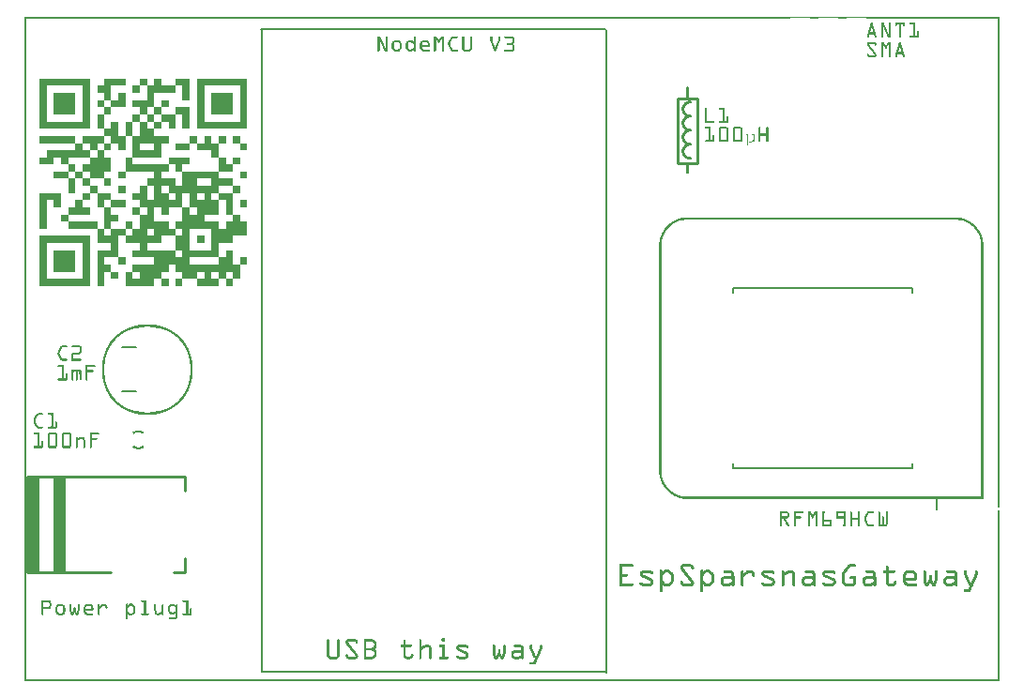
<source format=gto>
G04 MADE WITH FRITZING*
G04 WWW.FRITZING.ORG*
G04 DOUBLE SIDED*
G04 HOLES PLATED*
G04 CONTOUR ON CENTER OF CONTOUR VECTOR*
%ASAXBY*%
%FSLAX23Y23*%
%MOIN*%
%OFA0B0*%
%SFA1.0B1.0*%
%ADD10C,0.322834X0.307086*%
%ADD11R,0.080000X0.240000X0.060000X0.220000*%
%ADD12C,0.010000*%
%ADD13C,0.007960*%
%ADD14C,0.005000*%
%ADD15C,0.008000*%
%ADD16C,0.007874*%
%ADD17R,0.001000X0.001000*%
%LNSILK1*%
G90*
G70*
G54D10*
X436Y1108D03*
G54D12*
X2320Y2073D02*
X2390Y2073D01*
X2390Y1843D01*
X2320Y1843D01*
X2320Y2073D01*
D02*
G54D13*
X842Y2317D02*
X842Y34D01*
D02*
X2066Y33D02*
X2066Y2316D01*
D02*
X846Y34D02*
X2062Y34D01*
D02*
X841Y2317D02*
X2062Y2317D01*
G54D14*
D02*
X2516Y1382D02*
X2516Y1397D01*
D02*
X2516Y1397D02*
X3154Y1397D01*
D02*
X3154Y1397D02*
X3154Y1382D01*
D02*
X2516Y775D02*
X2516Y759D01*
D02*
X2516Y759D02*
X3154Y759D01*
D02*
X3154Y759D02*
X3154Y775D01*
G54D15*
D02*
X3240Y648D02*
X3240Y612D01*
G54D12*
D02*
X305Y388D02*
X10Y388D01*
D02*
X10Y388D02*
X10Y728D01*
D02*
X10Y728D02*
X570Y728D01*
D02*
X570Y728D02*
X570Y678D01*
D02*
X530Y388D02*
X570Y388D01*
D02*
X570Y388D02*
X570Y438D01*
D02*
X10Y388D02*
X10Y728D01*
D02*
X15Y388D02*
X15Y728D01*
D02*
X20Y388D02*
X20Y728D01*
D02*
X25Y388D02*
X25Y728D01*
D02*
X30Y388D02*
X30Y728D01*
D02*
X35Y388D02*
X35Y728D01*
D02*
X40Y388D02*
X40Y728D01*
D02*
X45Y388D02*
X45Y728D01*
D02*
X140Y388D02*
X140Y728D01*
D02*
X135Y388D02*
X135Y728D01*
D02*
X130Y388D02*
X130Y728D01*
D02*
X125Y388D02*
X125Y728D01*
D02*
X120Y388D02*
X120Y728D01*
D02*
X115Y388D02*
X115Y728D01*
D02*
X110Y388D02*
X110Y728D01*
D02*
X105Y388D02*
X105Y728D01*
G36*
X53Y2143D02*
X53Y2117D01*
X207Y2117D01*
X207Y1989D01*
X232Y1989D01*
X232Y2143D01*
X53Y2143D01*
G37*
D02*
G36*
X53Y2117D02*
X53Y1989D01*
X79Y1989D01*
X79Y2117D01*
X53Y2117D01*
G37*
D02*
G36*
X53Y1989D02*
X53Y1987D01*
X232Y1987D01*
X232Y1989D01*
X53Y1989D01*
G37*
D02*
G36*
X53Y1989D02*
X53Y1987D01*
X232Y1987D01*
X232Y1989D01*
X53Y1989D01*
G37*
D02*
G36*
X53Y1987D02*
X53Y1964D01*
X232Y1964D01*
X232Y1987D01*
X53Y1987D01*
G37*
D02*
G36*
X283Y2143D02*
X283Y2117D01*
X258Y2117D01*
X258Y2092D01*
X283Y2092D01*
X283Y2066D01*
X307Y2066D01*
X307Y2117D01*
X358Y2117D01*
X358Y2143D01*
X283Y2143D01*
G37*
D02*
G36*
X409Y2143D02*
X409Y2117D01*
X435Y2117D01*
X435Y2143D01*
X409Y2143D01*
G37*
D02*
G36*
X461Y2143D02*
X461Y2117D01*
X435Y2117D01*
X435Y2066D01*
X384Y2066D01*
X384Y2041D01*
X409Y2041D01*
X409Y2015D01*
X435Y2015D01*
X435Y2041D01*
X461Y2041D01*
X461Y2092D01*
X537Y2092D01*
X537Y2117D01*
X486Y2117D01*
X486Y2143D01*
X461Y2143D01*
G37*
D02*
G36*
X537Y2143D02*
X537Y2117D01*
X561Y2117D01*
X561Y2066D01*
X587Y2066D01*
X587Y2143D01*
X537Y2143D01*
G37*
D02*
G36*
X612Y2143D02*
X612Y2117D01*
X766Y2117D01*
X766Y1989D01*
X791Y1989D01*
X791Y2143D01*
X612Y2143D01*
G37*
D02*
G36*
X612Y2117D02*
X612Y1989D01*
X638Y1989D01*
X638Y2117D01*
X612Y2117D01*
G37*
D02*
G36*
X612Y1989D02*
X612Y1987D01*
X791Y1987D01*
X791Y1989D01*
X612Y1989D01*
G37*
D02*
G36*
X612Y1989D02*
X612Y1987D01*
X791Y1987D01*
X791Y1989D01*
X612Y1989D01*
G37*
D02*
G36*
X612Y1987D02*
X612Y1964D01*
X791Y1964D01*
X791Y1987D01*
X612Y1987D01*
G37*
D02*
G36*
X384Y2117D02*
X384Y2092D01*
X409Y2092D01*
X409Y2117D01*
X384Y2117D01*
G37*
D02*
G36*
X104Y2092D02*
X104Y2015D01*
X181Y2015D01*
X181Y2092D01*
X104Y2092D01*
G37*
D02*
G36*
X333Y2092D02*
X333Y2066D01*
X307Y2066D01*
X307Y2041D01*
X358Y2041D01*
X358Y2092D01*
X333Y2092D01*
G37*
D02*
G36*
X663Y2092D02*
X663Y2015D01*
X740Y2015D01*
X740Y2092D01*
X663Y2092D01*
G37*
D02*
G36*
X258Y2066D02*
X258Y2041D01*
X283Y2041D01*
X283Y2066D01*
X258Y2066D01*
G37*
D02*
G36*
X486Y2066D02*
X486Y2041D01*
X512Y2041D01*
X512Y2066D01*
X486Y2066D01*
G37*
D02*
G36*
X283Y2041D02*
X283Y2015D01*
X307Y2015D01*
X307Y2041D01*
X283Y2041D01*
G37*
D02*
G36*
X461Y2041D02*
X461Y2015D01*
X486Y2015D01*
X486Y2041D01*
X461Y2041D01*
G37*
D02*
G36*
X537Y2041D02*
X537Y2015D01*
X561Y2015D01*
X561Y1964D01*
X587Y1964D01*
X587Y2041D01*
X537Y2041D01*
G37*
D02*
G36*
X258Y2015D02*
X258Y1964D01*
X283Y1964D01*
X283Y2015D01*
X258Y2015D01*
G37*
D02*
G36*
X384Y2015D02*
X384Y1989D01*
X409Y1989D01*
X409Y2015D01*
X384Y2015D01*
G37*
D02*
G36*
X435Y2015D02*
X435Y1989D01*
X461Y1989D01*
X461Y2015D01*
X435Y2015D01*
G37*
D02*
G36*
X486Y2015D02*
X486Y1989D01*
X512Y1989D01*
X512Y1964D01*
X537Y1964D01*
X537Y2015D01*
X486Y2015D01*
G37*
D02*
G36*
X307Y1989D02*
X307Y1964D01*
X283Y1964D01*
X283Y1938D01*
X307Y1938D01*
X307Y1913D01*
X333Y1913D01*
X333Y1889D01*
X358Y1889D01*
X358Y1938D01*
X333Y1938D01*
X333Y1989D01*
X307Y1989D01*
G37*
D02*
G36*
X358Y1989D02*
X358Y1938D01*
X384Y1938D01*
X384Y1989D01*
X358Y1989D01*
G37*
D02*
G36*
X409Y1989D02*
X409Y1938D01*
X384Y1938D01*
X384Y1913D01*
X461Y1913D01*
X461Y1889D01*
X486Y1889D01*
X486Y1913D01*
X512Y1913D01*
X512Y1938D01*
X461Y1938D01*
X461Y1964D01*
X435Y1964D01*
X435Y1989D01*
X409Y1989D01*
G37*
D02*
G36*
X384Y1913D02*
X384Y1889D01*
X409Y1889D01*
X409Y1913D01*
X384Y1913D01*
G37*
D02*
G36*
X384Y1889D02*
X384Y1887D01*
X486Y1887D01*
X486Y1889D01*
X384Y1889D01*
G37*
D02*
G36*
X384Y1889D02*
X384Y1887D01*
X486Y1887D01*
X486Y1889D01*
X384Y1889D01*
G37*
D02*
G36*
X384Y1887D02*
X384Y1863D01*
X486Y1863D01*
X486Y1887D01*
X384Y1887D01*
G37*
D02*
G36*
X461Y1989D02*
X461Y1964D01*
X486Y1964D01*
X486Y1989D01*
X461Y1989D01*
G37*
D02*
G36*
X53Y1938D02*
X53Y1913D01*
X181Y1913D01*
X181Y1938D01*
X53Y1938D01*
G37*
D02*
G36*
X207Y1938D02*
X207Y1913D01*
X232Y1913D01*
X232Y1889D01*
X258Y1889D01*
X258Y1913D01*
X283Y1913D01*
X283Y1938D01*
X207Y1938D01*
G37*
D02*
G36*
X587Y1938D02*
X587Y1913D01*
X612Y1913D01*
X612Y1938D01*
X587Y1938D01*
G37*
D02*
G36*
X638Y1938D02*
X638Y1913D01*
X612Y1913D01*
X612Y1889D01*
X663Y1889D01*
X663Y1863D01*
X689Y1863D01*
X689Y1913D01*
X663Y1913D01*
X663Y1938D01*
X638Y1938D01*
G37*
D02*
G36*
X689Y1938D02*
X689Y1913D01*
X715Y1913D01*
X715Y1938D01*
X689Y1938D01*
G37*
D02*
G36*
X740Y1938D02*
X740Y1913D01*
X766Y1913D01*
X766Y1938D01*
X740Y1938D01*
G37*
D02*
G36*
X181Y1913D02*
X181Y1889D01*
X79Y1889D01*
X79Y1863D01*
X130Y1863D01*
X130Y1838D01*
X155Y1838D01*
X155Y1863D01*
X232Y1863D01*
X232Y1889D01*
X207Y1889D01*
X207Y1913D01*
X181Y1913D01*
G37*
D02*
G36*
X53Y1863D02*
X53Y1838D01*
X104Y1838D01*
X104Y1863D01*
X53Y1863D01*
G37*
D02*
G36*
X283Y1913D02*
X283Y1889D01*
X307Y1889D01*
X307Y1913D01*
X283Y1913D01*
G37*
D02*
G36*
X537Y1913D02*
X537Y1889D01*
X587Y1889D01*
X587Y1913D01*
X537Y1913D01*
G37*
D02*
G36*
X766Y1913D02*
X766Y1889D01*
X791Y1889D01*
X791Y1913D01*
X766Y1913D01*
G37*
D02*
G36*
X258Y1889D02*
X258Y1863D01*
X232Y1863D01*
X232Y1838D01*
X207Y1838D01*
X207Y1812D01*
X232Y1812D01*
X232Y1787D01*
X283Y1787D01*
X283Y1812D01*
X307Y1812D01*
X307Y1863D01*
X283Y1863D01*
X283Y1889D01*
X258Y1889D01*
G37*
D02*
G36*
X512Y1863D02*
X512Y1838D01*
X537Y1838D01*
X537Y1812D01*
X561Y1812D01*
X561Y1838D01*
X587Y1838D01*
X587Y1863D01*
X512Y1863D01*
G37*
D02*
G36*
X689Y1863D02*
X689Y1812D01*
X740Y1812D01*
X740Y1838D01*
X715Y1838D01*
X715Y1863D01*
X689Y1863D01*
G37*
D02*
G36*
X740Y1863D02*
X740Y1838D01*
X766Y1838D01*
X766Y1863D01*
X740Y1863D01*
G37*
D02*
G36*
X155Y1838D02*
X155Y1812D01*
X181Y1812D01*
X181Y1838D01*
X155Y1838D01*
G37*
D02*
G36*
X104Y1812D02*
X104Y1787D01*
X155Y1787D01*
X155Y1812D01*
X104Y1812D01*
G37*
D02*
G36*
X181Y1812D02*
X181Y1787D01*
X207Y1787D01*
X207Y1812D01*
X181Y1812D01*
G37*
D02*
G36*
X333Y1812D02*
X333Y1787D01*
X358Y1787D01*
X358Y1812D01*
X333Y1812D01*
G37*
D02*
G36*
X766Y1812D02*
X766Y1787D01*
X791Y1787D01*
X791Y1812D01*
X766Y1812D01*
G37*
D02*
G36*
X155Y1787D02*
X155Y1735D01*
X181Y1735D01*
X181Y1787D01*
X155Y1787D01*
G37*
D02*
G36*
X207Y1787D02*
X207Y1761D01*
X232Y1761D01*
X232Y1787D01*
X207Y1787D01*
G37*
D02*
G36*
X283Y1787D02*
X283Y1761D01*
X307Y1761D01*
X307Y1787D01*
X283Y1787D01*
G37*
D02*
G36*
X232Y1761D02*
X232Y1735D01*
X258Y1735D01*
X258Y1761D01*
X232Y1761D01*
G37*
D02*
G36*
X333Y1761D02*
X333Y1735D01*
X358Y1735D01*
X358Y1761D01*
X333Y1761D01*
G37*
D02*
G36*
X740Y1761D02*
X740Y1735D01*
X766Y1735D01*
X766Y1761D01*
X740Y1761D01*
G37*
D02*
G36*
X53Y1735D02*
X53Y1710D01*
X104Y1710D01*
X104Y1684D01*
X130Y1684D01*
X130Y1735D01*
X53Y1735D01*
G37*
D02*
G36*
X53Y1710D02*
X53Y1609D01*
X79Y1609D01*
X79Y1710D01*
X53Y1710D01*
G37*
D02*
G36*
X207Y1735D02*
X207Y1710D01*
X232Y1710D01*
X232Y1735D01*
X207Y1735D01*
G37*
D02*
G36*
X258Y1735D02*
X258Y1684D01*
X283Y1684D01*
X283Y1710D01*
X307Y1710D01*
X307Y1735D01*
X258Y1735D01*
G37*
D02*
G36*
X689Y1735D02*
X689Y1710D01*
X715Y1710D01*
X715Y1659D01*
X740Y1659D01*
X740Y1735D01*
X689Y1735D01*
G37*
D02*
G36*
X181Y1710D02*
X181Y1684D01*
X155Y1684D01*
X155Y1659D01*
X232Y1659D01*
X232Y1684D01*
X207Y1684D01*
X207Y1710D01*
X181Y1710D01*
G37*
D02*
G36*
X307Y1710D02*
X307Y1684D01*
X358Y1684D01*
X358Y1710D01*
X307Y1710D01*
G37*
D02*
G36*
X766Y1710D02*
X766Y1684D01*
X791Y1684D01*
X791Y1710D01*
X766Y1710D01*
G37*
D02*
G36*
X283Y1684D02*
X283Y1609D01*
X307Y1609D01*
X307Y1635D01*
X333Y1635D01*
X333Y1659D01*
X307Y1659D01*
X307Y1684D01*
X283Y1684D01*
G37*
D02*
G36*
X384Y1684D02*
X384Y1659D01*
X409Y1659D01*
X409Y1684D01*
X384Y1684D01*
G37*
D02*
G36*
X130Y1659D02*
X130Y1635D01*
X155Y1635D01*
X155Y1659D01*
X130Y1659D01*
G37*
D02*
G36*
X155Y1635D02*
X155Y1609D01*
X258Y1609D01*
X258Y1635D01*
X155Y1635D01*
G37*
D02*
G36*
X358Y1635D02*
X358Y1609D01*
X384Y1609D01*
X384Y1635D01*
X358Y1635D01*
G37*
D02*
G36*
X258Y1609D02*
X258Y1584D01*
X283Y1584D01*
X283Y1609D01*
X258Y1609D01*
G37*
D02*
G36*
X307Y1609D02*
X307Y1584D01*
X358Y1584D01*
X358Y1609D01*
X307Y1609D01*
G37*
D02*
G36*
X258Y1584D02*
X258Y1582D01*
X333Y1582D01*
X333Y1584D01*
X258Y1584D01*
G37*
D02*
G36*
X258Y1584D02*
X258Y1582D01*
X333Y1582D01*
X333Y1584D01*
X258Y1584D01*
G37*
D02*
G36*
X258Y1582D02*
X258Y1558D01*
X307Y1558D01*
X307Y1533D01*
X258Y1533D01*
X258Y1405D01*
X283Y1405D01*
X283Y1456D01*
X307Y1456D01*
X307Y1481D01*
X283Y1481D01*
X283Y1507D01*
X333Y1507D01*
X333Y1582D01*
X258Y1582D01*
G37*
D02*
G36*
X53Y1584D02*
X53Y1558D01*
X207Y1558D01*
X207Y1430D01*
X232Y1430D01*
X232Y1584D01*
X53Y1584D01*
G37*
D02*
G36*
X53Y1558D02*
X53Y1430D01*
X79Y1430D01*
X79Y1558D01*
X53Y1558D01*
G37*
D02*
G36*
X53Y1430D02*
X53Y1428D01*
X232Y1428D01*
X232Y1430D01*
X53Y1430D01*
G37*
D02*
G36*
X53Y1430D02*
X53Y1428D01*
X232Y1428D01*
X232Y1430D01*
X53Y1430D01*
G37*
D02*
G36*
X53Y1428D02*
X53Y1405D01*
X232Y1405D01*
X232Y1428D01*
X53Y1428D01*
G37*
D02*
G36*
X612Y1584D02*
X612Y1558D01*
X638Y1558D01*
X638Y1584D01*
X612Y1584D01*
G37*
D02*
G36*
X104Y1533D02*
X104Y1456D01*
X181Y1456D01*
X181Y1533D01*
X104Y1533D01*
G37*
D02*
G36*
X333Y1507D02*
X333Y1481D01*
X358Y1481D01*
X358Y1507D01*
X333Y1507D01*
G37*
D02*
G36*
X766Y1507D02*
X766Y1481D01*
X791Y1481D01*
X791Y1507D01*
X766Y1507D01*
G37*
D02*
G36*
X307Y1456D02*
X307Y1430D01*
X333Y1430D01*
X333Y1456D01*
X307Y1456D01*
G37*
D02*
G36*
X358Y1863D02*
X358Y1812D01*
X461Y1812D01*
X461Y1787D01*
X435Y1787D01*
X435Y1761D01*
X461Y1761D01*
X461Y1735D01*
X486Y1735D01*
X486Y1761D01*
X537Y1761D01*
X537Y1787D01*
X486Y1787D01*
X486Y1812D01*
X512Y1812D01*
X512Y1838D01*
X384Y1838D01*
X384Y1863D01*
X358Y1863D01*
G37*
D02*
G36*
X561Y1812D02*
X561Y1787D01*
X663Y1787D01*
X663Y1761D01*
X740Y1761D01*
X740Y1787D01*
X689Y1787D01*
X689Y1812D01*
X561Y1812D01*
G37*
D02*
G36*
X561Y1787D02*
X561Y1761D01*
X612Y1761D01*
X612Y1787D01*
X561Y1787D01*
G37*
D02*
G36*
X409Y1761D02*
X409Y1735D01*
X384Y1735D01*
X384Y1710D01*
X435Y1710D01*
X435Y1761D01*
X409Y1761D01*
G37*
D02*
G36*
X512Y1761D02*
X512Y1759D01*
X689Y1759D01*
X689Y1761D01*
X512Y1761D01*
G37*
D02*
G36*
X512Y1761D02*
X512Y1759D01*
X689Y1759D01*
X689Y1761D01*
X512Y1761D01*
G37*
D02*
G36*
X512Y1761D02*
X512Y1759D01*
X689Y1759D01*
X689Y1761D01*
X512Y1761D01*
G37*
D02*
G36*
X512Y1759D02*
X512Y1735D01*
X638Y1735D01*
X638Y1710D01*
X663Y1710D01*
X663Y1735D01*
X689Y1735D01*
X689Y1759D01*
X512Y1759D01*
G37*
D02*
G36*
X461Y1735D02*
X461Y1710D01*
X512Y1710D01*
X512Y1735D01*
X461Y1735D01*
G37*
D02*
G36*
X537Y1735D02*
X537Y1710D01*
X561Y1710D01*
X561Y1735D01*
X537Y1735D01*
G37*
D02*
G36*
X587Y1735D02*
X587Y1710D01*
X612Y1710D01*
X612Y1735D01*
X587Y1735D01*
G37*
D02*
G36*
X409Y1710D02*
X409Y1708D01*
X561Y1708D01*
X561Y1710D01*
X409Y1710D01*
G37*
D02*
G36*
X409Y1710D02*
X409Y1708D01*
X561Y1708D01*
X561Y1710D01*
X409Y1710D01*
G37*
D02*
G36*
X409Y1710D02*
X409Y1708D01*
X561Y1708D01*
X561Y1710D01*
X409Y1710D01*
G37*
D02*
G36*
X587Y1710D02*
X587Y1708D01*
X689Y1708D01*
X689Y1710D01*
X587Y1710D01*
G37*
D02*
G36*
X587Y1710D02*
X587Y1708D01*
X689Y1708D01*
X689Y1710D01*
X587Y1710D01*
G37*
D02*
G36*
X409Y1708D02*
X409Y1684D01*
X486Y1684D01*
X486Y1659D01*
X512Y1659D01*
X512Y1684D01*
X561Y1684D01*
X561Y1708D01*
X409Y1708D01*
G37*
D02*
G36*
X587Y1708D02*
X587Y1684D01*
X612Y1684D01*
X612Y1659D01*
X689Y1659D01*
X689Y1708D01*
X587Y1708D01*
G37*
D02*
G36*
X435Y1684D02*
X435Y1659D01*
X409Y1659D01*
X409Y1609D01*
X384Y1609D01*
X384Y1584D01*
X435Y1584D01*
X435Y1609D01*
X512Y1609D01*
X512Y1635D01*
X461Y1635D01*
X461Y1684D01*
X435Y1684D01*
G37*
D02*
G36*
X561Y1684D02*
X561Y1659D01*
X587Y1659D01*
X587Y1684D01*
X561Y1684D01*
G37*
D02*
G36*
X561Y1659D02*
X561Y1657D01*
X638Y1657D01*
X638Y1659D01*
X561Y1659D01*
G37*
D02*
G36*
X561Y1659D02*
X561Y1657D01*
X638Y1657D01*
X638Y1659D01*
X561Y1659D01*
G37*
D02*
G36*
X740Y1659D02*
X740Y1635D01*
X715Y1635D01*
X715Y1609D01*
X791Y1609D01*
X791Y1635D01*
X766Y1635D01*
X766Y1659D01*
X740Y1659D01*
G37*
D02*
G36*
X561Y1657D02*
X561Y1635D01*
X537Y1635D01*
X537Y1609D01*
X561Y1609D01*
X561Y1584D01*
X587Y1584D01*
X587Y1609D01*
X689Y1609D01*
X689Y1635D01*
X638Y1635D01*
X638Y1657D01*
X561Y1657D01*
G37*
D02*
G36*
X461Y1609D02*
X461Y1584D01*
X537Y1584D01*
X537Y1609D01*
X461Y1609D01*
G37*
D02*
G36*
X663Y1609D02*
X663Y1607D01*
X791Y1607D01*
X791Y1609D01*
X663Y1609D01*
G37*
D02*
G36*
X663Y1609D02*
X663Y1607D01*
X791Y1607D01*
X791Y1609D01*
X663Y1609D01*
G37*
D02*
G36*
X663Y1607D02*
X663Y1533D01*
X689Y1533D01*
X689Y1558D01*
X740Y1558D01*
X740Y1584D01*
X791Y1584D01*
X791Y1607D01*
X663Y1607D01*
G37*
D02*
G36*
X358Y1584D02*
X358Y1582D01*
X486Y1582D01*
X486Y1584D01*
X358Y1584D01*
G37*
D02*
G36*
X358Y1584D02*
X358Y1582D01*
X486Y1582D01*
X486Y1584D01*
X358Y1584D01*
G37*
D02*
G36*
X537Y1584D02*
X537Y1533D01*
X587Y1533D01*
X587Y1584D01*
X537Y1584D01*
G37*
D02*
G36*
X358Y1582D02*
X358Y1558D01*
X409Y1558D01*
X409Y1533D01*
X435Y1533D01*
X435Y1558D01*
X486Y1558D01*
X486Y1582D01*
X358Y1582D01*
G37*
D02*
G36*
X384Y1533D02*
X384Y1507D01*
X537Y1507D01*
X537Y1533D01*
X384Y1533D01*
G37*
D02*
G36*
X561Y1533D02*
X561Y1531D01*
X689Y1531D01*
X689Y1533D01*
X561Y1533D01*
G37*
D02*
G36*
X561Y1533D02*
X561Y1531D01*
X689Y1531D01*
X689Y1533D01*
X561Y1533D01*
G37*
D02*
G36*
X715Y1533D02*
X715Y1507D01*
X740Y1507D01*
X740Y1533D01*
X715Y1533D01*
G37*
D02*
G36*
X561Y1531D02*
X561Y1507D01*
X689Y1507D01*
X689Y1531D01*
X561Y1531D01*
G37*
D02*
G36*
X461Y1507D02*
X461Y1505D01*
X587Y1505D01*
X587Y1507D01*
X461Y1507D01*
G37*
D02*
G36*
X461Y1507D02*
X461Y1505D01*
X587Y1505D01*
X587Y1507D01*
X461Y1507D01*
G37*
D02*
G36*
X689Y1507D02*
X689Y1481D01*
X740Y1481D01*
X740Y1507D01*
X689Y1507D01*
G37*
D02*
G36*
X461Y1505D02*
X461Y1481D01*
X384Y1481D01*
X384Y1456D01*
X409Y1456D01*
X409Y1430D01*
X486Y1430D01*
X486Y1456D01*
X512Y1456D01*
X512Y1481D01*
X587Y1481D01*
X587Y1505D01*
X461Y1505D01*
G37*
D02*
G36*
X537Y1481D02*
X537Y1480D01*
X766Y1480D01*
X766Y1481D01*
X537Y1481D01*
G37*
D02*
G36*
X537Y1481D02*
X537Y1480D01*
X766Y1480D01*
X766Y1481D01*
X537Y1481D01*
G37*
D02*
G36*
X537Y1480D02*
X537Y1456D01*
X740Y1456D01*
X740Y1430D01*
X766Y1430D01*
X766Y1480D01*
X537Y1480D01*
G37*
D02*
G36*
X358Y1456D02*
X358Y1430D01*
X384Y1430D01*
X384Y1456D01*
X358Y1456D01*
G37*
D02*
G36*
X561Y1456D02*
X561Y1430D01*
X612Y1430D01*
X612Y1456D01*
X561Y1456D01*
G37*
D02*
G36*
X638Y1456D02*
X638Y1430D01*
X663Y1430D01*
X663Y1456D01*
X638Y1456D01*
G37*
D02*
G36*
X689Y1456D02*
X689Y1430D01*
X715Y1430D01*
X715Y1456D01*
X689Y1456D01*
G37*
D02*
G36*
X358Y1430D02*
X358Y1428D01*
X461Y1428D01*
X461Y1430D01*
X358Y1430D01*
G37*
D02*
G36*
X358Y1430D02*
X358Y1428D01*
X461Y1428D01*
X461Y1430D01*
X358Y1430D01*
G37*
D02*
G36*
X612Y1430D02*
X612Y1405D01*
X689Y1405D01*
X689Y1430D01*
X612Y1430D01*
G37*
D02*
G36*
X358Y1428D02*
X358Y1405D01*
X461Y1405D01*
X461Y1428D01*
X358Y1428D01*
G37*
D02*
G36*
X486Y1430D02*
X486Y1405D01*
X512Y1405D01*
X512Y1430D01*
X486Y1430D01*
G37*
D02*
G36*
X537Y1430D02*
X537Y1405D01*
X561Y1405D01*
X561Y1430D01*
X537Y1430D01*
G37*
D02*
G36*
X715Y1430D02*
X715Y1405D01*
X740Y1405D01*
X740Y1430D01*
X715Y1430D01*
G37*
D02*
G54D16*
X347Y1187D02*
X396Y1187D01*
D02*
X347Y1030D02*
X396Y1030D01*
D02*
G54D17*
X0Y2362D02*
X3463Y2362D01*
X0Y2361D02*
X3463Y2361D01*
X0Y2360D02*
X3463Y2360D01*
X0Y2359D02*
X3463Y2359D01*
X0Y2358D02*
X2718Y2358D01*
X2789Y2358D02*
X2818Y2358D01*
X2889Y2358D02*
X2918Y2358D01*
X2989Y2358D02*
X3463Y2358D01*
X0Y2357D02*
X2718Y2357D01*
X2789Y2357D02*
X2818Y2357D01*
X2889Y2357D02*
X2918Y2357D01*
X2989Y2357D02*
X3463Y2357D01*
X0Y2356D02*
X2718Y2356D01*
X2789Y2356D02*
X2818Y2356D01*
X2889Y2356D02*
X2918Y2356D01*
X2989Y2356D02*
X3463Y2356D01*
X0Y2355D02*
X2718Y2355D01*
X2789Y2355D02*
X2818Y2355D01*
X2889Y2355D02*
X2918Y2355D01*
X2989Y2355D02*
X3463Y2355D01*
X0Y2354D02*
X7Y2354D01*
X3456Y2354D02*
X3463Y2354D01*
X0Y2353D02*
X7Y2353D01*
X3456Y2353D02*
X3463Y2353D01*
X0Y2352D02*
X7Y2352D01*
X3456Y2352D02*
X3463Y2352D01*
X0Y2351D02*
X7Y2351D01*
X3456Y2351D02*
X3463Y2351D01*
X0Y2350D02*
X7Y2350D01*
X3456Y2350D02*
X3463Y2350D01*
X0Y2349D02*
X7Y2349D01*
X3456Y2349D02*
X3463Y2349D01*
X0Y2348D02*
X7Y2348D01*
X3456Y2348D02*
X3463Y2348D01*
X0Y2347D02*
X7Y2347D01*
X3456Y2347D02*
X3463Y2347D01*
X0Y2346D02*
X7Y2346D01*
X3456Y2346D02*
X3463Y2346D01*
X0Y2345D02*
X7Y2345D01*
X3456Y2345D02*
X3463Y2345D01*
X0Y2344D02*
X7Y2344D01*
X3456Y2344D02*
X3463Y2344D01*
X0Y2343D02*
X7Y2343D01*
X3456Y2343D02*
X3463Y2343D01*
X0Y2342D02*
X7Y2342D01*
X3456Y2342D02*
X3463Y2342D01*
X0Y2341D02*
X7Y2341D01*
X3008Y2341D02*
X3010Y2341D01*
X3042Y2341D02*
X3051Y2341D01*
X3071Y2341D02*
X3074Y2341D01*
X3092Y2341D02*
X3126Y2341D01*
X3144Y2341D02*
X3162Y2341D01*
X3456Y2341D02*
X3463Y2341D01*
X0Y2340D02*
X7Y2340D01*
X3007Y2340D02*
X3011Y2340D01*
X3042Y2340D02*
X3051Y2340D01*
X3070Y2340D02*
X3075Y2340D01*
X3092Y2340D02*
X3126Y2340D01*
X3143Y2340D02*
X3162Y2340D01*
X3456Y2340D02*
X3463Y2340D01*
X0Y2339D02*
X7Y2339D01*
X3006Y2339D02*
X3012Y2339D01*
X3042Y2339D02*
X3052Y2339D01*
X3070Y2339D02*
X3076Y2339D01*
X3092Y2339D02*
X3126Y2339D01*
X3142Y2339D02*
X3162Y2339D01*
X3456Y2339D02*
X3463Y2339D01*
X0Y2338D02*
X7Y2338D01*
X3006Y2338D02*
X3012Y2338D01*
X3042Y2338D02*
X3052Y2338D01*
X3070Y2338D02*
X3076Y2338D01*
X3092Y2338D02*
X3126Y2338D01*
X3142Y2338D02*
X3162Y2338D01*
X3456Y2338D02*
X3463Y2338D01*
X0Y2337D02*
X7Y2337D01*
X3005Y2337D02*
X3012Y2337D01*
X3042Y2337D02*
X3052Y2337D01*
X3070Y2337D02*
X3076Y2337D01*
X3092Y2337D02*
X3126Y2337D01*
X3142Y2337D02*
X3162Y2337D01*
X3456Y2337D02*
X3463Y2337D01*
X0Y2336D02*
X7Y2336D01*
X3005Y2336D02*
X3013Y2336D01*
X3042Y2336D02*
X3053Y2336D01*
X3070Y2336D02*
X3076Y2336D01*
X3092Y2336D02*
X3126Y2336D01*
X3143Y2336D02*
X3162Y2336D01*
X3456Y2336D02*
X3463Y2336D01*
X0Y2335D02*
X7Y2335D01*
X3005Y2335D02*
X3013Y2335D01*
X3042Y2335D02*
X3053Y2335D01*
X3070Y2335D02*
X3076Y2335D01*
X3092Y2335D02*
X3126Y2335D01*
X3144Y2335D02*
X3162Y2335D01*
X3456Y2335D02*
X3463Y2335D01*
X0Y2334D02*
X7Y2334D01*
X3005Y2334D02*
X3013Y2334D01*
X3042Y2334D02*
X3054Y2334D01*
X3070Y2334D02*
X3076Y2334D01*
X3092Y2334D02*
X3098Y2334D01*
X3106Y2334D02*
X3112Y2334D01*
X3120Y2334D02*
X3126Y2334D01*
X3156Y2334D02*
X3162Y2334D01*
X3456Y2334D02*
X3463Y2334D01*
X0Y2333D02*
X7Y2333D01*
X3004Y2333D02*
X3014Y2333D01*
X3042Y2333D02*
X3054Y2333D01*
X3070Y2333D02*
X3076Y2333D01*
X3092Y2333D02*
X3098Y2333D01*
X3106Y2333D02*
X3112Y2333D01*
X3120Y2333D02*
X3126Y2333D01*
X3156Y2333D02*
X3162Y2333D01*
X3456Y2333D02*
X3463Y2333D01*
X0Y2332D02*
X7Y2332D01*
X3004Y2332D02*
X3014Y2332D01*
X3042Y2332D02*
X3055Y2332D01*
X3070Y2332D02*
X3076Y2332D01*
X3092Y2332D02*
X3098Y2332D01*
X3106Y2332D02*
X3112Y2332D01*
X3120Y2332D02*
X3126Y2332D01*
X3156Y2332D02*
X3162Y2332D01*
X3456Y2332D02*
X3463Y2332D01*
X0Y2331D02*
X7Y2331D01*
X3004Y2331D02*
X3014Y2331D01*
X3042Y2331D02*
X3055Y2331D01*
X3070Y2331D02*
X3076Y2331D01*
X3092Y2331D02*
X3098Y2331D01*
X3106Y2331D02*
X3112Y2331D01*
X3120Y2331D02*
X3126Y2331D01*
X3156Y2331D02*
X3162Y2331D01*
X3456Y2331D02*
X3463Y2331D01*
X0Y2330D02*
X7Y2330D01*
X3003Y2330D02*
X3014Y2330D01*
X3042Y2330D02*
X3056Y2330D01*
X3070Y2330D02*
X3076Y2330D01*
X3093Y2330D02*
X3097Y2330D01*
X3106Y2330D02*
X3112Y2330D01*
X3121Y2330D02*
X3125Y2330D01*
X3156Y2330D02*
X3162Y2330D01*
X3456Y2330D02*
X3463Y2330D01*
X0Y2329D02*
X7Y2329D01*
X3003Y2329D02*
X3015Y2329D01*
X3042Y2329D02*
X3056Y2329D01*
X3070Y2329D02*
X3076Y2329D01*
X3094Y2329D02*
X3096Y2329D01*
X3106Y2329D02*
X3112Y2329D01*
X3122Y2329D02*
X3124Y2329D01*
X3156Y2329D02*
X3162Y2329D01*
X3456Y2329D02*
X3463Y2329D01*
X0Y2328D02*
X7Y2328D01*
X3003Y2328D02*
X3015Y2328D01*
X3042Y2328D02*
X3056Y2328D01*
X3070Y2328D02*
X3076Y2328D01*
X3106Y2328D02*
X3112Y2328D01*
X3156Y2328D02*
X3162Y2328D01*
X3456Y2328D02*
X3463Y2328D01*
X0Y2327D02*
X7Y2327D01*
X3003Y2327D02*
X3015Y2327D01*
X3042Y2327D02*
X3048Y2327D01*
X3050Y2327D02*
X3057Y2327D01*
X3070Y2327D02*
X3076Y2327D01*
X3106Y2327D02*
X3112Y2327D01*
X3156Y2327D02*
X3162Y2327D01*
X3456Y2327D02*
X3463Y2327D01*
X0Y2326D02*
X7Y2326D01*
X3002Y2326D02*
X3016Y2326D01*
X3042Y2326D02*
X3048Y2326D01*
X3051Y2326D02*
X3057Y2326D01*
X3070Y2326D02*
X3076Y2326D01*
X3106Y2326D02*
X3112Y2326D01*
X3156Y2326D02*
X3162Y2326D01*
X3456Y2326D02*
X3463Y2326D01*
X0Y2325D02*
X7Y2325D01*
X3002Y2325D02*
X3016Y2325D01*
X3042Y2325D02*
X3048Y2325D01*
X3051Y2325D02*
X3058Y2325D01*
X3070Y2325D02*
X3076Y2325D01*
X3106Y2325D02*
X3112Y2325D01*
X3156Y2325D02*
X3162Y2325D01*
X3456Y2325D02*
X3463Y2325D01*
X0Y2324D02*
X7Y2324D01*
X3002Y2324D02*
X3008Y2324D01*
X3010Y2324D02*
X3016Y2324D01*
X3042Y2324D02*
X3048Y2324D01*
X3051Y2324D02*
X3058Y2324D01*
X3070Y2324D02*
X3076Y2324D01*
X3106Y2324D02*
X3112Y2324D01*
X3156Y2324D02*
X3162Y2324D01*
X3456Y2324D02*
X3463Y2324D01*
X0Y2323D02*
X7Y2323D01*
X3001Y2323D02*
X3008Y2323D01*
X3010Y2323D02*
X3017Y2323D01*
X3042Y2323D02*
X3048Y2323D01*
X3052Y2323D02*
X3059Y2323D01*
X3070Y2323D02*
X3076Y2323D01*
X3106Y2323D02*
X3112Y2323D01*
X3156Y2323D02*
X3162Y2323D01*
X3456Y2323D02*
X3463Y2323D01*
X0Y2322D02*
X7Y2322D01*
X3001Y2322D02*
X3007Y2322D01*
X3010Y2322D02*
X3017Y2322D01*
X3042Y2322D02*
X3048Y2322D01*
X3052Y2322D02*
X3059Y2322D01*
X3070Y2322D02*
X3076Y2322D01*
X3106Y2322D02*
X3112Y2322D01*
X3156Y2322D02*
X3162Y2322D01*
X3456Y2322D02*
X3463Y2322D01*
X0Y2321D02*
X7Y2321D01*
X3001Y2321D02*
X3007Y2321D01*
X3011Y2321D02*
X3017Y2321D01*
X3042Y2321D02*
X3048Y2321D01*
X3053Y2321D02*
X3059Y2321D01*
X3070Y2321D02*
X3076Y2321D01*
X3106Y2321D02*
X3112Y2321D01*
X3156Y2321D02*
X3162Y2321D01*
X3456Y2321D02*
X3463Y2321D01*
X0Y2320D02*
X7Y2320D01*
X3001Y2320D02*
X3007Y2320D01*
X3011Y2320D02*
X3017Y2320D01*
X3042Y2320D02*
X3048Y2320D01*
X3053Y2320D02*
X3060Y2320D01*
X3070Y2320D02*
X3076Y2320D01*
X3106Y2320D02*
X3112Y2320D01*
X3156Y2320D02*
X3162Y2320D01*
X3456Y2320D02*
X3463Y2320D01*
X0Y2319D02*
X7Y2319D01*
X3000Y2319D02*
X3007Y2319D01*
X3011Y2319D02*
X3018Y2319D01*
X3042Y2319D02*
X3048Y2319D01*
X3054Y2319D02*
X3060Y2319D01*
X3070Y2319D02*
X3076Y2319D01*
X3106Y2319D02*
X3112Y2319D01*
X3156Y2319D02*
X3162Y2319D01*
X3456Y2319D02*
X3463Y2319D01*
X0Y2318D02*
X7Y2318D01*
X3000Y2318D02*
X3006Y2318D01*
X3012Y2318D02*
X3018Y2318D01*
X3042Y2318D02*
X3048Y2318D01*
X3054Y2318D02*
X3061Y2318D01*
X3070Y2318D02*
X3076Y2318D01*
X3106Y2318D02*
X3112Y2318D01*
X3156Y2318D02*
X3162Y2318D01*
X3456Y2318D02*
X3463Y2318D01*
X0Y2317D02*
X7Y2317D01*
X3000Y2317D02*
X3006Y2317D01*
X3012Y2317D02*
X3018Y2317D01*
X3042Y2317D02*
X3048Y2317D01*
X3054Y2317D02*
X3061Y2317D01*
X3070Y2317D02*
X3076Y2317D01*
X3106Y2317D02*
X3112Y2317D01*
X3156Y2317D02*
X3162Y2317D01*
X3456Y2317D02*
X3463Y2317D01*
X0Y2316D02*
X7Y2316D01*
X2999Y2316D02*
X3006Y2316D01*
X3012Y2316D02*
X3019Y2316D01*
X3042Y2316D02*
X3048Y2316D01*
X3055Y2316D02*
X3062Y2316D01*
X3070Y2316D02*
X3076Y2316D01*
X3106Y2316D02*
X3112Y2316D01*
X3156Y2316D02*
X3162Y2316D01*
X3456Y2316D02*
X3463Y2316D01*
X0Y2315D02*
X7Y2315D01*
X2999Y2315D02*
X3005Y2315D01*
X3013Y2315D02*
X3019Y2315D01*
X3042Y2315D02*
X3048Y2315D01*
X3055Y2315D02*
X3062Y2315D01*
X3070Y2315D02*
X3076Y2315D01*
X3106Y2315D02*
X3112Y2315D01*
X3156Y2315D02*
X3162Y2315D01*
X3456Y2315D02*
X3463Y2315D01*
X0Y2314D02*
X7Y2314D01*
X2999Y2314D02*
X3005Y2314D01*
X3013Y2314D02*
X3019Y2314D01*
X3042Y2314D02*
X3048Y2314D01*
X3056Y2314D02*
X3063Y2314D01*
X3070Y2314D02*
X3076Y2314D01*
X3106Y2314D02*
X3112Y2314D01*
X3156Y2314D02*
X3162Y2314D01*
X3456Y2314D02*
X3463Y2314D01*
X0Y2313D02*
X7Y2313D01*
X2998Y2313D02*
X3005Y2313D01*
X3013Y2313D02*
X3019Y2313D01*
X3042Y2313D02*
X3048Y2313D01*
X3056Y2313D02*
X3063Y2313D01*
X3070Y2313D02*
X3076Y2313D01*
X3106Y2313D02*
X3112Y2313D01*
X3156Y2313D02*
X3162Y2313D01*
X3456Y2313D02*
X3463Y2313D01*
X0Y2312D02*
X7Y2312D01*
X2998Y2312D02*
X3005Y2312D01*
X3013Y2312D02*
X3020Y2312D01*
X3042Y2312D02*
X3048Y2312D01*
X3057Y2312D02*
X3063Y2312D01*
X3070Y2312D02*
X3076Y2312D01*
X3106Y2312D02*
X3112Y2312D01*
X3156Y2312D02*
X3162Y2312D01*
X3173Y2312D02*
X3173Y2312D01*
X3456Y2312D02*
X3463Y2312D01*
X0Y2311D02*
X7Y2311D01*
X2998Y2311D02*
X3004Y2311D01*
X3014Y2311D02*
X3020Y2311D01*
X3042Y2311D02*
X3048Y2311D01*
X3057Y2311D02*
X3064Y2311D01*
X3070Y2311D02*
X3076Y2311D01*
X3106Y2311D02*
X3112Y2311D01*
X3156Y2311D02*
X3162Y2311D01*
X3171Y2311D02*
X3175Y2311D01*
X3456Y2311D02*
X3463Y2311D01*
X0Y2310D02*
X7Y2310D01*
X2998Y2310D02*
X3004Y2310D01*
X3014Y2310D02*
X3020Y2310D01*
X3042Y2310D02*
X3048Y2310D01*
X3058Y2310D02*
X3064Y2310D01*
X3070Y2310D02*
X3076Y2310D01*
X3106Y2310D02*
X3112Y2310D01*
X3156Y2310D02*
X3162Y2310D01*
X3170Y2310D02*
X3175Y2310D01*
X3456Y2310D02*
X3463Y2310D01*
X0Y2309D02*
X7Y2309D01*
X2997Y2309D02*
X3004Y2309D01*
X3014Y2309D02*
X3021Y2309D01*
X3042Y2309D02*
X3048Y2309D01*
X3058Y2309D02*
X3065Y2309D01*
X3070Y2309D02*
X3076Y2309D01*
X3106Y2309D02*
X3112Y2309D01*
X3156Y2309D02*
X3162Y2309D01*
X3170Y2309D02*
X3176Y2309D01*
X3456Y2309D02*
X3463Y2309D01*
X0Y2308D02*
X7Y2308D01*
X2997Y2308D02*
X3003Y2308D01*
X3015Y2308D02*
X3021Y2308D01*
X3042Y2308D02*
X3048Y2308D01*
X3058Y2308D02*
X3065Y2308D01*
X3070Y2308D02*
X3076Y2308D01*
X3106Y2308D02*
X3112Y2308D01*
X3156Y2308D02*
X3162Y2308D01*
X3170Y2308D02*
X3176Y2308D01*
X3456Y2308D02*
X3463Y2308D01*
X0Y2307D02*
X7Y2307D01*
X2997Y2307D02*
X3003Y2307D01*
X3015Y2307D02*
X3021Y2307D01*
X3042Y2307D02*
X3048Y2307D01*
X3059Y2307D02*
X3066Y2307D01*
X3070Y2307D02*
X3076Y2307D01*
X3106Y2307D02*
X3112Y2307D01*
X3156Y2307D02*
X3162Y2307D01*
X3170Y2307D02*
X3176Y2307D01*
X3456Y2307D02*
X3463Y2307D01*
X0Y2306D02*
X7Y2306D01*
X2996Y2306D02*
X3021Y2306D01*
X3042Y2306D02*
X3048Y2306D01*
X3059Y2306D02*
X3066Y2306D01*
X3070Y2306D02*
X3076Y2306D01*
X3106Y2306D02*
X3112Y2306D01*
X3156Y2306D02*
X3162Y2306D01*
X3170Y2306D02*
X3176Y2306D01*
X3456Y2306D02*
X3463Y2306D01*
X0Y2305D02*
X7Y2305D01*
X2996Y2305D02*
X3022Y2305D01*
X3042Y2305D02*
X3048Y2305D01*
X3060Y2305D02*
X3066Y2305D01*
X3070Y2305D02*
X3076Y2305D01*
X3106Y2305D02*
X3112Y2305D01*
X3156Y2305D02*
X3162Y2305D01*
X3170Y2305D02*
X3176Y2305D01*
X3456Y2305D02*
X3463Y2305D01*
X0Y2304D02*
X7Y2304D01*
X2996Y2304D02*
X3022Y2304D01*
X3042Y2304D02*
X3048Y2304D01*
X3060Y2304D02*
X3067Y2304D01*
X3070Y2304D02*
X3076Y2304D01*
X3106Y2304D02*
X3112Y2304D01*
X3156Y2304D02*
X3162Y2304D01*
X3170Y2304D02*
X3176Y2304D01*
X3456Y2304D02*
X3463Y2304D01*
X0Y2303D02*
X7Y2303D01*
X2996Y2303D02*
X3022Y2303D01*
X3042Y2303D02*
X3048Y2303D01*
X3061Y2303D02*
X3067Y2303D01*
X3070Y2303D02*
X3076Y2303D01*
X3106Y2303D02*
X3112Y2303D01*
X3156Y2303D02*
X3162Y2303D01*
X3170Y2303D02*
X3176Y2303D01*
X3456Y2303D02*
X3463Y2303D01*
X0Y2302D02*
X7Y2302D01*
X2995Y2302D02*
X3023Y2302D01*
X3042Y2302D02*
X3048Y2302D01*
X3061Y2302D02*
X3068Y2302D01*
X3070Y2302D02*
X3076Y2302D01*
X3106Y2302D02*
X3112Y2302D01*
X3156Y2302D02*
X3162Y2302D01*
X3170Y2302D02*
X3176Y2302D01*
X3456Y2302D02*
X3463Y2302D01*
X0Y2301D02*
X7Y2301D01*
X2995Y2301D02*
X3023Y2301D01*
X3042Y2301D02*
X3048Y2301D01*
X3062Y2301D02*
X3068Y2301D01*
X3070Y2301D02*
X3076Y2301D01*
X3106Y2301D02*
X3112Y2301D01*
X3156Y2301D02*
X3162Y2301D01*
X3170Y2301D02*
X3176Y2301D01*
X3456Y2301D02*
X3463Y2301D01*
X0Y2300D02*
X7Y2300D01*
X2995Y2300D02*
X3023Y2300D01*
X3042Y2300D02*
X3048Y2300D01*
X3062Y2300D02*
X3076Y2300D01*
X3106Y2300D02*
X3112Y2300D01*
X3156Y2300D02*
X3162Y2300D01*
X3170Y2300D02*
X3176Y2300D01*
X3456Y2300D02*
X3463Y2300D01*
X0Y2299D02*
X7Y2299D01*
X2994Y2299D02*
X3001Y2299D01*
X3017Y2299D02*
X3024Y2299D01*
X3042Y2299D02*
X3048Y2299D01*
X3062Y2299D02*
X3076Y2299D01*
X3106Y2299D02*
X3112Y2299D01*
X3156Y2299D02*
X3162Y2299D01*
X3170Y2299D02*
X3176Y2299D01*
X3456Y2299D02*
X3463Y2299D01*
X0Y2298D02*
X7Y2298D01*
X2994Y2298D02*
X3000Y2298D01*
X3018Y2298D02*
X3024Y2298D01*
X3042Y2298D02*
X3048Y2298D01*
X3063Y2298D02*
X3076Y2298D01*
X3106Y2298D02*
X3112Y2298D01*
X3156Y2298D02*
X3162Y2298D01*
X3170Y2298D02*
X3176Y2298D01*
X3456Y2298D02*
X3463Y2298D01*
X0Y2297D02*
X7Y2297D01*
X2994Y2297D02*
X3000Y2297D01*
X3018Y2297D02*
X3024Y2297D01*
X3042Y2297D02*
X3048Y2297D01*
X3063Y2297D02*
X3076Y2297D01*
X3106Y2297D02*
X3112Y2297D01*
X3156Y2297D02*
X3162Y2297D01*
X3170Y2297D02*
X3176Y2297D01*
X3456Y2297D02*
X3463Y2297D01*
X0Y2296D02*
X7Y2296D01*
X2993Y2296D02*
X3000Y2296D01*
X3018Y2296D02*
X3024Y2296D01*
X3042Y2296D02*
X3048Y2296D01*
X3064Y2296D02*
X3076Y2296D01*
X3106Y2296D02*
X3112Y2296D01*
X3156Y2296D02*
X3162Y2296D01*
X3170Y2296D02*
X3176Y2296D01*
X3456Y2296D02*
X3463Y2296D01*
X0Y2295D02*
X7Y2295D01*
X2993Y2295D02*
X3000Y2295D01*
X3018Y2295D02*
X3025Y2295D01*
X3042Y2295D02*
X3048Y2295D01*
X3064Y2295D02*
X3076Y2295D01*
X3106Y2295D02*
X3112Y2295D01*
X3156Y2295D02*
X3162Y2295D01*
X3170Y2295D02*
X3176Y2295D01*
X3456Y2295D02*
X3463Y2295D01*
X0Y2294D02*
X7Y2294D01*
X2993Y2294D02*
X2999Y2294D01*
X3019Y2294D02*
X3025Y2294D01*
X3042Y2294D02*
X3048Y2294D01*
X3065Y2294D02*
X3076Y2294D01*
X3106Y2294D02*
X3112Y2294D01*
X3144Y2294D02*
X3176Y2294D01*
X3456Y2294D02*
X3463Y2294D01*
X0Y2293D02*
X7Y2293D01*
X2993Y2293D02*
X2999Y2293D01*
X3019Y2293D02*
X3025Y2293D01*
X3042Y2293D02*
X3048Y2293D01*
X3065Y2293D02*
X3076Y2293D01*
X3106Y2293D02*
X3112Y2293D01*
X3143Y2293D02*
X3176Y2293D01*
X3456Y2293D02*
X3463Y2293D01*
X0Y2292D02*
X7Y2292D01*
X1255Y2292D02*
X1263Y2292D01*
X1284Y2292D02*
X1287Y2292D01*
X1384Y2292D02*
X1387Y2292D01*
X1455Y2292D02*
X1463Y2292D01*
X1480Y2292D02*
X1488Y2292D01*
X1519Y2292D02*
X1537Y2292D01*
X1556Y2292D02*
X1559Y2292D01*
X1584Y2292D02*
X1587Y2292D01*
X1656Y2292D02*
X1659Y2292D01*
X1684Y2292D02*
X1687Y2292D01*
X1706Y2292D02*
X1734Y2292D01*
X2992Y2292D02*
X2999Y2292D01*
X3019Y2292D02*
X3026Y2292D01*
X3042Y2292D02*
X3048Y2292D01*
X3065Y2292D02*
X3076Y2292D01*
X3106Y2292D02*
X3112Y2292D01*
X3142Y2292D02*
X3176Y2292D01*
X3456Y2292D02*
X3463Y2292D01*
X0Y2291D02*
X7Y2291D01*
X1255Y2291D02*
X1264Y2291D01*
X1283Y2291D02*
X1288Y2291D01*
X1383Y2291D02*
X1388Y2291D01*
X1455Y2291D02*
X1464Y2291D01*
X1479Y2291D02*
X1488Y2291D01*
X1517Y2291D02*
X1538Y2291D01*
X1555Y2291D02*
X1560Y2291D01*
X1583Y2291D02*
X1588Y2291D01*
X1655Y2291D02*
X1660Y2291D01*
X1683Y2291D02*
X1688Y2291D01*
X1705Y2291D02*
X1736Y2291D01*
X2992Y2291D02*
X2998Y2291D01*
X3020Y2291D02*
X3026Y2291D01*
X3042Y2291D02*
X3048Y2291D01*
X3066Y2291D02*
X3076Y2291D01*
X3106Y2291D02*
X3112Y2291D01*
X3142Y2291D02*
X3176Y2291D01*
X3456Y2291D02*
X3463Y2291D01*
X0Y2290D02*
X7Y2290D01*
X1255Y2290D02*
X1264Y2290D01*
X1283Y2290D02*
X1288Y2290D01*
X1382Y2290D02*
X1388Y2290D01*
X1455Y2290D02*
X1464Y2290D01*
X1479Y2290D02*
X1488Y2290D01*
X1516Y2290D02*
X1538Y2290D01*
X1555Y2290D02*
X1561Y2290D01*
X1582Y2290D02*
X1588Y2290D01*
X1655Y2290D02*
X1661Y2290D01*
X1682Y2290D02*
X1688Y2290D01*
X1705Y2290D02*
X1737Y2290D01*
X2992Y2290D02*
X2998Y2290D01*
X3020Y2290D02*
X3026Y2290D01*
X3042Y2290D02*
X3048Y2290D01*
X3066Y2290D02*
X3076Y2290D01*
X3106Y2290D02*
X3112Y2290D01*
X3142Y2290D02*
X3176Y2290D01*
X3456Y2290D02*
X3463Y2290D01*
X0Y2289D02*
X7Y2289D01*
X1255Y2289D02*
X1265Y2289D01*
X1282Y2289D02*
X1288Y2289D01*
X1382Y2289D02*
X1388Y2289D01*
X1455Y2289D02*
X1465Y2289D01*
X1478Y2289D02*
X1488Y2289D01*
X1515Y2289D02*
X1538Y2289D01*
X1555Y2289D02*
X1561Y2289D01*
X1582Y2289D02*
X1588Y2289D01*
X1655Y2289D02*
X1661Y2289D01*
X1682Y2289D02*
X1688Y2289D01*
X1705Y2289D02*
X1737Y2289D01*
X2993Y2289D02*
X2998Y2289D01*
X3020Y2289D02*
X3025Y2289D01*
X3043Y2289D02*
X3048Y2289D01*
X3067Y2289D02*
X3076Y2289D01*
X3107Y2289D02*
X3111Y2289D01*
X3143Y2289D02*
X3175Y2289D01*
X3456Y2289D02*
X3463Y2289D01*
X0Y2288D02*
X7Y2288D01*
X1255Y2288D02*
X1265Y2288D01*
X1282Y2288D02*
X1288Y2288D01*
X1382Y2288D02*
X1388Y2288D01*
X1455Y2288D02*
X1466Y2288D01*
X1477Y2288D02*
X1488Y2288D01*
X1514Y2288D02*
X1538Y2288D01*
X1555Y2288D02*
X1561Y2288D01*
X1582Y2288D02*
X1588Y2288D01*
X1655Y2288D02*
X1661Y2288D01*
X1682Y2288D02*
X1688Y2288D01*
X1705Y2288D02*
X1738Y2288D01*
X2994Y2288D02*
X2997Y2288D01*
X3021Y2288D02*
X3024Y2288D01*
X3044Y2288D02*
X3047Y2288D01*
X3067Y2288D02*
X3076Y2288D01*
X3108Y2288D02*
X3110Y2288D01*
X3144Y2288D02*
X3174Y2288D01*
X3456Y2288D02*
X3463Y2288D01*
X0Y2287D02*
X7Y2287D01*
X1255Y2287D02*
X1266Y2287D01*
X1282Y2287D02*
X1288Y2287D01*
X1382Y2287D02*
X1388Y2287D01*
X1455Y2287D02*
X1466Y2287D01*
X1477Y2287D02*
X1488Y2287D01*
X1514Y2287D02*
X1538Y2287D01*
X1555Y2287D02*
X1561Y2287D01*
X1582Y2287D02*
X1588Y2287D01*
X1655Y2287D02*
X1661Y2287D01*
X1682Y2287D02*
X1688Y2287D01*
X1705Y2287D02*
X1738Y2287D01*
X3456Y2287D02*
X3463Y2287D01*
X0Y2286D02*
X7Y2286D01*
X1255Y2286D02*
X1266Y2286D01*
X1282Y2286D02*
X1288Y2286D01*
X1382Y2286D02*
X1388Y2286D01*
X1455Y2286D02*
X1467Y2286D01*
X1476Y2286D02*
X1488Y2286D01*
X1513Y2286D02*
X1536Y2286D01*
X1555Y2286D02*
X1561Y2286D01*
X1582Y2286D02*
X1588Y2286D01*
X1655Y2286D02*
X1661Y2286D01*
X1682Y2286D02*
X1688Y2286D01*
X1707Y2286D02*
X1738Y2286D01*
X3456Y2286D02*
X3463Y2286D01*
X0Y2285D02*
X7Y2285D01*
X1255Y2285D02*
X1266Y2285D01*
X1282Y2285D02*
X1288Y2285D01*
X1382Y2285D02*
X1388Y2285D01*
X1455Y2285D02*
X1468Y2285D01*
X1475Y2285D02*
X1488Y2285D01*
X1512Y2285D02*
X1520Y2285D01*
X1555Y2285D02*
X1561Y2285D01*
X1582Y2285D02*
X1588Y2285D01*
X1655Y2285D02*
X1661Y2285D01*
X1682Y2285D02*
X1688Y2285D01*
X1732Y2285D02*
X1738Y2285D01*
X3456Y2285D02*
X3463Y2285D01*
X0Y2284D02*
X7Y2284D01*
X1255Y2284D02*
X1267Y2284D01*
X1282Y2284D02*
X1288Y2284D01*
X1382Y2284D02*
X1388Y2284D01*
X1455Y2284D02*
X1469Y2284D01*
X1474Y2284D02*
X1488Y2284D01*
X1512Y2284D02*
X1519Y2284D01*
X1555Y2284D02*
X1561Y2284D01*
X1582Y2284D02*
X1588Y2284D01*
X1655Y2284D02*
X1661Y2284D01*
X1682Y2284D02*
X1688Y2284D01*
X1732Y2284D02*
X1738Y2284D01*
X3456Y2284D02*
X3463Y2284D01*
X0Y2283D02*
X7Y2283D01*
X1255Y2283D02*
X1267Y2283D01*
X1282Y2283D02*
X1288Y2283D01*
X1382Y2283D02*
X1388Y2283D01*
X1455Y2283D02*
X1469Y2283D01*
X1474Y2283D02*
X1488Y2283D01*
X1512Y2283D02*
X1518Y2283D01*
X1555Y2283D02*
X1561Y2283D01*
X1582Y2283D02*
X1588Y2283D01*
X1655Y2283D02*
X1661Y2283D01*
X1682Y2283D02*
X1688Y2283D01*
X1732Y2283D02*
X1738Y2283D01*
X3456Y2283D02*
X3463Y2283D01*
X0Y2282D02*
X7Y2282D01*
X1255Y2282D02*
X1268Y2282D01*
X1282Y2282D02*
X1288Y2282D01*
X1382Y2282D02*
X1388Y2282D01*
X1455Y2282D02*
X1470Y2282D01*
X1473Y2282D02*
X1488Y2282D01*
X1511Y2282D02*
X1518Y2282D01*
X1555Y2282D02*
X1561Y2282D01*
X1582Y2282D02*
X1588Y2282D01*
X1655Y2282D02*
X1661Y2282D01*
X1682Y2282D02*
X1688Y2282D01*
X1732Y2282D02*
X1738Y2282D01*
X3456Y2282D02*
X3463Y2282D01*
X0Y2281D02*
X7Y2281D01*
X1255Y2281D02*
X1268Y2281D01*
X1282Y2281D02*
X1288Y2281D01*
X1382Y2281D02*
X1388Y2281D01*
X1455Y2281D02*
X1461Y2281D01*
X1463Y2281D02*
X1480Y2281D01*
X1482Y2281D02*
X1488Y2281D01*
X1511Y2281D02*
X1517Y2281D01*
X1555Y2281D02*
X1561Y2281D01*
X1582Y2281D02*
X1588Y2281D01*
X1655Y2281D02*
X1661Y2281D01*
X1682Y2281D02*
X1688Y2281D01*
X1732Y2281D02*
X1738Y2281D01*
X3456Y2281D02*
X3463Y2281D01*
X0Y2280D02*
X7Y2280D01*
X1255Y2280D02*
X1269Y2280D01*
X1282Y2280D02*
X1288Y2280D01*
X1382Y2280D02*
X1388Y2280D01*
X1455Y2280D02*
X1461Y2280D01*
X1464Y2280D02*
X1479Y2280D01*
X1482Y2280D02*
X1488Y2280D01*
X1510Y2280D02*
X1517Y2280D01*
X1555Y2280D02*
X1561Y2280D01*
X1582Y2280D02*
X1588Y2280D01*
X1655Y2280D02*
X1661Y2280D01*
X1682Y2280D02*
X1688Y2280D01*
X1732Y2280D02*
X1738Y2280D01*
X3456Y2280D02*
X3463Y2280D01*
X0Y2279D02*
X7Y2279D01*
X1255Y2279D02*
X1269Y2279D01*
X1282Y2279D02*
X1288Y2279D01*
X1382Y2279D02*
X1388Y2279D01*
X1455Y2279D02*
X1461Y2279D01*
X1464Y2279D02*
X1479Y2279D01*
X1482Y2279D02*
X1488Y2279D01*
X1510Y2279D02*
X1516Y2279D01*
X1555Y2279D02*
X1561Y2279D01*
X1582Y2279D02*
X1588Y2279D01*
X1655Y2279D02*
X1661Y2279D01*
X1682Y2279D02*
X1688Y2279D01*
X1732Y2279D02*
X1738Y2279D01*
X3456Y2279D02*
X3463Y2279D01*
X0Y2278D02*
X7Y2278D01*
X1255Y2278D02*
X1261Y2278D01*
X1263Y2278D02*
X1269Y2278D01*
X1282Y2278D02*
X1288Y2278D01*
X1382Y2278D02*
X1388Y2278D01*
X1455Y2278D02*
X1461Y2278D01*
X1465Y2278D02*
X1478Y2278D01*
X1482Y2278D02*
X1488Y2278D01*
X1509Y2278D02*
X1516Y2278D01*
X1555Y2278D02*
X1561Y2278D01*
X1582Y2278D02*
X1588Y2278D01*
X1655Y2278D02*
X1661Y2278D01*
X1682Y2278D02*
X1688Y2278D01*
X1732Y2278D02*
X1738Y2278D01*
X3456Y2278D02*
X3463Y2278D01*
X0Y2277D02*
X7Y2277D01*
X1255Y2277D02*
X1261Y2277D01*
X1263Y2277D02*
X1270Y2277D01*
X1282Y2277D02*
X1288Y2277D01*
X1313Y2277D02*
X1330Y2277D01*
X1363Y2277D02*
X1376Y2277D01*
X1382Y2277D02*
X1388Y2277D01*
X1413Y2277D02*
X1430Y2277D01*
X1455Y2277D02*
X1461Y2277D01*
X1466Y2277D02*
X1477Y2277D01*
X1482Y2277D02*
X1488Y2277D01*
X1509Y2277D02*
X1515Y2277D01*
X1555Y2277D02*
X1561Y2277D01*
X1582Y2277D02*
X1588Y2277D01*
X1655Y2277D02*
X1661Y2277D01*
X1682Y2277D02*
X1688Y2277D01*
X1732Y2277D02*
X1738Y2277D01*
X3456Y2277D02*
X3463Y2277D01*
X0Y2276D02*
X7Y2276D01*
X1255Y2276D02*
X1261Y2276D01*
X1264Y2276D02*
X1270Y2276D01*
X1282Y2276D02*
X1288Y2276D01*
X1312Y2276D02*
X1331Y2276D01*
X1362Y2276D02*
X1378Y2276D01*
X1382Y2276D02*
X1388Y2276D01*
X1412Y2276D02*
X1431Y2276D01*
X1455Y2276D02*
X1461Y2276D01*
X1467Y2276D02*
X1476Y2276D01*
X1482Y2276D02*
X1488Y2276D01*
X1508Y2276D02*
X1515Y2276D01*
X1555Y2276D02*
X1561Y2276D01*
X1582Y2276D02*
X1588Y2276D01*
X1655Y2276D02*
X1662Y2276D01*
X1682Y2276D02*
X1688Y2276D01*
X1732Y2276D02*
X1738Y2276D01*
X3456Y2276D02*
X3463Y2276D01*
X0Y2275D02*
X7Y2275D01*
X1255Y2275D02*
X1261Y2275D01*
X1264Y2275D02*
X1271Y2275D01*
X1282Y2275D02*
X1288Y2275D01*
X1310Y2275D02*
X1333Y2275D01*
X1360Y2275D02*
X1379Y2275D01*
X1382Y2275D02*
X1388Y2275D01*
X1410Y2275D02*
X1433Y2275D01*
X1455Y2275D02*
X1461Y2275D01*
X1467Y2275D02*
X1476Y2275D01*
X1482Y2275D02*
X1488Y2275D01*
X1508Y2275D02*
X1514Y2275D01*
X1555Y2275D02*
X1561Y2275D01*
X1582Y2275D02*
X1588Y2275D01*
X1655Y2275D02*
X1662Y2275D01*
X1681Y2275D02*
X1688Y2275D01*
X1732Y2275D02*
X1738Y2275D01*
X3456Y2275D02*
X3463Y2275D01*
X0Y2274D02*
X7Y2274D01*
X1255Y2274D02*
X1261Y2274D01*
X1264Y2274D02*
X1271Y2274D01*
X1282Y2274D02*
X1288Y2274D01*
X1309Y2274D02*
X1334Y2274D01*
X1359Y2274D02*
X1380Y2274D01*
X1382Y2274D02*
X1388Y2274D01*
X1409Y2274D02*
X1434Y2274D01*
X1455Y2274D02*
X1461Y2274D01*
X1468Y2274D02*
X1475Y2274D01*
X1482Y2274D02*
X1488Y2274D01*
X1507Y2274D02*
X1514Y2274D01*
X1555Y2274D02*
X1561Y2274D01*
X1582Y2274D02*
X1588Y2274D01*
X1656Y2274D02*
X1662Y2274D01*
X1681Y2274D02*
X1687Y2274D01*
X1732Y2274D02*
X1738Y2274D01*
X3456Y2274D02*
X3463Y2274D01*
X0Y2273D02*
X7Y2273D01*
X1255Y2273D02*
X1261Y2273D01*
X1265Y2273D02*
X1272Y2273D01*
X1282Y2273D02*
X1288Y2273D01*
X1308Y2273D02*
X1335Y2273D01*
X1358Y2273D02*
X1388Y2273D01*
X1408Y2273D02*
X1435Y2273D01*
X1455Y2273D02*
X1461Y2273D01*
X1468Y2273D02*
X1475Y2273D01*
X1482Y2273D02*
X1488Y2273D01*
X1507Y2273D02*
X1513Y2273D01*
X1555Y2273D02*
X1561Y2273D01*
X1582Y2273D02*
X1588Y2273D01*
X1656Y2273D02*
X1663Y2273D01*
X1680Y2273D02*
X1687Y2273D01*
X1732Y2273D02*
X1738Y2273D01*
X3456Y2273D02*
X3463Y2273D01*
X0Y2272D02*
X7Y2272D01*
X1255Y2272D02*
X1261Y2272D01*
X1265Y2272D02*
X1272Y2272D01*
X1282Y2272D02*
X1288Y2272D01*
X1307Y2272D02*
X1336Y2272D01*
X1357Y2272D02*
X1388Y2272D01*
X1407Y2272D02*
X1436Y2272D01*
X1455Y2272D02*
X1461Y2272D01*
X1468Y2272D02*
X1475Y2272D01*
X1482Y2272D02*
X1488Y2272D01*
X1506Y2272D02*
X1513Y2272D01*
X1555Y2272D02*
X1561Y2272D01*
X1582Y2272D02*
X1588Y2272D01*
X1657Y2272D02*
X1663Y2272D01*
X1680Y2272D02*
X1686Y2272D01*
X1732Y2272D02*
X1738Y2272D01*
X2999Y2272D02*
X3018Y2272D01*
X3043Y2272D02*
X3050Y2272D01*
X3068Y2272D02*
X3075Y2272D01*
X3109Y2272D02*
X3109Y2272D01*
X3456Y2272D02*
X3463Y2272D01*
X0Y2271D02*
X7Y2271D01*
X1255Y2271D02*
X1261Y2271D01*
X1266Y2271D02*
X1273Y2271D01*
X1282Y2271D02*
X1288Y2271D01*
X1307Y2271D02*
X1337Y2271D01*
X1356Y2271D02*
X1388Y2271D01*
X1407Y2271D02*
X1437Y2271D01*
X1455Y2271D02*
X1461Y2271D01*
X1469Y2271D02*
X1474Y2271D01*
X1482Y2271D02*
X1488Y2271D01*
X1506Y2271D02*
X1512Y2271D01*
X1555Y2271D02*
X1561Y2271D01*
X1582Y2271D02*
X1588Y2271D01*
X1657Y2271D02*
X1663Y2271D01*
X1680Y2271D02*
X1686Y2271D01*
X1732Y2271D02*
X1738Y2271D01*
X2996Y2271D02*
X3021Y2271D01*
X3042Y2271D02*
X3051Y2271D01*
X3067Y2271D02*
X3076Y2271D01*
X3107Y2271D02*
X3111Y2271D01*
X3456Y2271D02*
X3463Y2271D01*
X0Y2270D02*
X7Y2270D01*
X1255Y2270D02*
X1261Y2270D01*
X1266Y2270D02*
X1273Y2270D01*
X1282Y2270D02*
X1288Y2270D01*
X1306Y2270D02*
X1314Y2270D01*
X1329Y2270D02*
X1337Y2270D01*
X1356Y2270D02*
X1364Y2270D01*
X1375Y2270D02*
X1388Y2270D01*
X1406Y2270D02*
X1414Y2270D01*
X1429Y2270D02*
X1437Y2270D01*
X1455Y2270D02*
X1461Y2270D01*
X1469Y2270D02*
X1474Y2270D01*
X1482Y2270D02*
X1488Y2270D01*
X1505Y2270D02*
X1512Y2270D01*
X1555Y2270D02*
X1561Y2270D01*
X1582Y2270D02*
X1588Y2270D01*
X1657Y2270D02*
X1664Y2270D01*
X1679Y2270D02*
X1686Y2270D01*
X1731Y2270D02*
X1738Y2270D01*
X2995Y2270D02*
X3022Y2270D01*
X3042Y2270D02*
X3051Y2270D01*
X3066Y2270D02*
X3076Y2270D01*
X3106Y2270D02*
X3112Y2270D01*
X3456Y2270D02*
X3463Y2270D01*
X0Y2269D02*
X7Y2269D01*
X1255Y2269D02*
X1261Y2269D01*
X1267Y2269D02*
X1273Y2269D01*
X1282Y2269D02*
X1288Y2269D01*
X1306Y2269D02*
X1313Y2269D01*
X1330Y2269D02*
X1338Y2269D01*
X1355Y2269D02*
X1363Y2269D01*
X1376Y2269D02*
X1388Y2269D01*
X1406Y2269D02*
X1413Y2269D01*
X1430Y2269D02*
X1438Y2269D01*
X1455Y2269D02*
X1461Y2269D01*
X1470Y2269D02*
X1473Y2269D01*
X1482Y2269D02*
X1488Y2269D01*
X1505Y2269D02*
X1511Y2269D01*
X1555Y2269D02*
X1561Y2269D01*
X1582Y2269D02*
X1588Y2269D01*
X1658Y2269D02*
X1664Y2269D01*
X1679Y2269D02*
X1685Y2269D01*
X1715Y2269D02*
X1738Y2269D01*
X2994Y2269D02*
X3023Y2269D01*
X3042Y2269D02*
X3052Y2269D01*
X3066Y2269D02*
X3076Y2269D01*
X3106Y2269D02*
X3112Y2269D01*
X3456Y2269D02*
X3463Y2269D01*
X0Y2268D02*
X7Y2268D01*
X1255Y2268D02*
X1261Y2268D01*
X1267Y2268D02*
X1274Y2268D01*
X1282Y2268D02*
X1288Y2268D01*
X1305Y2268D02*
X1312Y2268D01*
X1331Y2268D02*
X1338Y2268D01*
X1355Y2268D02*
X1362Y2268D01*
X1378Y2268D02*
X1388Y2268D01*
X1405Y2268D02*
X1412Y2268D01*
X1431Y2268D02*
X1438Y2268D01*
X1455Y2268D02*
X1461Y2268D01*
X1482Y2268D02*
X1488Y2268D01*
X1505Y2268D02*
X1511Y2268D01*
X1555Y2268D02*
X1561Y2268D01*
X1582Y2268D02*
X1588Y2268D01*
X1658Y2268D02*
X1665Y2268D01*
X1678Y2268D02*
X1685Y2268D01*
X1713Y2268D02*
X1737Y2268D01*
X2993Y2268D02*
X3024Y2268D01*
X3042Y2268D02*
X3053Y2268D01*
X3065Y2268D02*
X3076Y2268D01*
X3106Y2268D02*
X3112Y2268D01*
X3456Y2268D02*
X3463Y2268D01*
X0Y2267D02*
X7Y2267D01*
X1255Y2267D02*
X1261Y2267D01*
X1268Y2267D02*
X1274Y2267D01*
X1282Y2267D02*
X1288Y2267D01*
X1305Y2267D02*
X1311Y2267D01*
X1332Y2267D02*
X1338Y2267D01*
X1355Y2267D02*
X1361Y2267D01*
X1379Y2267D02*
X1388Y2267D01*
X1405Y2267D02*
X1411Y2267D01*
X1432Y2267D02*
X1438Y2267D01*
X1455Y2267D02*
X1461Y2267D01*
X1482Y2267D02*
X1488Y2267D01*
X1505Y2267D02*
X1511Y2267D01*
X1555Y2267D02*
X1561Y2267D01*
X1582Y2267D02*
X1588Y2267D01*
X1658Y2267D02*
X1665Y2267D01*
X1678Y2267D02*
X1685Y2267D01*
X1712Y2267D02*
X1737Y2267D01*
X2993Y2267D02*
X3025Y2267D01*
X3042Y2267D02*
X3054Y2267D01*
X3064Y2267D02*
X3076Y2267D01*
X3105Y2267D02*
X3113Y2267D01*
X3456Y2267D02*
X3463Y2267D01*
X0Y2266D02*
X7Y2266D01*
X1255Y2266D02*
X1261Y2266D01*
X1268Y2266D02*
X1275Y2266D01*
X1282Y2266D02*
X1288Y2266D01*
X1305Y2266D02*
X1311Y2266D01*
X1332Y2266D02*
X1338Y2266D01*
X1355Y2266D02*
X1361Y2266D01*
X1380Y2266D02*
X1388Y2266D01*
X1405Y2266D02*
X1411Y2266D01*
X1432Y2266D02*
X1438Y2266D01*
X1455Y2266D02*
X1461Y2266D01*
X1482Y2266D02*
X1488Y2266D01*
X1505Y2266D02*
X1511Y2266D01*
X1555Y2266D02*
X1561Y2266D01*
X1582Y2266D02*
X1588Y2266D01*
X1659Y2266D02*
X1665Y2266D01*
X1678Y2266D02*
X1684Y2266D01*
X1712Y2266D02*
X1736Y2266D01*
X2992Y2266D02*
X3025Y2266D01*
X3042Y2266D02*
X3054Y2266D01*
X3064Y2266D02*
X3076Y2266D01*
X3105Y2266D02*
X3113Y2266D01*
X3456Y2266D02*
X3463Y2266D01*
X0Y2265D02*
X7Y2265D01*
X1255Y2265D02*
X1261Y2265D01*
X1268Y2265D02*
X1275Y2265D01*
X1282Y2265D02*
X1288Y2265D01*
X1305Y2265D02*
X1311Y2265D01*
X1332Y2265D02*
X1338Y2265D01*
X1355Y2265D02*
X1361Y2265D01*
X1381Y2265D02*
X1388Y2265D01*
X1405Y2265D02*
X1411Y2265D01*
X1432Y2265D02*
X1438Y2265D01*
X1455Y2265D02*
X1461Y2265D01*
X1482Y2265D02*
X1488Y2265D01*
X1505Y2265D02*
X1511Y2265D01*
X1555Y2265D02*
X1561Y2265D01*
X1582Y2265D02*
X1588Y2265D01*
X1659Y2265D02*
X1666Y2265D01*
X1677Y2265D02*
X1684Y2265D01*
X1712Y2265D02*
X1736Y2265D01*
X2992Y2265D02*
X2999Y2265D01*
X3018Y2265D02*
X3025Y2265D01*
X3042Y2265D02*
X3055Y2265D01*
X3063Y2265D02*
X3076Y2265D01*
X3105Y2265D02*
X3113Y2265D01*
X3456Y2265D02*
X3463Y2265D01*
X0Y2264D02*
X7Y2264D01*
X1255Y2264D02*
X1261Y2264D01*
X1269Y2264D02*
X1276Y2264D01*
X1282Y2264D02*
X1288Y2264D01*
X1305Y2264D02*
X1311Y2264D01*
X1332Y2264D02*
X1338Y2264D01*
X1355Y2264D02*
X1361Y2264D01*
X1382Y2264D02*
X1388Y2264D01*
X1405Y2264D02*
X1411Y2264D01*
X1432Y2264D02*
X1438Y2264D01*
X1455Y2264D02*
X1461Y2264D01*
X1482Y2264D02*
X1488Y2264D01*
X1505Y2264D02*
X1511Y2264D01*
X1555Y2264D02*
X1561Y2264D01*
X1582Y2264D02*
X1588Y2264D01*
X1660Y2264D02*
X1666Y2264D01*
X1677Y2264D02*
X1683Y2264D01*
X1712Y2264D02*
X1737Y2264D01*
X2992Y2264D02*
X2998Y2264D01*
X3019Y2264D02*
X3026Y2264D01*
X3042Y2264D02*
X3056Y2264D01*
X3062Y2264D02*
X3076Y2264D01*
X3104Y2264D02*
X3113Y2264D01*
X3456Y2264D02*
X3463Y2264D01*
X0Y2263D02*
X7Y2263D01*
X1255Y2263D02*
X1261Y2263D01*
X1269Y2263D02*
X1276Y2263D01*
X1282Y2263D02*
X1288Y2263D01*
X1305Y2263D02*
X1311Y2263D01*
X1332Y2263D02*
X1338Y2263D01*
X1355Y2263D02*
X1361Y2263D01*
X1382Y2263D02*
X1388Y2263D01*
X1405Y2263D02*
X1411Y2263D01*
X1432Y2263D02*
X1438Y2263D01*
X1455Y2263D02*
X1461Y2263D01*
X1482Y2263D02*
X1488Y2263D01*
X1505Y2263D02*
X1511Y2263D01*
X1555Y2263D02*
X1561Y2263D01*
X1582Y2263D02*
X1588Y2263D01*
X1660Y2263D02*
X1667Y2263D01*
X1676Y2263D02*
X1683Y2263D01*
X1713Y2263D02*
X1737Y2263D01*
X2992Y2263D02*
X2999Y2263D01*
X3020Y2263D02*
X3026Y2263D01*
X3042Y2263D02*
X3056Y2263D01*
X3062Y2263D02*
X3076Y2263D01*
X3104Y2263D02*
X3114Y2263D01*
X3456Y2263D02*
X3463Y2263D01*
X0Y2262D02*
X7Y2262D01*
X1255Y2262D02*
X1261Y2262D01*
X1270Y2262D02*
X1276Y2262D01*
X1282Y2262D02*
X1288Y2262D01*
X1305Y2262D02*
X1311Y2262D01*
X1332Y2262D02*
X1338Y2262D01*
X1355Y2262D02*
X1361Y2262D01*
X1382Y2262D02*
X1388Y2262D01*
X1405Y2262D02*
X1411Y2262D01*
X1432Y2262D02*
X1438Y2262D01*
X1455Y2262D02*
X1461Y2262D01*
X1482Y2262D02*
X1488Y2262D01*
X1505Y2262D02*
X1512Y2262D01*
X1555Y2262D02*
X1561Y2262D01*
X1582Y2262D02*
X1588Y2262D01*
X1660Y2262D02*
X1667Y2262D01*
X1676Y2262D02*
X1683Y2262D01*
X1729Y2262D02*
X1738Y2262D01*
X2993Y2262D02*
X3000Y2262D01*
X3020Y2262D02*
X3026Y2262D01*
X3042Y2262D02*
X3057Y2262D01*
X3061Y2262D02*
X3076Y2262D01*
X3104Y2262D02*
X3114Y2262D01*
X3456Y2262D02*
X3463Y2262D01*
X0Y2261D02*
X7Y2261D01*
X1255Y2261D02*
X1261Y2261D01*
X1270Y2261D02*
X1277Y2261D01*
X1282Y2261D02*
X1288Y2261D01*
X1305Y2261D02*
X1311Y2261D01*
X1332Y2261D02*
X1338Y2261D01*
X1355Y2261D02*
X1361Y2261D01*
X1382Y2261D02*
X1388Y2261D01*
X1405Y2261D02*
X1411Y2261D01*
X1432Y2261D02*
X1438Y2261D01*
X1455Y2261D02*
X1461Y2261D01*
X1482Y2261D02*
X1488Y2261D01*
X1506Y2261D02*
X1512Y2261D01*
X1555Y2261D02*
X1561Y2261D01*
X1582Y2261D02*
X1588Y2261D01*
X1661Y2261D02*
X1667Y2261D01*
X1676Y2261D02*
X1682Y2261D01*
X1731Y2261D02*
X1738Y2261D01*
X2993Y2261D02*
X3001Y2261D01*
X3020Y2261D02*
X3025Y2261D01*
X3042Y2261D02*
X3048Y2261D01*
X3050Y2261D02*
X3058Y2261D01*
X3060Y2261D02*
X3068Y2261D01*
X3070Y2261D02*
X3076Y2261D01*
X3104Y2261D02*
X3114Y2261D01*
X3456Y2261D02*
X3463Y2261D01*
X0Y2260D02*
X7Y2260D01*
X1255Y2260D02*
X1261Y2260D01*
X1271Y2260D02*
X1277Y2260D01*
X1282Y2260D02*
X1288Y2260D01*
X1305Y2260D02*
X1311Y2260D01*
X1332Y2260D02*
X1338Y2260D01*
X1355Y2260D02*
X1361Y2260D01*
X1382Y2260D02*
X1388Y2260D01*
X1405Y2260D02*
X1438Y2260D01*
X1455Y2260D02*
X1461Y2260D01*
X1482Y2260D02*
X1488Y2260D01*
X1506Y2260D02*
X1512Y2260D01*
X1555Y2260D02*
X1561Y2260D01*
X1582Y2260D02*
X1588Y2260D01*
X1661Y2260D02*
X1668Y2260D01*
X1675Y2260D02*
X1682Y2260D01*
X1732Y2260D02*
X1738Y2260D01*
X2993Y2260D02*
X3001Y2260D01*
X3021Y2260D02*
X3024Y2260D01*
X3042Y2260D02*
X3048Y2260D01*
X3051Y2260D02*
X3067Y2260D01*
X3070Y2260D02*
X3076Y2260D01*
X3103Y2260D02*
X3115Y2260D01*
X3456Y2260D02*
X3463Y2260D01*
X0Y2259D02*
X7Y2259D01*
X1255Y2259D02*
X1261Y2259D01*
X1271Y2259D02*
X1278Y2259D01*
X1282Y2259D02*
X1288Y2259D01*
X1305Y2259D02*
X1311Y2259D01*
X1332Y2259D02*
X1338Y2259D01*
X1355Y2259D02*
X1361Y2259D01*
X1382Y2259D02*
X1388Y2259D01*
X1405Y2259D02*
X1438Y2259D01*
X1455Y2259D02*
X1461Y2259D01*
X1482Y2259D02*
X1488Y2259D01*
X1506Y2259D02*
X1513Y2259D01*
X1555Y2259D02*
X1561Y2259D01*
X1582Y2259D02*
X1588Y2259D01*
X1662Y2259D02*
X1668Y2259D01*
X1675Y2259D02*
X1681Y2259D01*
X1732Y2259D02*
X1738Y2259D01*
X2994Y2259D02*
X3002Y2259D01*
X3042Y2259D02*
X3048Y2259D01*
X3052Y2259D02*
X3066Y2259D01*
X3070Y2259D02*
X3076Y2259D01*
X3103Y2259D02*
X3115Y2259D01*
X3456Y2259D02*
X3463Y2259D01*
X0Y2258D02*
X7Y2258D01*
X1255Y2258D02*
X1261Y2258D01*
X1271Y2258D02*
X1278Y2258D01*
X1282Y2258D02*
X1288Y2258D01*
X1305Y2258D02*
X1311Y2258D01*
X1332Y2258D02*
X1338Y2258D01*
X1355Y2258D02*
X1361Y2258D01*
X1382Y2258D02*
X1388Y2258D01*
X1405Y2258D02*
X1438Y2258D01*
X1455Y2258D02*
X1461Y2258D01*
X1482Y2258D02*
X1488Y2258D01*
X1507Y2258D02*
X1513Y2258D01*
X1555Y2258D02*
X1561Y2258D01*
X1582Y2258D02*
X1588Y2258D01*
X1662Y2258D02*
X1669Y2258D01*
X1674Y2258D02*
X1681Y2258D01*
X1732Y2258D02*
X1738Y2258D01*
X2995Y2258D02*
X3003Y2258D01*
X3042Y2258D02*
X3048Y2258D01*
X3052Y2258D02*
X3066Y2258D01*
X3070Y2258D02*
X3076Y2258D01*
X3103Y2258D02*
X3115Y2258D01*
X3456Y2258D02*
X3463Y2258D01*
X0Y2257D02*
X7Y2257D01*
X1255Y2257D02*
X1261Y2257D01*
X1272Y2257D02*
X1279Y2257D01*
X1282Y2257D02*
X1288Y2257D01*
X1305Y2257D02*
X1311Y2257D01*
X1332Y2257D02*
X1338Y2257D01*
X1355Y2257D02*
X1361Y2257D01*
X1382Y2257D02*
X1388Y2257D01*
X1405Y2257D02*
X1438Y2257D01*
X1455Y2257D02*
X1461Y2257D01*
X1482Y2257D02*
X1488Y2257D01*
X1507Y2257D02*
X1514Y2257D01*
X1555Y2257D02*
X1561Y2257D01*
X1582Y2257D02*
X1588Y2257D01*
X1662Y2257D02*
X1669Y2257D01*
X1674Y2257D02*
X1681Y2257D01*
X1732Y2257D02*
X1738Y2257D01*
X2996Y2257D02*
X3004Y2257D01*
X3042Y2257D02*
X3048Y2257D01*
X3053Y2257D02*
X3065Y2257D01*
X3070Y2257D02*
X3076Y2257D01*
X3102Y2257D02*
X3115Y2257D01*
X3456Y2257D02*
X3463Y2257D01*
X0Y2256D02*
X7Y2256D01*
X1255Y2256D02*
X1261Y2256D01*
X1272Y2256D02*
X1279Y2256D01*
X1282Y2256D02*
X1288Y2256D01*
X1305Y2256D02*
X1311Y2256D01*
X1332Y2256D02*
X1338Y2256D01*
X1355Y2256D02*
X1361Y2256D01*
X1382Y2256D02*
X1388Y2256D01*
X1405Y2256D02*
X1438Y2256D01*
X1455Y2256D02*
X1461Y2256D01*
X1482Y2256D02*
X1488Y2256D01*
X1508Y2256D02*
X1514Y2256D01*
X1555Y2256D02*
X1561Y2256D01*
X1582Y2256D02*
X1588Y2256D01*
X1663Y2256D02*
X1669Y2256D01*
X1674Y2256D02*
X1680Y2256D01*
X1732Y2256D02*
X1738Y2256D01*
X2996Y2256D02*
X3004Y2256D01*
X3042Y2256D02*
X3048Y2256D01*
X3054Y2256D02*
X3064Y2256D01*
X3070Y2256D02*
X3076Y2256D01*
X3102Y2256D02*
X3116Y2256D01*
X3456Y2256D02*
X3463Y2256D01*
X0Y2255D02*
X7Y2255D01*
X1255Y2255D02*
X1261Y2255D01*
X1273Y2255D02*
X1280Y2255D01*
X1282Y2255D02*
X1288Y2255D01*
X1305Y2255D02*
X1311Y2255D01*
X1332Y2255D02*
X1338Y2255D01*
X1355Y2255D02*
X1361Y2255D01*
X1382Y2255D02*
X1388Y2255D01*
X1405Y2255D02*
X1438Y2255D01*
X1455Y2255D02*
X1461Y2255D01*
X1482Y2255D02*
X1488Y2255D01*
X1508Y2255D02*
X1515Y2255D01*
X1555Y2255D02*
X1561Y2255D01*
X1582Y2255D02*
X1588Y2255D01*
X1663Y2255D02*
X1670Y2255D01*
X1673Y2255D02*
X1680Y2255D01*
X1732Y2255D02*
X1738Y2255D01*
X2997Y2255D02*
X3005Y2255D01*
X3042Y2255D02*
X3048Y2255D01*
X3054Y2255D02*
X3064Y2255D01*
X3070Y2255D02*
X3076Y2255D01*
X3102Y2255D02*
X3108Y2255D01*
X3110Y2255D02*
X3116Y2255D01*
X3456Y2255D02*
X3463Y2255D01*
X0Y2254D02*
X7Y2254D01*
X1255Y2254D02*
X1261Y2254D01*
X1273Y2254D02*
X1280Y2254D01*
X1282Y2254D02*
X1288Y2254D01*
X1305Y2254D02*
X1311Y2254D01*
X1332Y2254D02*
X1338Y2254D01*
X1355Y2254D02*
X1361Y2254D01*
X1382Y2254D02*
X1388Y2254D01*
X1405Y2254D02*
X1437Y2254D01*
X1455Y2254D02*
X1461Y2254D01*
X1482Y2254D02*
X1488Y2254D01*
X1509Y2254D02*
X1515Y2254D01*
X1555Y2254D02*
X1561Y2254D01*
X1582Y2254D02*
X1588Y2254D01*
X1664Y2254D02*
X1670Y2254D01*
X1673Y2254D02*
X1679Y2254D01*
X1732Y2254D02*
X1738Y2254D01*
X2998Y2254D02*
X3006Y2254D01*
X3042Y2254D02*
X3048Y2254D01*
X3055Y2254D02*
X3063Y2254D01*
X3070Y2254D02*
X3076Y2254D01*
X3102Y2254D02*
X3108Y2254D01*
X3110Y2254D02*
X3116Y2254D01*
X3456Y2254D02*
X3463Y2254D01*
X0Y2253D02*
X7Y2253D01*
X1255Y2253D02*
X1261Y2253D01*
X1274Y2253D02*
X1280Y2253D01*
X1282Y2253D02*
X1288Y2253D01*
X1305Y2253D02*
X1311Y2253D01*
X1332Y2253D02*
X1338Y2253D01*
X1355Y2253D02*
X1361Y2253D01*
X1382Y2253D02*
X1388Y2253D01*
X1405Y2253D02*
X1411Y2253D01*
X1455Y2253D02*
X1461Y2253D01*
X1482Y2253D02*
X1488Y2253D01*
X1509Y2253D02*
X1516Y2253D01*
X1555Y2253D02*
X1561Y2253D01*
X1582Y2253D02*
X1588Y2253D01*
X1664Y2253D02*
X1671Y2253D01*
X1673Y2253D02*
X1679Y2253D01*
X1732Y2253D02*
X1738Y2253D01*
X2999Y2253D02*
X3007Y2253D01*
X3042Y2253D02*
X3048Y2253D01*
X3056Y2253D02*
X3062Y2253D01*
X3070Y2253D02*
X3076Y2253D01*
X3101Y2253D02*
X3108Y2253D01*
X3110Y2253D02*
X3117Y2253D01*
X3456Y2253D02*
X3463Y2253D01*
X0Y2252D02*
X7Y2252D01*
X1255Y2252D02*
X1261Y2252D01*
X1274Y2252D02*
X1288Y2252D01*
X1305Y2252D02*
X1311Y2252D01*
X1332Y2252D02*
X1338Y2252D01*
X1355Y2252D02*
X1361Y2252D01*
X1382Y2252D02*
X1388Y2252D01*
X1405Y2252D02*
X1411Y2252D01*
X1455Y2252D02*
X1461Y2252D01*
X1482Y2252D02*
X1488Y2252D01*
X1510Y2252D02*
X1517Y2252D01*
X1555Y2252D02*
X1561Y2252D01*
X1582Y2252D02*
X1588Y2252D01*
X1664Y2252D02*
X1679Y2252D01*
X1732Y2252D02*
X1738Y2252D01*
X2999Y2252D02*
X3008Y2252D01*
X3042Y2252D02*
X3048Y2252D01*
X3056Y2252D02*
X3062Y2252D01*
X3070Y2252D02*
X3076Y2252D01*
X3101Y2252D02*
X3107Y2252D01*
X3111Y2252D02*
X3117Y2252D01*
X3456Y2252D02*
X3463Y2252D01*
X0Y2251D02*
X7Y2251D01*
X1255Y2251D02*
X1261Y2251D01*
X1275Y2251D02*
X1288Y2251D01*
X1305Y2251D02*
X1311Y2251D01*
X1332Y2251D02*
X1338Y2251D01*
X1355Y2251D02*
X1361Y2251D01*
X1381Y2251D02*
X1388Y2251D01*
X1405Y2251D02*
X1411Y2251D01*
X1455Y2251D02*
X1461Y2251D01*
X1482Y2251D02*
X1488Y2251D01*
X1510Y2251D02*
X1517Y2251D01*
X1555Y2251D02*
X1561Y2251D01*
X1582Y2251D02*
X1588Y2251D01*
X1665Y2251D02*
X1678Y2251D01*
X1732Y2251D02*
X1738Y2251D01*
X3000Y2251D02*
X3008Y2251D01*
X3042Y2251D02*
X3048Y2251D01*
X3056Y2251D02*
X3062Y2251D01*
X3070Y2251D02*
X3076Y2251D01*
X3101Y2251D02*
X3107Y2251D01*
X3111Y2251D02*
X3117Y2251D01*
X3456Y2251D02*
X3463Y2251D01*
X0Y2250D02*
X7Y2250D01*
X1255Y2250D02*
X1261Y2250D01*
X1275Y2250D02*
X1288Y2250D01*
X1305Y2250D02*
X1311Y2250D01*
X1332Y2250D02*
X1338Y2250D01*
X1355Y2250D02*
X1361Y2250D01*
X1379Y2250D02*
X1388Y2250D01*
X1405Y2250D02*
X1411Y2250D01*
X1455Y2250D02*
X1461Y2250D01*
X1482Y2250D02*
X1488Y2250D01*
X1511Y2250D02*
X1518Y2250D01*
X1555Y2250D02*
X1561Y2250D01*
X1582Y2250D02*
X1588Y2250D01*
X1665Y2250D02*
X1678Y2250D01*
X1732Y2250D02*
X1738Y2250D01*
X3001Y2250D02*
X3009Y2250D01*
X3042Y2250D02*
X3048Y2250D01*
X3056Y2250D02*
X3062Y2250D01*
X3070Y2250D02*
X3076Y2250D01*
X3100Y2250D02*
X3107Y2250D01*
X3111Y2250D02*
X3118Y2250D01*
X3456Y2250D02*
X3463Y2250D01*
X0Y2249D02*
X7Y2249D01*
X1255Y2249D02*
X1261Y2249D01*
X1275Y2249D02*
X1288Y2249D01*
X1305Y2249D02*
X1312Y2249D01*
X1332Y2249D02*
X1338Y2249D01*
X1355Y2249D02*
X1362Y2249D01*
X1378Y2249D02*
X1388Y2249D01*
X1405Y2249D02*
X1412Y2249D01*
X1455Y2249D02*
X1461Y2249D01*
X1482Y2249D02*
X1488Y2249D01*
X1511Y2249D02*
X1518Y2249D01*
X1555Y2249D02*
X1561Y2249D01*
X1582Y2249D02*
X1588Y2249D01*
X1665Y2249D02*
X1678Y2249D01*
X1732Y2249D02*
X1738Y2249D01*
X3002Y2249D02*
X3010Y2249D01*
X3042Y2249D02*
X3048Y2249D01*
X3057Y2249D02*
X3061Y2249D01*
X3070Y2249D02*
X3076Y2249D01*
X3100Y2249D02*
X3106Y2249D01*
X3111Y2249D02*
X3118Y2249D01*
X3456Y2249D02*
X3463Y2249D01*
X0Y2248D02*
X7Y2248D01*
X1255Y2248D02*
X1261Y2248D01*
X1276Y2248D02*
X1288Y2248D01*
X1305Y2248D02*
X1312Y2248D01*
X1331Y2248D02*
X1338Y2248D01*
X1355Y2248D02*
X1362Y2248D01*
X1377Y2248D02*
X1388Y2248D01*
X1405Y2248D02*
X1412Y2248D01*
X1455Y2248D02*
X1461Y2248D01*
X1482Y2248D02*
X1488Y2248D01*
X1512Y2248D02*
X1519Y2248D01*
X1555Y2248D02*
X1561Y2248D01*
X1582Y2248D02*
X1588Y2248D01*
X1666Y2248D02*
X1677Y2248D01*
X1732Y2248D02*
X1738Y2248D01*
X3003Y2248D02*
X3011Y2248D01*
X3042Y2248D02*
X3048Y2248D01*
X3058Y2248D02*
X3060Y2248D01*
X3070Y2248D02*
X3076Y2248D01*
X3100Y2248D02*
X3106Y2248D01*
X3112Y2248D02*
X3118Y2248D01*
X3456Y2248D02*
X3463Y2248D01*
X0Y2247D02*
X7Y2247D01*
X1255Y2247D02*
X1261Y2247D01*
X1276Y2247D02*
X1288Y2247D01*
X1306Y2247D02*
X1314Y2247D01*
X1329Y2247D02*
X1338Y2247D01*
X1356Y2247D02*
X1364Y2247D01*
X1376Y2247D02*
X1388Y2247D01*
X1406Y2247D02*
X1414Y2247D01*
X1455Y2247D02*
X1461Y2247D01*
X1482Y2247D02*
X1488Y2247D01*
X1512Y2247D02*
X1519Y2247D01*
X1555Y2247D02*
X1561Y2247D01*
X1582Y2247D02*
X1588Y2247D01*
X1666Y2247D02*
X1677Y2247D01*
X1732Y2247D02*
X1738Y2247D01*
X3003Y2247D02*
X3011Y2247D01*
X3042Y2247D02*
X3048Y2247D01*
X3070Y2247D02*
X3076Y2247D01*
X3099Y2247D02*
X3106Y2247D01*
X3112Y2247D02*
X3118Y2247D01*
X3456Y2247D02*
X3463Y2247D01*
X0Y2246D02*
X7Y2246D01*
X1255Y2246D02*
X1261Y2246D01*
X1277Y2246D02*
X1288Y2246D01*
X1306Y2246D02*
X1315Y2246D01*
X1328Y2246D02*
X1337Y2246D01*
X1356Y2246D02*
X1365Y2246D01*
X1375Y2246D02*
X1388Y2246D01*
X1406Y2246D02*
X1415Y2246D01*
X1455Y2246D02*
X1461Y2246D01*
X1482Y2246D02*
X1488Y2246D01*
X1513Y2246D02*
X1520Y2246D01*
X1555Y2246D02*
X1563Y2246D01*
X1580Y2246D02*
X1588Y2246D01*
X1667Y2246D02*
X1676Y2246D01*
X1732Y2246D02*
X1738Y2246D01*
X3004Y2246D02*
X3012Y2246D01*
X3042Y2246D02*
X3048Y2246D01*
X3070Y2246D02*
X3076Y2246D01*
X3099Y2246D02*
X3105Y2246D01*
X3112Y2246D02*
X3119Y2246D01*
X3456Y2246D02*
X3463Y2246D01*
X0Y2245D02*
X7Y2245D01*
X1255Y2245D02*
X1261Y2245D01*
X1277Y2245D02*
X1288Y2245D01*
X1307Y2245D02*
X1336Y2245D01*
X1357Y2245D02*
X1388Y2245D01*
X1407Y2245D02*
X1436Y2245D01*
X1455Y2245D02*
X1461Y2245D01*
X1482Y2245D02*
X1488Y2245D01*
X1513Y2245D02*
X1536Y2245D01*
X1556Y2245D02*
X1588Y2245D01*
X1667Y2245D02*
X1676Y2245D01*
X1707Y2245D02*
X1738Y2245D01*
X3005Y2245D02*
X3013Y2245D01*
X3042Y2245D02*
X3048Y2245D01*
X3070Y2245D02*
X3076Y2245D01*
X3099Y2245D02*
X3105Y2245D01*
X3113Y2245D02*
X3119Y2245D01*
X3456Y2245D02*
X3463Y2245D01*
X0Y2244D02*
X7Y2244D01*
X1255Y2244D02*
X1261Y2244D01*
X1278Y2244D02*
X1288Y2244D01*
X1308Y2244D02*
X1335Y2244D01*
X1358Y2244D02*
X1388Y2244D01*
X1408Y2244D02*
X1438Y2244D01*
X1455Y2244D02*
X1461Y2244D01*
X1482Y2244D02*
X1488Y2244D01*
X1514Y2244D02*
X1538Y2244D01*
X1556Y2244D02*
X1587Y2244D01*
X1667Y2244D02*
X1676Y2244D01*
X1705Y2244D02*
X1738Y2244D01*
X3006Y2244D02*
X3014Y2244D01*
X3042Y2244D02*
X3048Y2244D01*
X3070Y2244D02*
X3076Y2244D01*
X3099Y2244D02*
X3105Y2244D01*
X3113Y2244D02*
X3119Y2244D01*
X3456Y2244D02*
X3463Y2244D01*
X0Y2243D02*
X7Y2243D01*
X1255Y2243D02*
X1261Y2243D01*
X1278Y2243D02*
X1288Y2243D01*
X1309Y2243D02*
X1334Y2243D01*
X1359Y2243D02*
X1388Y2243D01*
X1409Y2243D02*
X1438Y2243D01*
X1455Y2243D02*
X1461Y2243D01*
X1482Y2243D02*
X1488Y2243D01*
X1514Y2243D02*
X1538Y2243D01*
X1557Y2243D02*
X1586Y2243D01*
X1668Y2243D02*
X1675Y2243D01*
X1705Y2243D02*
X1738Y2243D01*
X3006Y2243D02*
X3015Y2243D01*
X3042Y2243D02*
X3048Y2243D01*
X3070Y2243D02*
X3076Y2243D01*
X3098Y2243D02*
X3105Y2243D01*
X3113Y2243D02*
X3120Y2243D01*
X3456Y2243D02*
X3463Y2243D01*
X0Y2242D02*
X7Y2242D01*
X1255Y2242D02*
X1261Y2242D01*
X1279Y2242D02*
X1288Y2242D01*
X1310Y2242D02*
X1333Y2242D01*
X1360Y2242D02*
X1380Y2242D01*
X1382Y2242D02*
X1388Y2242D01*
X1410Y2242D02*
X1438Y2242D01*
X1455Y2242D02*
X1461Y2242D01*
X1482Y2242D02*
X1488Y2242D01*
X1515Y2242D02*
X1538Y2242D01*
X1557Y2242D02*
X1586Y2242D01*
X1668Y2242D02*
X1675Y2242D01*
X1705Y2242D02*
X1737Y2242D01*
X3007Y2242D02*
X3015Y2242D01*
X3042Y2242D02*
X3048Y2242D01*
X3070Y2242D02*
X3076Y2242D01*
X3098Y2242D02*
X3104Y2242D01*
X3114Y2242D02*
X3120Y2242D01*
X3456Y2242D02*
X3463Y2242D01*
X0Y2241D02*
X7Y2241D01*
X1255Y2241D02*
X1261Y2241D01*
X1279Y2241D02*
X1288Y2241D01*
X1311Y2241D02*
X1332Y2241D01*
X1361Y2241D02*
X1379Y2241D01*
X1383Y2241D02*
X1388Y2241D01*
X1411Y2241D02*
X1438Y2241D01*
X1455Y2241D02*
X1461Y2241D01*
X1483Y2241D02*
X1488Y2241D01*
X1516Y2241D02*
X1538Y2241D01*
X1559Y2241D02*
X1585Y2241D01*
X1669Y2241D02*
X1674Y2241D01*
X1705Y2241D02*
X1737Y2241D01*
X3008Y2241D02*
X3016Y2241D01*
X3042Y2241D02*
X3048Y2241D01*
X3070Y2241D02*
X3076Y2241D01*
X3098Y2241D02*
X3104Y2241D01*
X3114Y2241D02*
X3120Y2241D01*
X3456Y2241D02*
X3463Y2241D01*
X0Y2240D02*
X7Y2240D01*
X1255Y2240D02*
X1260Y2240D01*
X1279Y2240D02*
X1288Y2240D01*
X1312Y2240D02*
X1331Y2240D01*
X1362Y2240D02*
X1377Y2240D01*
X1383Y2240D02*
X1388Y2240D01*
X1412Y2240D02*
X1438Y2240D01*
X1455Y2240D02*
X1460Y2240D01*
X1483Y2240D02*
X1488Y2240D01*
X1518Y2240D02*
X1538Y2240D01*
X1560Y2240D02*
X1583Y2240D01*
X1669Y2240D02*
X1674Y2240D01*
X1705Y2240D02*
X1736Y2240D01*
X3009Y2240D02*
X3017Y2240D01*
X3042Y2240D02*
X3048Y2240D01*
X3070Y2240D02*
X3076Y2240D01*
X3097Y2240D02*
X3104Y2240D01*
X3114Y2240D02*
X3120Y2240D01*
X3456Y2240D02*
X3463Y2240D01*
X0Y2239D02*
X7Y2239D01*
X1257Y2239D02*
X1259Y2239D01*
X1280Y2239D02*
X1288Y2239D01*
X1315Y2239D02*
X1329Y2239D01*
X1364Y2239D02*
X1375Y2239D01*
X1384Y2239D02*
X1387Y2239D01*
X1414Y2239D02*
X1437Y2239D01*
X1457Y2239D02*
X1459Y2239D01*
X1484Y2239D02*
X1487Y2239D01*
X1520Y2239D02*
X1537Y2239D01*
X1562Y2239D02*
X1581Y2239D01*
X1670Y2239D02*
X1673Y2239D01*
X1706Y2239D02*
X1734Y2239D01*
X3010Y2239D02*
X3018Y2239D01*
X3042Y2239D02*
X3048Y2239D01*
X3070Y2239D02*
X3076Y2239D01*
X3097Y2239D02*
X3103Y2239D01*
X3114Y2239D02*
X3121Y2239D01*
X3456Y2239D02*
X3463Y2239D01*
X0Y2238D02*
X7Y2238D01*
X3010Y2238D02*
X3018Y2238D01*
X3042Y2238D02*
X3048Y2238D01*
X3070Y2238D02*
X3076Y2238D01*
X3097Y2238D02*
X3103Y2238D01*
X3115Y2238D02*
X3121Y2238D01*
X3456Y2238D02*
X3463Y2238D01*
X0Y2237D02*
X7Y2237D01*
X3011Y2237D02*
X3019Y2237D01*
X3042Y2237D02*
X3048Y2237D01*
X3070Y2237D02*
X3076Y2237D01*
X3097Y2237D02*
X3103Y2237D01*
X3115Y2237D02*
X3121Y2237D01*
X3456Y2237D02*
X3463Y2237D01*
X0Y2236D02*
X7Y2236D01*
X3012Y2236D02*
X3020Y2236D01*
X3042Y2236D02*
X3048Y2236D01*
X3070Y2236D02*
X3076Y2236D01*
X3096Y2236D02*
X3122Y2236D01*
X3456Y2236D02*
X3463Y2236D01*
X0Y2235D02*
X7Y2235D01*
X3013Y2235D02*
X3021Y2235D01*
X3042Y2235D02*
X3048Y2235D01*
X3070Y2235D02*
X3076Y2235D01*
X3096Y2235D02*
X3122Y2235D01*
X3456Y2235D02*
X3463Y2235D01*
X0Y2234D02*
X7Y2234D01*
X3013Y2234D02*
X3022Y2234D01*
X3042Y2234D02*
X3048Y2234D01*
X3070Y2234D02*
X3076Y2234D01*
X3096Y2234D02*
X3122Y2234D01*
X3456Y2234D02*
X3463Y2234D01*
X0Y2233D02*
X7Y2233D01*
X3014Y2233D02*
X3022Y2233D01*
X3042Y2233D02*
X3048Y2233D01*
X3070Y2233D02*
X3076Y2233D01*
X3095Y2233D02*
X3122Y2233D01*
X3456Y2233D02*
X3463Y2233D01*
X0Y2232D02*
X7Y2232D01*
X3015Y2232D02*
X3023Y2232D01*
X3042Y2232D02*
X3048Y2232D01*
X3070Y2232D02*
X3076Y2232D01*
X3095Y2232D02*
X3123Y2232D01*
X3456Y2232D02*
X3463Y2232D01*
X0Y2231D02*
X7Y2231D01*
X3016Y2231D02*
X3024Y2231D01*
X3042Y2231D02*
X3048Y2231D01*
X3070Y2231D02*
X3076Y2231D01*
X3095Y2231D02*
X3123Y2231D01*
X3456Y2231D02*
X3463Y2231D01*
X0Y2230D02*
X7Y2230D01*
X2993Y2230D02*
X2997Y2230D01*
X3017Y2230D02*
X3024Y2230D01*
X3042Y2230D02*
X3048Y2230D01*
X3070Y2230D02*
X3076Y2230D01*
X3094Y2230D02*
X3123Y2230D01*
X3456Y2230D02*
X3463Y2230D01*
X0Y2229D02*
X7Y2229D01*
X2993Y2229D02*
X2998Y2229D01*
X3017Y2229D02*
X3025Y2229D01*
X3042Y2229D02*
X3048Y2229D01*
X3070Y2229D02*
X3076Y2229D01*
X3094Y2229D02*
X3100Y2229D01*
X3117Y2229D02*
X3124Y2229D01*
X3456Y2229D02*
X3463Y2229D01*
X0Y2228D02*
X7Y2228D01*
X2992Y2228D02*
X2998Y2228D01*
X3018Y2228D02*
X3025Y2228D01*
X3042Y2228D02*
X3048Y2228D01*
X3070Y2228D02*
X3076Y2228D01*
X3094Y2228D02*
X3100Y2228D01*
X3118Y2228D02*
X3124Y2228D01*
X3456Y2228D02*
X3463Y2228D01*
X0Y2227D02*
X7Y2227D01*
X2992Y2227D02*
X2998Y2227D01*
X3019Y2227D02*
X3026Y2227D01*
X3042Y2227D02*
X3048Y2227D01*
X3070Y2227D02*
X3076Y2227D01*
X3094Y2227D02*
X3100Y2227D01*
X3118Y2227D02*
X3124Y2227D01*
X3456Y2227D02*
X3463Y2227D01*
X0Y2226D02*
X7Y2226D01*
X2992Y2226D02*
X2999Y2226D01*
X3020Y2226D02*
X3026Y2226D01*
X3042Y2226D02*
X3048Y2226D01*
X3070Y2226D02*
X3076Y2226D01*
X3093Y2226D02*
X3100Y2226D01*
X3118Y2226D02*
X3125Y2226D01*
X3456Y2226D02*
X3463Y2226D01*
X0Y2225D02*
X7Y2225D01*
X2993Y2225D02*
X3000Y2225D01*
X3019Y2225D02*
X3026Y2225D01*
X3042Y2225D02*
X3048Y2225D01*
X3070Y2225D02*
X3076Y2225D01*
X3093Y2225D02*
X3099Y2225D01*
X3119Y2225D02*
X3125Y2225D01*
X3456Y2225D02*
X3463Y2225D01*
X0Y2224D02*
X7Y2224D01*
X2993Y2224D02*
X3025Y2224D01*
X3042Y2224D02*
X3048Y2224D01*
X3070Y2224D02*
X3076Y2224D01*
X3093Y2224D02*
X3099Y2224D01*
X3119Y2224D02*
X3125Y2224D01*
X3456Y2224D02*
X3463Y2224D01*
X0Y2223D02*
X7Y2223D01*
X2993Y2223D02*
X3025Y2223D01*
X3042Y2223D02*
X3048Y2223D01*
X3070Y2223D02*
X3076Y2223D01*
X3092Y2223D02*
X3099Y2223D01*
X3119Y2223D02*
X3125Y2223D01*
X3456Y2223D02*
X3463Y2223D01*
X0Y2222D02*
X7Y2222D01*
X2994Y2222D02*
X3025Y2222D01*
X3042Y2222D02*
X3048Y2222D01*
X3070Y2222D02*
X3076Y2222D01*
X3092Y2222D02*
X3098Y2222D01*
X3119Y2222D02*
X3126Y2222D01*
X3456Y2222D02*
X3463Y2222D01*
X0Y2221D02*
X7Y2221D01*
X2995Y2221D02*
X3024Y2221D01*
X3042Y2221D02*
X3048Y2221D01*
X3070Y2221D02*
X3076Y2221D01*
X3092Y2221D02*
X3098Y2221D01*
X3120Y2221D02*
X3126Y2221D01*
X3456Y2221D02*
X3463Y2221D01*
X0Y2220D02*
X7Y2220D01*
X2996Y2220D02*
X3023Y2220D01*
X3043Y2220D02*
X3048Y2220D01*
X3070Y2220D02*
X3075Y2220D01*
X3092Y2220D02*
X3098Y2220D01*
X3120Y2220D02*
X3125Y2220D01*
X3456Y2220D02*
X3463Y2220D01*
X0Y2219D02*
X7Y2219D01*
X2997Y2219D02*
X3022Y2219D01*
X3043Y2219D02*
X3047Y2219D01*
X3071Y2219D02*
X3075Y2219D01*
X3093Y2219D02*
X3097Y2219D01*
X3121Y2219D02*
X3125Y2219D01*
X3456Y2219D02*
X3463Y2219D01*
X0Y2218D02*
X7Y2218D01*
X3001Y2218D02*
X3018Y2218D01*
X3095Y2218D02*
X3095Y2218D01*
X3456Y2218D02*
X3463Y2218D01*
X0Y2217D02*
X7Y2217D01*
X3456Y2217D02*
X3463Y2217D01*
X0Y2216D02*
X7Y2216D01*
X3456Y2216D02*
X3463Y2216D01*
X0Y2215D02*
X7Y2215D01*
X3456Y2215D02*
X3463Y2215D01*
X0Y2214D02*
X7Y2214D01*
X3456Y2214D02*
X3463Y2214D01*
X0Y2213D02*
X7Y2213D01*
X3456Y2213D02*
X3463Y2213D01*
X0Y2212D02*
X7Y2212D01*
X3456Y2212D02*
X3463Y2212D01*
X0Y2211D02*
X7Y2211D01*
X3456Y2211D02*
X3463Y2211D01*
X0Y2210D02*
X7Y2210D01*
X3456Y2210D02*
X3463Y2210D01*
X0Y2209D02*
X7Y2209D01*
X3456Y2209D02*
X3463Y2209D01*
X0Y2208D02*
X7Y2208D01*
X3456Y2208D02*
X3463Y2208D01*
X0Y2207D02*
X7Y2207D01*
X3456Y2207D02*
X3463Y2207D01*
X0Y2206D02*
X7Y2206D01*
X3456Y2206D02*
X3463Y2206D01*
X0Y2205D02*
X7Y2205D01*
X3456Y2205D02*
X3463Y2205D01*
X0Y2204D02*
X7Y2204D01*
X3456Y2204D02*
X3463Y2204D01*
X0Y2203D02*
X7Y2203D01*
X3456Y2203D02*
X3463Y2203D01*
X0Y2202D02*
X7Y2202D01*
X3456Y2202D02*
X3463Y2202D01*
X0Y2201D02*
X7Y2201D01*
X3456Y2201D02*
X3463Y2201D01*
X0Y2200D02*
X7Y2200D01*
X3456Y2200D02*
X3463Y2200D01*
X0Y2199D02*
X7Y2199D01*
X3456Y2199D02*
X3463Y2199D01*
X0Y2198D02*
X7Y2198D01*
X3456Y2198D02*
X3463Y2198D01*
X0Y2197D02*
X7Y2197D01*
X3456Y2197D02*
X3463Y2197D01*
X0Y2196D02*
X7Y2196D01*
X3456Y2196D02*
X3463Y2196D01*
X0Y2195D02*
X7Y2195D01*
X3456Y2195D02*
X3463Y2195D01*
X0Y2194D02*
X7Y2194D01*
X3456Y2194D02*
X3463Y2194D01*
X0Y2193D02*
X7Y2193D01*
X3456Y2193D02*
X3463Y2193D01*
X0Y2192D02*
X7Y2192D01*
X3456Y2192D02*
X3463Y2192D01*
X0Y2191D02*
X7Y2191D01*
X3456Y2191D02*
X3463Y2191D01*
X0Y2190D02*
X7Y2190D01*
X3456Y2190D02*
X3463Y2190D01*
X0Y2189D02*
X7Y2189D01*
X3456Y2189D02*
X3463Y2189D01*
X0Y2188D02*
X7Y2188D01*
X3456Y2188D02*
X3463Y2188D01*
X0Y2187D02*
X7Y2187D01*
X3456Y2187D02*
X3463Y2187D01*
X0Y2186D02*
X7Y2186D01*
X3456Y2186D02*
X3463Y2186D01*
X0Y2185D02*
X7Y2185D01*
X3456Y2185D02*
X3463Y2185D01*
X0Y2184D02*
X7Y2184D01*
X3456Y2184D02*
X3463Y2184D01*
X0Y2183D02*
X7Y2183D01*
X3456Y2183D02*
X3463Y2183D01*
X0Y2182D02*
X7Y2182D01*
X3456Y2182D02*
X3463Y2182D01*
X0Y2181D02*
X7Y2181D01*
X3456Y2181D02*
X3463Y2181D01*
X0Y2180D02*
X7Y2180D01*
X3456Y2180D02*
X3463Y2180D01*
X0Y2179D02*
X7Y2179D01*
X3456Y2179D02*
X3463Y2179D01*
X0Y2178D02*
X7Y2178D01*
X3456Y2178D02*
X3463Y2178D01*
X0Y2177D02*
X7Y2177D01*
X3456Y2177D02*
X3463Y2177D01*
X0Y2176D02*
X7Y2176D01*
X3456Y2176D02*
X3463Y2176D01*
X0Y2175D02*
X7Y2175D01*
X3456Y2175D02*
X3463Y2175D01*
X0Y2174D02*
X7Y2174D01*
X3456Y2174D02*
X3463Y2174D01*
X0Y2173D02*
X7Y2173D01*
X3456Y2173D02*
X3463Y2173D01*
X0Y2172D02*
X7Y2172D01*
X3456Y2172D02*
X3463Y2172D01*
X0Y2171D02*
X7Y2171D01*
X3456Y2171D02*
X3463Y2171D01*
X0Y2170D02*
X7Y2170D01*
X3456Y2170D02*
X3463Y2170D01*
X0Y2169D02*
X7Y2169D01*
X3456Y2169D02*
X3463Y2169D01*
X0Y2168D02*
X7Y2168D01*
X3456Y2168D02*
X3463Y2168D01*
X0Y2167D02*
X7Y2167D01*
X3456Y2167D02*
X3463Y2167D01*
X0Y2166D02*
X7Y2166D01*
X3456Y2166D02*
X3463Y2166D01*
X0Y2165D02*
X7Y2165D01*
X3456Y2165D02*
X3463Y2165D01*
X0Y2164D02*
X7Y2164D01*
X3456Y2164D02*
X3463Y2164D01*
X0Y2163D02*
X7Y2163D01*
X3456Y2163D02*
X3463Y2163D01*
X0Y2162D02*
X7Y2162D01*
X3456Y2162D02*
X3463Y2162D01*
X0Y2161D02*
X7Y2161D01*
X3456Y2161D02*
X3463Y2161D01*
X0Y2160D02*
X7Y2160D01*
X3456Y2160D02*
X3463Y2160D01*
X0Y2159D02*
X7Y2159D01*
X3456Y2159D02*
X3463Y2159D01*
X0Y2158D02*
X7Y2158D01*
X3456Y2158D02*
X3463Y2158D01*
X0Y2157D02*
X7Y2157D01*
X3456Y2157D02*
X3463Y2157D01*
X0Y2156D02*
X7Y2156D01*
X3456Y2156D02*
X3463Y2156D01*
X0Y2155D02*
X7Y2155D01*
X3456Y2155D02*
X3463Y2155D01*
X0Y2154D02*
X7Y2154D01*
X3456Y2154D02*
X3463Y2154D01*
X0Y2153D02*
X7Y2153D01*
X3456Y2153D02*
X3463Y2153D01*
X0Y2152D02*
X7Y2152D01*
X3456Y2152D02*
X3463Y2152D01*
X0Y2151D02*
X7Y2151D01*
X3456Y2151D02*
X3463Y2151D01*
X0Y2150D02*
X7Y2150D01*
X3456Y2150D02*
X3463Y2150D01*
X0Y2149D02*
X7Y2149D01*
X3456Y2149D02*
X3463Y2149D01*
X0Y2148D02*
X7Y2148D01*
X3456Y2148D02*
X3463Y2148D01*
X0Y2147D02*
X7Y2147D01*
X3456Y2147D02*
X3463Y2147D01*
X0Y2146D02*
X7Y2146D01*
X3456Y2146D02*
X3463Y2146D01*
X0Y2145D02*
X7Y2145D01*
X3456Y2145D02*
X3463Y2145D01*
X0Y2144D02*
X7Y2144D01*
X3456Y2144D02*
X3463Y2144D01*
X0Y2143D02*
X7Y2143D01*
X3456Y2143D02*
X3463Y2143D01*
X0Y2142D02*
X7Y2142D01*
X3456Y2142D02*
X3463Y2142D01*
X0Y2141D02*
X7Y2141D01*
X3456Y2141D02*
X3463Y2141D01*
X0Y2140D02*
X7Y2140D01*
X3456Y2140D02*
X3463Y2140D01*
X0Y2139D02*
X7Y2139D01*
X3456Y2139D02*
X3463Y2139D01*
X0Y2138D02*
X7Y2138D01*
X3456Y2138D02*
X3463Y2138D01*
X0Y2137D02*
X7Y2137D01*
X3456Y2137D02*
X3463Y2137D01*
X0Y2136D02*
X7Y2136D01*
X3456Y2136D02*
X3463Y2136D01*
X0Y2135D02*
X7Y2135D01*
X3456Y2135D02*
X3463Y2135D01*
X0Y2134D02*
X7Y2134D01*
X3456Y2134D02*
X3463Y2134D01*
X0Y2133D02*
X7Y2133D01*
X3456Y2133D02*
X3463Y2133D01*
X0Y2132D02*
X7Y2132D01*
X3456Y2132D02*
X3463Y2132D01*
X0Y2131D02*
X7Y2131D01*
X3456Y2131D02*
X3463Y2131D01*
X0Y2130D02*
X7Y2130D01*
X3456Y2130D02*
X3463Y2130D01*
X0Y2129D02*
X7Y2129D01*
X3456Y2129D02*
X3463Y2129D01*
X0Y2128D02*
X7Y2128D01*
X3456Y2128D02*
X3463Y2128D01*
X0Y2127D02*
X7Y2127D01*
X3456Y2127D02*
X3463Y2127D01*
X0Y2126D02*
X7Y2126D01*
X3456Y2126D02*
X3463Y2126D01*
X0Y2125D02*
X7Y2125D01*
X3456Y2125D02*
X3463Y2125D01*
X0Y2124D02*
X7Y2124D01*
X3456Y2124D02*
X3463Y2124D01*
X0Y2123D02*
X7Y2123D01*
X3456Y2123D02*
X3463Y2123D01*
X0Y2122D02*
X7Y2122D01*
X3456Y2122D02*
X3463Y2122D01*
X0Y2121D02*
X7Y2121D01*
X3456Y2121D02*
X3463Y2121D01*
X0Y2120D02*
X7Y2120D01*
X3456Y2120D02*
X3463Y2120D01*
X0Y2119D02*
X7Y2119D01*
X3456Y2119D02*
X3463Y2119D01*
X0Y2118D02*
X7Y2118D01*
X3456Y2118D02*
X3463Y2118D01*
X0Y2117D02*
X7Y2117D01*
X3456Y2117D02*
X3463Y2117D01*
X0Y2116D02*
X7Y2116D01*
X3456Y2116D02*
X3463Y2116D01*
X0Y2115D02*
X7Y2115D01*
X3456Y2115D02*
X3463Y2115D01*
X0Y2114D02*
X7Y2114D01*
X3456Y2114D02*
X3463Y2114D01*
X0Y2113D02*
X7Y2113D01*
X2352Y2113D02*
X2356Y2113D01*
X3456Y2113D02*
X3463Y2113D01*
X0Y2112D02*
X7Y2112D01*
X2351Y2112D02*
X2357Y2112D01*
X3456Y2112D02*
X3463Y2112D01*
X0Y2111D02*
X7Y2111D01*
X2350Y2111D02*
X2358Y2111D01*
X3456Y2111D02*
X3463Y2111D01*
X0Y2110D02*
X7Y2110D01*
X2350Y2110D02*
X2358Y2110D01*
X3456Y2110D02*
X3463Y2110D01*
X0Y2109D02*
X7Y2109D01*
X2350Y2109D02*
X2358Y2109D01*
X3456Y2109D02*
X3463Y2109D01*
X0Y2108D02*
X7Y2108D01*
X2349Y2108D02*
X2358Y2108D01*
X3456Y2108D02*
X3463Y2108D01*
X0Y2107D02*
X7Y2107D01*
X2349Y2107D02*
X2358Y2107D01*
X3456Y2107D02*
X3463Y2107D01*
X0Y2106D02*
X7Y2106D01*
X2349Y2106D02*
X2358Y2106D01*
X3456Y2106D02*
X3463Y2106D01*
X0Y2105D02*
X7Y2105D01*
X2349Y2105D02*
X2358Y2105D01*
X3456Y2105D02*
X3463Y2105D01*
X0Y2104D02*
X7Y2104D01*
X2349Y2104D02*
X2358Y2104D01*
X3456Y2104D02*
X3463Y2104D01*
X0Y2103D02*
X7Y2103D01*
X2349Y2103D02*
X2358Y2103D01*
X3456Y2103D02*
X3463Y2103D01*
X0Y2102D02*
X7Y2102D01*
X2349Y2102D02*
X2358Y2102D01*
X3456Y2102D02*
X3463Y2102D01*
X0Y2101D02*
X7Y2101D01*
X2349Y2101D02*
X2358Y2101D01*
X3456Y2101D02*
X3463Y2101D01*
X0Y2100D02*
X7Y2100D01*
X2349Y2100D02*
X2358Y2100D01*
X3456Y2100D02*
X3463Y2100D01*
X0Y2099D02*
X7Y2099D01*
X2349Y2099D02*
X2358Y2099D01*
X3456Y2099D02*
X3463Y2099D01*
X0Y2098D02*
X7Y2098D01*
X2349Y2098D02*
X2358Y2098D01*
X3456Y2098D02*
X3463Y2098D01*
X0Y2097D02*
X7Y2097D01*
X2349Y2097D02*
X2358Y2097D01*
X3456Y2097D02*
X3463Y2097D01*
X0Y2096D02*
X7Y2096D01*
X2349Y2096D02*
X2358Y2096D01*
X3456Y2096D02*
X3463Y2096D01*
X0Y2095D02*
X7Y2095D01*
X2349Y2095D02*
X2358Y2095D01*
X3456Y2095D02*
X3463Y2095D01*
X0Y2094D02*
X7Y2094D01*
X2349Y2094D02*
X2358Y2094D01*
X3456Y2094D02*
X3463Y2094D01*
X0Y2093D02*
X7Y2093D01*
X2349Y2093D02*
X2358Y2093D01*
X3456Y2093D02*
X3463Y2093D01*
X0Y2092D02*
X7Y2092D01*
X2349Y2092D02*
X2358Y2092D01*
X3456Y2092D02*
X3463Y2092D01*
X0Y2091D02*
X7Y2091D01*
X2349Y2091D02*
X2358Y2091D01*
X3456Y2091D02*
X3463Y2091D01*
X0Y2090D02*
X7Y2090D01*
X2349Y2090D02*
X2358Y2090D01*
X3456Y2090D02*
X3463Y2090D01*
X0Y2089D02*
X7Y2089D01*
X2349Y2089D02*
X2358Y2089D01*
X3456Y2089D02*
X3463Y2089D01*
X0Y2088D02*
X7Y2088D01*
X2349Y2088D02*
X2358Y2088D01*
X3456Y2088D02*
X3463Y2088D01*
X0Y2087D02*
X7Y2087D01*
X2349Y2087D02*
X2358Y2087D01*
X3456Y2087D02*
X3463Y2087D01*
X0Y2086D02*
X7Y2086D01*
X2349Y2086D02*
X2358Y2086D01*
X3456Y2086D02*
X3463Y2086D01*
X0Y2085D02*
X7Y2085D01*
X2349Y2085D02*
X2358Y2085D01*
X3456Y2085D02*
X3463Y2085D01*
X0Y2084D02*
X7Y2084D01*
X2349Y2084D02*
X2358Y2084D01*
X3456Y2084D02*
X3463Y2084D01*
X0Y2083D02*
X7Y2083D01*
X2349Y2083D02*
X2358Y2083D01*
X3456Y2083D02*
X3463Y2083D01*
X0Y2082D02*
X7Y2082D01*
X2349Y2082D02*
X2358Y2082D01*
X3456Y2082D02*
X3463Y2082D01*
X0Y2081D02*
X7Y2081D01*
X2349Y2081D02*
X2358Y2081D01*
X3456Y2081D02*
X3463Y2081D01*
X0Y2080D02*
X7Y2080D01*
X2349Y2080D02*
X2358Y2080D01*
X3456Y2080D02*
X3463Y2080D01*
X0Y2079D02*
X7Y2079D01*
X2349Y2079D02*
X2358Y2079D01*
X3456Y2079D02*
X3463Y2079D01*
X0Y2078D02*
X7Y2078D01*
X2350Y2078D02*
X2358Y2078D01*
X3456Y2078D02*
X3463Y2078D01*
X0Y2077D02*
X7Y2077D01*
X2350Y2077D02*
X2358Y2077D01*
X3456Y2077D02*
X3463Y2077D01*
X0Y2076D02*
X7Y2076D01*
X2350Y2076D02*
X2358Y2076D01*
X3456Y2076D02*
X3463Y2076D01*
X0Y2075D02*
X7Y2075D01*
X2351Y2075D02*
X2357Y2075D01*
X3456Y2075D02*
X3463Y2075D01*
X0Y2074D02*
X7Y2074D01*
X2353Y2074D02*
X2355Y2074D01*
X3456Y2074D02*
X3463Y2074D01*
X0Y2073D02*
X7Y2073D01*
X3456Y2073D02*
X3463Y2073D01*
X0Y2072D02*
X7Y2072D01*
X3456Y2072D02*
X3463Y2072D01*
X0Y2071D02*
X7Y2071D01*
X3456Y2071D02*
X3463Y2071D01*
X0Y2070D02*
X7Y2070D01*
X3456Y2070D02*
X3463Y2070D01*
X0Y2069D02*
X7Y2069D01*
X3456Y2069D02*
X3463Y2069D01*
X0Y2068D02*
X7Y2068D01*
X3456Y2068D02*
X3463Y2068D01*
X0Y2067D02*
X7Y2067D01*
X3456Y2067D02*
X3463Y2067D01*
X0Y2066D02*
X7Y2066D01*
X3456Y2066D02*
X3463Y2066D01*
X0Y2065D02*
X7Y2065D01*
X3456Y2065D02*
X3463Y2065D01*
X0Y2064D02*
X7Y2064D01*
X3456Y2064D02*
X3463Y2064D01*
X0Y2063D02*
X7Y2063D01*
X2358Y2063D02*
X2366Y2063D01*
X3456Y2063D02*
X3463Y2063D01*
X0Y2062D02*
X7Y2062D01*
X2355Y2062D02*
X2367Y2062D01*
X3456Y2062D02*
X3463Y2062D01*
X0Y2061D02*
X7Y2061D01*
X2352Y2061D02*
X2368Y2061D01*
X3456Y2061D02*
X3463Y2061D01*
X0Y2060D02*
X7Y2060D01*
X2350Y2060D02*
X2368Y2060D01*
X3456Y2060D02*
X3463Y2060D01*
X0Y2059D02*
X7Y2059D01*
X2349Y2059D02*
X2368Y2059D01*
X3456Y2059D02*
X3463Y2059D01*
X0Y2058D02*
X7Y2058D01*
X2347Y2058D02*
X2368Y2058D01*
X3456Y2058D02*
X3463Y2058D01*
X0Y2057D02*
X7Y2057D01*
X2346Y2057D02*
X2368Y2057D01*
X3456Y2057D02*
X3463Y2057D01*
X0Y2056D02*
X7Y2056D01*
X2344Y2056D02*
X2368Y2056D01*
X3456Y2056D02*
X3463Y2056D01*
X0Y2055D02*
X7Y2055D01*
X2343Y2055D02*
X2367Y2055D01*
X3456Y2055D02*
X3463Y2055D01*
X0Y2054D02*
X7Y2054D01*
X2342Y2054D02*
X2365Y2054D01*
X3456Y2054D02*
X3463Y2054D01*
X0Y2053D02*
X7Y2053D01*
X2342Y2053D02*
X2358Y2053D01*
X3456Y2053D02*
X3463Y2053D01*
X0Y2052D02*
X7Y2052D01*
X2341Y2052D02*
X2355Y2052D01*
X3456Y2052D02*
X3463Y2052D01*
X0Y2051D02*
X7Y2051D01*
X2340Y2051D02*
X2353Y2051D01*
X3456Y2051D02*
X3463Y2051D01*
X0Y2050D02*
X7Y2050D01*
X2339Y2050D02*
X2352Y2050D01*
X3456Y2050D02*
X3463Y2050D01*
X0Y2049D02*
X7Y2049D01*
X2339Y2049D02*
X2351Y2049D01*
X3456Y2049D02*
X3463Y2049D01*
X0Y2048D02*
X7Y2048D01*
X2338Y2048D02*
X2350Y2048D01*
X3456Y2048D02*
X3463Y2048D01*
X0Y2047D02*
X7Y2047D01*
X2338Y2047D02*
X2349Y2047D01*
X3456Y2047D02*
X3463Y2047D01*
X0Y2046D02*
X7Y2046D01*
X2337Y2046D02*
X2348Y2046D01*
X3456Y2046D02*
X3463Y2046D01*
X0Y2045D02*
X7Y2045D01*
X2337Y2045D02*
X2347Y2045D01*
X3456Y2045D02*
X3463Y2045D01*
X0Y2044D02*
X7Y2044D01*
X2336Y2044D02*
X2346Y2044D01*
X3456Y2044D02*
X3463Y2044D01*
X0Y2043D02*
X7Y2043D01*
X2336Y2043D02*
X2346Y2043D01*
X3456Y2043D02*
X3463Y2043D01*
X0Y2042D02*
X7Y2042D01*
X2336Y2042D02*
X2345Y2042D01*
X3456Y2042D02*
X3463Y2042D01*
X0Y2041D02*
X7Y2041D01*
X2335Y2041D02*
X2345Y2041D01*
X3456Y2041D02*
X3463Y2041D01*
X0Y2040D02*
X7Y2040D01*
X2335Y2040D02*
X2345Y2040D01*
X3456Y2040D02*
X3463Y2040D01*
X0Y2039D02*
X7Y2039D01*
X2335Y2039D02*
X2344Y2039D01*
X2418Y2039D02*
X2421Y2039D01*
X2468Y2039D02*
X2486Y2039D01*
X3456Y2039D02*
X3463Y2039D01*
X0Y2038D02*
X7Y2038D01*
X2335Y2038D02*
X2344Y2038D01*
X2417Y2038D02*
X2422Y2038D01*
X2467Y2038D02*
X2486Y2038D01*
X3456Y2038D02*
X3463Y2038D01*
X0Y2037D02*
X7Y2037D01*
X2335Y2037D02*
X2344Y2037D01*
X2416Y2037D02*
X2422Y2037D01*
X2466Y2037D02*
X2486Y2037D01*
X3456Y2037D02*
X3463Y2037D01*
X0Y2036D02*
X7Y2036D01*
X2335Y2036D02*
X2344Y2036D01*
X2416Y2036D02*
X2422Y2036D01*
X2466Y2036D02*
X2486Y2036D01*
X3456Y2036D02*
X3463Y2036D01*
X0Y2035D02*
X7Y2035D01*
X2335Y2035D02*
X2344Y2035D01*
X2416Y2035D02*
X2422Y2035D01*
X2466Y2035D02*
X2486Y2035D01*
X3456Y2035D02*
X3463Y2035D01*
X0Y2034D02*
X7Y2034D01*
X2334Y2034D02*
X2344Y2034D01*
X2416Y2034D02*
X2422Y2034D01*
X2467Y2034D02*
X2486Y2034D01*
X3456Y2034D02*
X3463Y2034D01*
X0Y2033D02*
X7Y2033D01*
X2335Y2033D02*
X2344Y2033D01*
X2416Y2033D02*
X2422Y2033D01*
X2468Y2033D02*
X2486Y2033D01*
X3456Y2033D02*
X3463Y2033D01*
X0Y2032D02*
X7Y2032D01*
X2335Y2032D02*
X2344Y2032D01*
X2416Y2032D02*
X2422Y2032D01*
X2480Y2032D02*
X2486Y2032D01*
X3456Y2032D02*
X3463Y2032D01*
X0Y2031D02*
X7Y2031D01*
X2335Y2031D02*
X2344Y2031D01*
X2416Y2031D02*
X2422Y2031D01*
X2480Y2031D02*
X2486Y2031D01*
X3456Y2031D02*
X3463Y2031D01*
X0Y2030D02*
X7Y2030D01*
X2335Y2030D02*
X2344Y2030D01*
X2416Y2030D02*
X2422Y2030D01*
X2480Y2030D02*
X2486Y2030D01*
X3456Y2030D02*
X3463Y2030D01*
X0Y2029D02*
X7Y2029D01*
X2335Y2029D02*
X2344Y2029D01*
X2416Y2029D02*
X2422Y2029D01*
X2480Y2029D02*
X2486Y2029D01*
X3456Y2029D02*
X3463Y2029D01*
X0Y2028D02*
X7Y2028D01*
X2335Y2028D02*
X2344Y2028D01*
X2416Y2028D02*
X2422Y2028D01*
X2480Y2028D02*
X2486Y2028D01*
X3456Y2028D02*
X3463Y2028D01*
X0Y2027D02*
X7Y2027D01*
X2335Y2027D02*
X2345Y2027D01*
X2416Y2027D02*
X2422Y2027D01*
X2480Y2027D02*
X2486Y2027D01*
X3456Y2027D02*
X3463Y2027D01*
X0Y2026D02*
X7Y2026D01*
X2336Y2026D02*
X2345Y2026D01*
X2416Y2026D02*
X2422Y2026D01*
X2480Y2026D02*
X2486Y2026D01*
X3456Y2026D02*
X3463Y2026D01*
X0Y2025D02*
X7Y2025D01*
X2336Y2025D02*
X2345Y2025D01*
X2416Y2025D02*
X2422Y2025D01*
X2480Y2025D02*
X2486Y2025D01*
X3456Y2025D02*
X3463Y2025D01*
X0Y2024D02*
X7Y2024D01*
X2336Y2024D02*
X2346Y2024D01*
X2416Y2024D02*
X2422Y2024D01*
X2480Y2024D02*
X2486Y2024D01*
X3456Y2024D02*
X3463Y2024D01*
X0Y2023D02*
X7Y2023D01*
X2337Y2023D02*
X2347Y2023D01*
X2416Y2023D02*
X2422Y2023D01*
X2480Y2023D02*
X2486Y2023D01*
X3456Y2023D02*
X3463Y2023D01*
X0Y2022D02*
X7Y2022D01*
X2337Y2022D02*
X2347Y2022D01*
X2416Y2022D02*
X2422Y2022D01*
X2480Y2022D02*
X2486Y2022D01*
X3456Y2022D02*
X3463Y2022D01*
X0Y2021D02*
X7Y2021D01*
X2337Y2021D02*
X2348Y2021D01*
X2416Y2021D02*
X2422Y2021D01*
X2480Y2021D02*
X2486Y2021D01*
X3456Y2021D02*
X3463Y2021D01*
X0Y2020D02*
X7Y2020D01*
X2338Y2020D02*
X2349Y2020D01*
X2416Y2020D02*
X2422Y2020D01*
X2480Y2020D02*
X2486Y2020D01*
X3456Y2020D02*
X3463Y2020D01*
X0Y2019D02*
X7Y2019D01*
X2338Y2019D02*
X2350Y2019D01*
X2416Y2019D02*
X2422Y2019D01*
X2480Y2019D02*
X2486Y2019D01*
X3456Y2019D02*
X3463Y2019D01*
X0Y2018D02*
X7Y2018D01*
X2339Y2018D02*
X2351Y2018D01*
X2416Y2018D02*
X2422Y2018D01*
X2480Y2018D02*
X2486Y2018D01*
X3456Y2018D02*
X3463Y2018D01*
X0Y2017D02*
X7Y2017D01*
X2340Y2017D02*
X2352Y2017D01*
X2416Y2017D02*
X2422Y2017D01*
X2480Y2017D02*
X2486Y2017D01*
X3456Y2017D02*
X3463Y2017D01*
X0Y2016D02*
X7Y2016D01*
X2340Y2016D02*
X2354Y2016D01*
X2416Y2016D02*
X2422Y2016D01*
X2480Y2016D02*
X2486Y2016D01*
X3456Y2016D02*
X3463Y2016D01*
X0Y2015D02*
X7Y2015D01*
X2341Y2015D02*
X2356Y2015D01*
X2416Y2015D02*
X2422Y2015D01*
X2480Y2015D02*
X2486Y2015D01*
X3456Y2015D02*
X3463Y2015D01*
X0Y2014D02*
X7Y2014D01*
X2342Y2014D02*
X2360Y2014D01*
X2416Y2014D02*
X2422Y2014D01*
X2480Y2014D02*
X2486Y2014D01*
X3456Y2014D02*
X3463Y2014D01*
X0Y2013D02*
X7Y2013D01*
X2343Y2013D02*
X2366Y2013D01*
X2416Y2013D02*
X2422Y2013D01*
X2480Y2013D02*
X2486Y2013D01*
X3456Y2013D02*
X3463Y2013D01*
X0Y2012D02*
X7Y2012D01*
X2344Y2012D02*
X2367Y2012D01*
X2416Y2012D02*
X2422Y2012D01*
X2480Y2012D02*
X2486Y2012D01*
X3456Y2012D02*
X3463Y2012D01*
X0Y2011D02*
X7Y2011D01*
X2345Y2011D02*
X2368Y2011D01*
X2416Y2011D02*
X2422Y2011D01*
X2480Y2011D02*
X2486Y2011D01*
X3456Y2011D02*
X3463Y2011D01*
X0Y2010D02*
X7Y2010D01*
X2346Y2010D02*
X2368Y2010D01*
X2416Y2010D02*
X2422Y2010D01*
X2480Y2010D02*
X2486Y2010D01*
X2496Y2010D02*
X2497Y2010D01*
X3456Y2010D02*
X3463Y2010D01*
X0Y2009D02*
X7Y2009D01*
X2348Y2009D02*
X2368Y2009D01*
X2416Y2009D02*
X2422Y2009D01*
X2480Y2009D02*
X2486Y2009D01*
X2495Y2009D02*
X2499Y2009D01*
X3456Y2009D02*
X3463Y2009D01*
X0Y2008D02*
X7Y2008D01*
X2347Y2008D02*
X2368Y2008D01*
X2416Y2008D02*
X2422Y2008D01*
X2480Y2008D02*
X2486Y2008D01*
X2494Y2008D02*
X2499Y2008D01*
X3456Y2008D02*
X3463Y2008D01*
X0Y2007D02*
X7Y2007D01*
X2346Y2007D02*
X2368Y2007D01*
X2416Y2007D02*
X2422Y2007D01*
X2480Y2007D02*
X2486Y2007D01*
X2494Y2007D02*
X2500Y2007D01*
X3456Y2007D02*
X3463Y2007D01*
X0Y2006D02*
X7Y2006D01*
X2344Y2006D02*
X2368Y2006D01*
X2416Y2006D02*
X2422Y2006D01*
X2480Y2006D02*
X2486Y2006D01*
X2494Y2006D02*
X2500Y2006D01*
X3456Y2006D02*
X3463Y2006D01*
X0Y2005D02*
X7Y2005D01*
X2343Y2005D02*
X2367Y2005D01*
X2416Y2005D02*
X2422Y2005D01*
X2480Y2005D02*
X2486Y2005D01*
X2494Y2005D02*
X2500Y2005D01*
X3456Y2005D02*
X3463Y2005D01*
X0Y2004D02*
X7Y2004D01*
X2342Y2004D02*
X2365Y2004D01*
X2416Y2004D02*
X2422Y2004D01*
X2480Y2004D02*
X2486Y2004D01*
X2494Y2004D02*
X2500Y2004D01*
X3456Y2004D02*
X3463Y2004D01*
X0Y2003D02*
X7Y2003D01*
X2342Y2003D02*
X2358Y2003D01*
X2416Y2003D02*
X2422Y2003D01*
X2480Y2003D02*
X2486Y2003D01*
X2494Y2003D02*
X2500Y2003D01*
X3456Y2003D02*
X3463Y2003D01*
X0Y2002D02*
X7Y2002D01*
X2341Y2002D02*
X2355Y2002D01*
X2416Y2002D02*
X2422Y2002D01*
X2480Y2002D02*
X2486Y2002D01*
X2494Y2002D02*
X2500Y2002D01*
X3456Y2002D02*
X3463Y2002D01*
X0Y2001D02*
X7Y2001D01*
X2340Y2001D02*
X2353Y2001D01*
X2416Y2001D02*
X2422Y2001D01*
X2480Y2001D02*
X2486Y2001D01*
X2494Y2001D02*
X2500Y2001D01*
X3456Y2001D02*
X3463Y2001D01*
X0Y2000D02*
X7Y2000D01*
X2339Y2000D02*
X2352Y2000D01*
X2416Y2000D02*
X2422Y2000D01*
X2480Y2000D02*
X2486Y2000D01*
X2494Y2000D02*
X2500Y2000D01*
X3456Y2000D02*
X3463Y2000D01*
X0Y1999D02*
X7Y1999D01*
X2339Y1999D02*
X2351Y1999D01*
X2416Y1999D02*
X2422Y1999D01*
X2480Y1999D02*
X2486Y1999D01*
X2494Y1999D02*
X2500Y1999D01*
X3456Y1999D02*
X3463Y1999D01*
X0Y1998D02*
X7Y1998D01*
X2338Y1998D02*
X2350Y1998D01*
X2416Y1998D02*
X2422Y1998D01*
X2480Y1998D02*
X2486Y1998D01*
X2494Y1998D02*
X2500Y1998D01*
X3456Y1998D02*
X3463Y1998D01*
X0Y1997D02*
X7Y1997D01*
X2338Y1997D02*
X2349Y1997D01*
X2416Y1997D02*
X2422Y1997D01*
X2480Y1997D02*
X2486Y1997D01*
X2494Y1997D02*
X2500Y1997D01*
X3456Y1997D02*
X3463Y1997D01*
X0Y1996D02*
X7Y1996D01*
X2337Y1996D02*
X2348Y1996D01*
X2416Y1996D02*
X2422Y1996D01*
X2480Y1996D02*
X2486Y1996D01*
X2494Y1996D02*
X2500Y1996D01*
X3456Y1996D02*
X3463Y1996D01*
X0Y1995D02*
X7Y1995D01*
X2337Y1995D02*
X2347Y1995D01*
X2416Y1995D02*
X2422Y1995D01*
X2480Y1995D02*
X2486Y1995D01*
X2494Y1995D02*
X2500Y1995D01*
X3456Y1995D02*
X3463Y1995D01*
X0Y1994D02*
X7Y1994D01*
X2336Y1994D02*
X2346Y1994D01*
X2416Y1994D02*
X2422Y1994D01*
X2480Y1994D02*
X2486Y1994D01*
X2494Y1994D02*
X2500Y1994D01*
X3456Y1994D02*
X3463Y1994D01*
X0Y1993D02*
X7Y1993D01*
X2336Y1993D02*
X2346Y1993D01*
X2416Y1993D02*
X2422Y1993D01*
X2480Y1993D02*
X2486Y1993D01*
X2494Y1993D02*
X2500Y1993D01*
X3456Y1993D02*
X3463Y1993D01*
X0Y1992D02*
X7Y1992D01*
X2336Y1992D02*
X2345Y1992D01*
X2416Y1992D02*
X2448Y1992D01*
X2468Y1992D02*
X2500Y1992D01*
X3456Y1992D02*
X3463Y1992D01*
X0Y1991D02*
X7Y1991D01*
X2335Y1991D02*
X2345Y1991D01*
X2416Y1991D02*
X2449Y1991D01*
X2467Y1991D02*
X2500Y1991D01*
X3456Y1991D02*
X3463Y1991D01*
X0Y1990D02*
X7Y1990D01*
X2335Y1990D02*
X2345Y1990D01*
X2416Y1990D02*
X2450Y1990D01*
X2466Y1990D02*
X2500Y1990D01*
X3456Y1990D02*
X3463Y1990D01*
X0Y1989D02*
X7Y1989D01*
X2335Y1989D02*
X2344Y1989D01*
X2416Y1989D02*
X2450Y1989D01*
X2466Y1989D02*
X2500Y1989D01*
X3456Y1989D02*
X3463Y1989D01*
X0Y1988D02*
X7Y1988D01*
X2335Y1988D02*
X2344Y1988D01*
X2416Y1988D02*
X2449Y1988D01*
X2466Y1988D02*
X2499Y1988D01*
X3456Y1988D02*
X3463Y1988D01*
X0Y1987D02*
X7Y1987D01*
X2335Y1987D02*
X2344Y1987D01*
X2416Y1987D02*
X2449Y1987D01*
X2467Y1987D02*
X2499Y1987D01*
X3456Y1987D02*
X3463Y1987D01*
X0Y1986D02*
X7Y1986D01*
X2335Y1986D02*
X2344Y1986D01*
X2416Y1986D02*
X2448Y1986D01*
X2468Y1986D02*
X2498Y1986D01*
X3456Y1986D02*
X3463Y1986D01*
X0Y1985D02*
X7Y1985D01*
X2335Y1985D02*
X2344Y1985D01*
X3456Y1985D02*
X3463Y1985D01*
X0Y1984D02*
X7Y1984D01*
X2334Y1984D02*
X2344Y1984D01*
X3456Y1984D02*
X3463Y1984D01*
X0Y1983D02*
X7Y1983D01*
X2335Y1983D02*
X2344Y1983D01*
X3456Y1983D02*
X3463Y1983D01*
X0Y1982D02*
X7Y1982D01*
X2335Y1982D02*
X2344Y1982D01*
X3456Y1982D02*
X3463Y1982D01*
X0Y1981D02*
X7Y1981D01*
X2335Y1981D02*
X2344Y1981D01*
X3456Y1981D02*
X3463Y1981D01*
X0Y1980D02*
X7Y1980D01*
X2335Y1980D02*
X2344Y1980D01*
X3456Y1980D02*
X3463Y1980D01*
X0Y1979D02*
X7Y1979D01*
X2335Y1979D02*
X2344Y1979D01*
X3456Y1979D02*
X3463Y1979D01*
X0Y1978D02*
X7Y1978D01*
X2335Y1978D02*
X2344Y1978D01*
X3456Y1978D02*
X3463Y1978D01*
X0Y1977D02*
X7Y1977D01*
X2335Y1977D02*
X2345Y1977D01*
X3456Y1977D02*
X3463Y1977D01*
X0Y1976D02*
X7Y1976D01*
X2336Y1976D02*
X2345Y1976D01*
X3456Y1976D02*
X3463Y1976D01*
X0Y1975D02*
X7Y1975D01*
X2336Y1975D02*
X2345Y1975D01*
X3456Y1975D02*
X3463Y1975D01*
X0Y1974D02*
X7Y1974D01*
X2336Y1974D02*
X2346Y1974D01*
X3456Y1974D02*
X3463Y1974D01*
X0Y1973D02*
X7Y1973D01*
X2337Y1973D02*
X2347Y1973D01*
X3456Y1973D02*
X3463Y1973D01*
X0Y1972D02*
X7Y1972D01*
X2337Y1972D02*
X2347Y1972D01*
X3456Y1972D02*
X3463Y1972D01*
X0Y1971D02*
X7Y1971D01*
X2337Y1971D02*
X2348Y1971D01*
X3456Y1971D02*
X3463Y1971D01*
X0Y1970D02*
X7Y1970D01*
X2338Y1970D02*
X2349Y1970D01*
X2418Y1970D02*
X2436Y1970D01*
X2471Y1970D02*
X2494Y1970D01*
X2521Y1970D02*
X2544Y1970D01*
X2610Y1970D02*
X2611Y1970D01*
X2638Y1970D02*
X2639Y1970D01*
X3456Y1970D02*
X3463Y1970D01*
X0Y1969D02*
X7Y1969D01*
X2338Y1969D02*
X2350Y1969D01*
X2417Y1969D02*
X2436Y1969D01*
X2469Y1969D02*
X2497Y1969D01*
X2519Y1969D02*
X2547Y1969D01*
X2609Y1969D02*
X2613Y1969D01*
X2636Y1969D02*
X2640Y1969D01*
X3456Y1969D02*
X3463Y1969D01*
X0Y1968D02*
X7Y1968D01*
X2339Y1968D02*
X2351Y1968D01*
X2416Y1968D02*
X2436Y1968D01*
X2468Y1968D02*
X2498Y1968D01*
X2518Y1968D02*
X2548Y1968D01*
X2608Y1968D02*
X2613Y1968D01*
X2636Y1968D02*
X2641Y1968D01*
X3456Y1968D02*
X3463Y1968D01*
X0Y1967D02*
X7Y1967D01*
X2340Y1967D02*
X2352Y1967D01*
X2416Y1967D02*
X2436Y1967D01*
X2467Y1967D02*
X2499Y1967D01*
X2517Y1967D02*
X2549Y1967D01*
X2608Y1967D02*
X2614Y1967D01*
X2635Y1967D02*
X2641Y1967D01*
X3456Y1967D02*
X3463Y1967D01*
X0Y1966D02*
X7Y1966D01*
X2340Y1966D02*
X2354Y1966D01*
X2416Y1966D02*
X2436Y1966D01*
X2467Y1966D02*
X2499Y1966D01*
X2517Y1966D02*
X2549Y1966D01*
X2608Y1966D02*
X2614Y1966D01*
X2635Y1966D02*
X2641Y1966D01*
X3456Y1966D02*
X3463Y1966D01*
X0Y1965D02*
X7Y1965D01*
X2341Y1965D02*
X2356Y1965D01*
X2417Y1965D02*
X2436Y1965D01*
X2466Y1965D02*
X2499Y1965D01*
X2516Y1965D02*
X2549Y1965D01*
X2608Y1965D02*
X2614Y1965D01*
X2635Y1965D02*
X2641Y1965D01*
X3456Y1965D02*
X3463Y1965D01*
X0Y1964D02*
X7Y1964D01*
X2342Y1964D02*
X2360Y1964D01*
X2418Y1964D02*
X2436Y1964D01*
X2466Y1964D02*
X2500Y1964D01*
X2516Y1964D02*
X2550Y1964D01*
X2608Y1964D02*
X2614Y1964D01*
X2635Y1964D02*
X2641Y1964D01*
X3456Y1964D02*
X3463Y1964D01*
X0Y1963D02*
X7Y1963D01*
X2343Y1963D02*
X2366Y1963D01*
X2430Y1963D02*
X2436Y1963D01*
X2466Y1963D02*
X2472Y1963D01*
X2494Y1963D02*
X2500Y1963D01*
X2516Y1963D02*
X2522Y1963D01*
X2543Y1963D02*
X2550Y1963D01*
X2608Y1963D02*
X2614Y1963D01*
X2635Y1963D02*
X2641Y1963D01*
X3456Y1963D02*
X3463Y1963D01*
X0Y1962D02*
X7Y1962D01*
X2344Y1962D02*
X2367Y1962D01*
X2430Y1962D02*
X2436Y1962D01*
X2466Y1962D02*
X2472Y1962D01*
X2494Y1962D02*
X2500Y1962D01*
X2516Y1962D02*
X2522Y1962D01*
X2544Y1962D02*
X2550Y1962D01*
X2608Y1962D02*
X2614Y1962D01*
X2635Y1962D02*
X2641Y1962D01*
X3456Y1962D02*
X3463Y1962D01*
X0Y1961D02*
X7Y1961D01*
X2345Y1961D02*
X2368Y1961D01*
X2430Y1961D02*
X2436Y1961D01*
X2466Y1961D02*
X2472Y1961D01*
X2494Y1961D02*
X2500Y1961D01*
X2516Y1961D02*
X2522Y1961D01*
X2544Y1961D02*
X2550Y1961D01*
X2608Y1961D02*
X2614Y1961D01*
X2635Y1961D02*
X2641Y1961D01*
X3456Y1961D02*
X3463Y1961D01*
X0Y1960D02*
X7Y1960D01*
X2346Y1960D02*
X2368Y1960D01*
X2430Y1960D02*
X2436Y1960D01*
X2466Y1960D02*
X2472Y1960D01*
X2494Y1960D02*
X2500Y1960D01*
X2516Y1960D02*
X2522Y1960D01*
X2544Y1960D02*
X2550Y1960D01*
X2608Y1960D02*
X2614Y1960D01*
X2635Y1960D02*
X2641Y1960D01*
X3456Y1960D02*
X3463Y1960D01*
X0Y1959D02*
X7Y1959D01*
X2348Y1959D02*
X2368Y1959D01*
X2430Y1959D02*
X2436Y1959D01*
X2466Y1959D02*
X2472Y1959D01*
X2494Y1959D02*
X2500Y1959D01*
X2516Y1959D02*
X2522Y1959D01*
X2544Y1959D02*
X2550Y1959D01*
X2608Y1959D02*
X2614Y1959D01*
X2635Y1959D02*
X2641Y1959D01*
X3456Y1959D02*
X3463Y1959D01*
X0Y1958D02*
X7Y1958D01*
X2347Y1958D02*
X2368Y1958D01*
X2430Y1958D02*
X2436Y1958D01*
X2466Y1958D02*
X2472Y1958D01*
X2494Y1958D02*
X2500Y1958D01*
X2516Y1958D02*
X2522Y1958D01*
X2544Y1958D02*
X2550Y1958D01*
X2608Y1958D02*
X2614Y1958D01*
X2635Y1958D02*
X2641Y1958D01*
X3456Y1958D02*
X3463Y1958D01*
X0Y1957D02*
X7Y1957D01*
X2346Y1957D02*
X2368Y1957D01*
X2430Y1957D02*
X2436Y1957D01*
X2466Y1957D02*
X2472Y1957D01*
X2494Y1957D02*
X2500Y1957D01*
X2516Y1957D02*
X2522Y1957D01*
X2544Y1957D02*
X2550Y1957D01*
X2608Y1957D02*
X2614Y1957D01*
X2635Y1957D02*
X2641Y1957D01*
X3456Y1957D02*
X3463Y1957D01*
X0Y1956D02*
X7Y1956D01*
X2344Y1956D02*
X2368Y1956D01*
X2430Y1956D02*
X2436Y1956D01*
X2466Y1956D02*
X2472Y1956D01*
X2494Y1956D02*
X2500Y1956D01*
X2516Y1956D02*
X2522Y1956D01*
X2544Y1956D02*
X2550Y1956D01*
X2608Y1956D02*
X2614Y1956D01*
X2635Y1956D02*
X2641Y1956D01*
X3456Y1956D02*
X3463Y1956D01*
X0Y1955D02*
X7Y1955D01*
X2343Y1955D02*
X2367Y1955D01*
X2430Y1955D02*
X2436Y1955D01*
X2466Y1955D02*
X2472Y1955D01*
X2494Y1955D02*
X2500Y1955D01*
X2516Y1955D02*
X2522Y1955D01*
X2544Y1955D02*
X2550Y1955D01*
X2608Y1955D02*
X2614Y1955D01*
X2635Y1955D02*
X2641Y1955D01*
X3456Y1955D02*
X3463Y1955D01*
X0Y1954D02*
X7Y1954D01*
X2342Y1954D02*
X2365Y1954D01*
X2430Y1954D02*
X2436Y1954D01*
X2466Y1954D02*
X2472Y1954D01*
X2494Y1954D02*
X2500Y1954D01*
X2516Y1954D02*
X2522Y1954D01*
X2544Y1954D02*
X2550Y1954D01*
X2608Y1954D02*
X2614Y1954D01*
X2635Y1954D02*
X2641Y1954D01*
X3456Y1954D02*
X3463Y1954D01*
X0Y1953D02*
X7Y1953D01*
X2342Y1953D02*
X2358Y1953D01*
X2430Y1953D02*
X2436Y1953D01*
X2466Y1953D02*
X2472Y1953D01*
X2494Y1953D02*
X2500Y1953D01*
X2516Y1953D02*
X2522Y1953D01*
X2544Y1953D02*
X2550Y1953D01*
X2608Y1953D02*
X2614Y1953D01*
X2635Y1953D02*
X2641Y1953D01*
X3456Y1953D02*
X3463Y1953D01*
X0Y1952D02*
X7Y1952D01*
X2341Y1952D02*
X2355Y1952D01*
X2430Y1952D02*
X2436Y1952D01*
X2466Y1952D02*
X2472Y1952D01*
X2494Y1952D02*
X2500Y1952D01*
X2516Y1952D02*
X2522Y1952D01*
X2544Y1952D02*
X2550Y1952D01*
X2608Y1952D02*
X2614Y1952D01*
X2635Y1952D02*
X2641Y1952D01*
X3456Y1952D02*
X3463Y1952D01*
X0Y1951D02*
X7Y1951D01*
X2340Y1951D02*
X2353Y1951D01*
X2430Y1951D02*
X2436Y1951D01*
X2466Y1951D02*
X2472Y1951D01*
X2494Y1951D02*
X2500Y1951D01*
X2516Y1951D02*
X2522Y1951D01*
X2544Y1951D02*
X2550Y1951D01*
X2608Y1951D02*
X2614Y1951D01*
X2635Y1951D02*
X2641Y1951D01*
X3456Y1951D02*
X3463Y1951D01*
X0Y1950D02*
X7Y1950D01*
X2339Y1950D02*
X2352Y1950D01*
X2430Y1950D02*
X2436Y1950D01*
X2466Y1950D02*
X2472Y1950D01*
X2494Y1950D02*
X2500Y1950D01*
X2516Y1950D02*
X2522Y1950D01*
X2544Y1950D02*
X2550Y1950D01*
X2608Y1950D02*
X2614Y1950D01*
X2635Y1950D02*
X2641Y1950D01*
X3456Y1950D02*
X3463Y1950D01*
X0Y1949D02*
X7Y1949D01*
X2339Y1949D02*
X2351Y1949D01*
X2430Y1949D02*
X2436Y1949D01*
X2466Y1949D02*
X2472Y1949D01*
X2494Y1949D02*
X2500Y1949D01*
X2516Y1949D02*
X2522Y1949D01*
X2544Y1949D02*
X2550Y1949D01*
X2608Y1949D02*
X2614Y1949D01*
X2635Y1949D02*
X2641Y1949D01*
X3456Y1949D02*
X3463Y1949D01*
X0Y1948D02*
X7Y1948D01*
X2338Y1948D02*
X2350Y1948D01*
X2430Y1948D02*
X2436Y1948D01*
X2466Y1948D02*
X2472Y1948D01*
X2494Y1948D02*
X2500Y1948D01*
X2516Y1948D02*
X2522Y1948D01*
X2544Y1948D02*
X2550Y1948D01*
X2608Y1948D02*
X2614Y1948D01*
X2635Y1948D02*
X2641Y1948D01*
X3456Y1948D02*
X3463Y1948D01*
X0Y1947D02*
X7Y1947D01*
X2338Y1947D02*
X2349Y1947D01*
X2430Y1947D02*
X2436Y1947D01*
X2466Y1947D02*
X2472Y1947D01*
X2494Y1947D02*
X2500Y1947D01*
X2516Y1947D02*
X2522Y1947D01*
X2544Y1947D02*
X2550Y1947D01*
X2608Y1947D02*
X2614Y1947D01*
X2635Y1947D02*
X2641Y1947D01*
X3456Y1947D02*
X3463Y1947D01*
X0Y1946D02*
X7Y1946D01*
X2337Y1946D02*
X2348Y1946D01*
X2430Y1946D02*
X2436Y1946D01*
X2466Y1946D02*
X2472Y1946D01*
X2494Y1946D02*
X2500Y1946D01*
X2516Y1946D02*
X2522Y1946D01*
X2544Y1946D02*
X2550Y1946D01*
X2608Y1946D02*
X2641Y1946D01*
X3456Y1946D02*
X3463Y1946D01*
X0Y1945D02*
X7Y1945D01*
X2337Y1945D02*
X2347Y1945D01*
X2430Y1945D02*
X2436Y1945D01*
X2466Y1945D02*
X2472Y1945D01*
X2494Y1945D02*
X2500Y1945D01*
X2516Y1945D02*
X2522Y1945D01*
X2544Y1945D02*
X2550Y1945D01*
X2562Y1945D02*
X2569Y1945D01*
X2582Y1945D02*
X2591Y1945D01*
X2608Y1945D02*
X2641Y1945D01*
X3456Y1945D02*
X3463Y1945D01*
X0Y1944D02*
X7Y1944D01*
X2336Y1944D02*
X2346Y1944D01*
X2430Y1944D02*
X2436Y1944D01*
X2466Y1944D02*
X2472Y1944D01*
X2494Y1944D02*
X2500Y1944D01*
X2516Y1944D02*
X2522Y1944D01*
X2544Y1944D02*
X2550Y1944D01*
X2561Y1944D02*
X2569Y1944D01*
X2582Y1944D02*
X2591Y1944D01*
X2608Y1944D02*
X2641Y1944D01*
X3456Y1944D02*
X3463Y1944D01*
X0Y1943D02*
X7Y1943D01*
X2336Y1943D02*
X2346Y1943D01*
X2430Y1943D02*
X2436Y1943D01*
X2466Y1943D02*
X2472Y1943D01*
X2494Y1943D02*
X2500Y1943D01*
X2516Y1943D02*
X2522Y1943D01*
X2544Y1943D02*
X2550Y1943D01*
X2562Y1943D02*
X2569Y1943D01*
X2582Y1943D02*
X2591Y1943D01*
X2608Y1943D02*
X2641Y1943D01*
X3456Y1943D02*
X3463Y1943D01*
X0Y1942D02*
X7Y1942D01*
X2336Y1942D02*
X2345Y1942D01*
X2430Y1942D02*
X2436Y1942D01*
X2466Y1942D02*
X2472Y1942D01*
X2494Y1942D02*
X2500Y1942D01*
X2516Y1942D02*
X2522Y1942D01*
X2544Y1942D02*
X2550Y1942D01*
X2567Y1942D02*
X2569Y1942D01*
X2589Y1942D02*
X2591Y1942D01*
X2608Y1942D02*
X2641Y1942D01*
X3456Y1942D02*
X3463Y1942D01*
X0Y1941D02*
X7Y1941D01*
X2335Y1941D02*
X2345Y1941D01*
X2430Y1941D02*
X2436Y1941D01*
X2466Y1941D02*
X2472Y1941D01*
X2494Y1941D02*
X2500Y1941D01*
X2516Y1941D02*
X2522Y1941D01*
X2544Y1941D02*
X2550Y1941D01*
X2567Y1941D02*
X2569Y1941D01*
X2589Y1941D02*
X2591Y1941D01*
X2608Y1941D02*
X2641Y1941D01*
X3456Y1941D02*
X3463Y1941D01*
X0Y1940D02*
X7Y1940D01*
X2335Y1940D02*
X2345Y1940D01*
X2430Y1940D02*
X2436Y1940D01*
X2445Y1940D02*
X2448Y1940D01*
X2466Y1940D02*
X2472Y1940D01*
X2494Y1940D02*
X2500Y1940D01*
X2516Y1940D02*
X2522Y1940D01*
X2544Y1940D02*
X2550Y1940D01*
X2567Y1940D02*
X2569Y1940D01*
X2589Y1940D02*
X2591Y1940D01*
X2608Y1940D02*
X2641Y1940D01*
X3456Y1940D02*
X3463Y1940D01*
X0Y1939D02*
X7Y1939D01*
X2335Y1939D02*
X2344Y1939D01*
X2430Y1939D02*
X2436Y1939D01*
X2444Y1939D02*
X2449Y1939D01*
X2466Y1939D02*
X2472Y1939D01*
X2494Y1939D02*
X2500Y1939D01*
X2516Y1939D02*
X2522Y1939D01*
X2544Y1939D02*
X2550Y1939D01*
X2567Y1939D02*
X2569Y1939D01*
X2589Y1939D02*
X2591Y1939D01*
X2608Y1939D02*
X2614Y1939D01*
X2635Y1939D02*
X2641Y1939D01*
X3456Y1939D02*
X3463Y1939D01*
X0Y1938D02*
X7Y1938D01*
X2335Y1938D02*
X2344Y1938D01*
X2430Y1938D02*
X2436Y1938D01*
X2444Y1938D02*
X2450Y1938D01*
X2466Y1938D02*
X2472Y1938D01*
X2494Y1938D02*
X2500Y1938D01*
X2516Y1938D02*
X2522Y1938D01*
X2544Y1938D02*
X2550Y1938D01*
X2567Y1938D02*
X2569Y1938D01*
X2589Y1938D02*
X2591Y1938D01*
X2608Y1938D02*
X2614Y1938D01*
X2635Y1938D02*
X2641Y1938D01*
X3456Y1938D02*
X3463Y1938D01*
X0Y1937D02*
X7Y1937D01*
X2335Y1937D02*
X2344Y1937D01*
X2430Y1937D02*
X2436Y1937D01*
X2444Y1937D02*
X2450Y1937D01*
X2466Y1937D02*
X2472Y1937D01*
X2494Y1937D02*
X2500Y1937D01*
X2516Y1937D02*
X2522Y1937D01*
X2544Y1937D02*
X2550Y1937D01*
X2567Y1937D02*
X2569Y1937D01*
X2589Y1937D02*
X2591Y1937D01*
X2608Y1937D02*
X2614Y1937D01*
X2635Y1937D02*
X2641Y1937D01*
X3456Y1937D02*
X3463Y1937D01*
X0Y1936D02*
X7Y1936D01*
X2335Y1936D02*
X2344Y1936D01*
X2430Y1936D02*
X2436Y1936D01*
X2444Y1936D02*
X2450Y1936D01*
X2466Y1936D02*
X2472Y1936D01*
X2494Y1936D02*
X2500Y1936D01*
X2516Y1936D02*
X2522Y1936D01*
X2544Y1936D02*
X2550Y1936D01*
X2567Y1936D02*
X2569Y1936D01*
X2589Y1936D02*
X2591Y1936D01*
X2608Y1936D02*
X2614Y1936D01*
X2635Y1936D02*
X2641Y1936D01*
X3456Y1936D02*
X3463Y1936D01*
X0Y1935D02*
X7Y1935D01*
X2335Y1935D02*
X2344Y1935D01*
X2430Y1935D02*
X2436Y1935D01*
X2444Y1935D02*
X2450Y1935D01*
X2466Y1935D02*
X2472Y1935D01*
X2494Y1935D02*
X2500Y1935D01*
X2516Y1935D02*
X2522Y1935D01*
X2544Y1935D02*
X2550Y1935D01*
X2567Y1935D02*
X2569Y1935D01*
X2589Y1935D02*
X2591Y1935D01*
X2608Y1935D02*
X2614Y1935D01*
X2635Y1935D02*
X2641Y1935D01*
X3456Y1935D02*
X3463Y1935D01*
X0Y1934D02*
X7Y1934D01*
X2334Y1934D02*
X2344Y1934D01*
X2430Y1934D02*
X2436Y1934D01*
X2444Y1934D02*
X2450Y1934D01*
X2466Y1934D02*
X2472Y1934D01*
X2494Y1934D02*
X2500Y1934D01*
X2516Y1934D02*
X2522Y1934D01*
X2544Y1934D02*
X2550Y1934D01*
X2567Y1934D02*
X2569Y1934D01*
X2589Y1934D02*
X2591Y1934D01*
X2608Y1934D02*
X2614Y1934D01*
X2635Y1934D02*
X2641Y1934D01*
X3456Y1934D02*
X3463Y1934D01*
X0Y1933D02*
X7Y1933D01*
X2335Y1933D02*
X2344Y1933D01*
X2430Y1933D02*
X2436Y1933D01*
X2444Y1933D02*
X2450Y1933D01*
X2466Y1933D02*
X2472Y1933D01*
X2494Y1933D02*
X2500Y1933D01*
X2516Y1933D02*
X2522Y1933D01*
X2544Y1933D02*
X2550Y1933D01*
X2567Y1933D02*
X2569Y1933D01*
X2589Y1933D02*
X2591Y1933D01*
X2608Y1933D02*
X2614Y1933D01*
X2635Y1933D02*
X2641Y1933D01*
X3456Y1933D02*
X3463Y1933D01*
X0Y1932D02*
X7Y1932D01*
X2335Y1932D02*
X2344Y1932D01*
X2430Y1932D02*
X2436Y1932D01*
X2444Y1932D02*
X2450Y1932D01*
X2466Y1932D02*
X2472Y1932D01*
X2494Y1932D02*
X2500Y1932D01*
X2516Y1932D02*
X2522Y1932D01*
X2544Y1932D02*
X2550Y1932D01*
X2567Y1932D02*
X2569Y1932D01*
X2589Y1932D02*
X2591Y1932D01*
X2608Y1932D02*
X2614Y1932D01*
X2635Y1932D02*
X2641Y1932D01*
X3456Y1932D02*
X3463Y1932D01*
X0Y1931D02*
X7Y1931D01*
X2335Y1931D02*
X2344Y1931D01*
X2430Y1931D02*
X2436Y1931D01*
X2444Y1931D02*
X2450Y1931D01*
X2466Y1931D02*
X2472Y1931D01*
X2494Y1931D02*
X2500Y1931D01*
X2516Y1931D02*
X2522Y1931D01*
X2544Y1931D02*
X2550Y1931D01*
X2567Y1931D02*
X2569Y1931D01*
X2589Y1931D02*
X2591Y1931D01*
X2608Y1931D02*
X2614Y1931D01*
X2635Y1931D02*
X2641Y1931D01*
X3456Y1931D02*
X3463Y1931D01*
X0Y1930D02*
X7Y1930D01*
X2335Y1930D02*
X2344Y1930D01*
X2430Y1930D02*
X2436Y1930D01*
X2444Y1930D02*
X2450Y1930D01*
X2466Y1930D02*
X2472Y1930D01*
X2494Y1930D02*
X2500Y1930D01*
X2516Y1930D02*
X2522Y1930D01*
X2544Y1930D02*
X2550Y1930D01*
X2567Y1930D02*
X2569Y1930D01*
X2589Y1930D02*
X2591Y1930D01*
X2608Y1930D02*
X2614Y1930D01*
X2635Y1930D02*
X2641Y1930D01*
X3456Y1930D02*
X3463Y1930D01*
X0Y1929D02*
X7Y1929D01*
X2335Y1929D02*
X2344Y1929D01*
X2430Y1929D02*
X2436Y1929D01*
X2444Y1929D02*
X2450Y1929D01*
X2466Y1929D02*
X2472Y1929D01*
X2494Y1929D02*
X2500Y1929D01*
X2516Y1929D02*
X2522Y1929D01*
X2544Y1929D02*
X2550Y1929D01*
X2567Y1929D02*
X2569Y1929D01*
X2589Y1929D02*
X2591Y1929D01*
X2608Y1929D02*
X2614Y1929D01*
X2635Y1929D02*
X2641Y1929D01*
X3456Y1929D02*
X3463Y1929D01*
X0Y1928D02*
X7Y1928D01*
X2335Y1928D02*
X2344Y1928D01*
X2430Y1928D02*
X2436Y1928D01*
X2444Y1928D02*
X2450Y1928D01*
X2466Y1928D02*
X2472Y1928D01*
X2494Y1928D02*
X2500Y1928D01*
X2516Y1928D02*
X2522Y1928D01*
X2544Y1928D02*
X2550Y1928D01*
X2567Y1928D02*
X2569Y1928D01*
X2589Y1928D02*
X2591Y1928D01*
X2608Y1928D02*
X2614Y1928D01*
X2635Y1928D02*
X2641Y1928D01*
X3456Y1928D02*
X3463Y1928D01*
X0Y1927D02*
X7Y1927D01*
X2335Y1927D02*
X2345Y1927D01*
X2430Y1927D02*
X2436Y1927D01*
X2444Y1927D02*
X2450Y1927D01*
X2466Y1927D02*
X2472Y1927D01*
X2494Y1927D02*
X2500Y1927D01*
X2516Y1927D02*
X2522Y1927D01*
X2544Y1927D02*
X2550Y1927D01*
X2567Y1927D02*
X2569Y1927D01*
X2589Y1927D02*
X2591Y1927D01*
X2608Y1927D02*
X2614Y1927D01*
X2635Y1927D02*
X2641Y1927D01*
X3456Y1927D02*
X3463Y1927D01*
X0Y1926D02*
X7Y1926D01*
X2336Y1926D02*
X2345Y1926D01*
X2430Y1926D02*
X2436Y1926D01*
X2444Y1926D02*
X2450Y1926D01*
X2466Y1926D02*
X2472Y1926D01*
X2494Y1926D02*
X2500Y1926D01*
X2516Y1926D02*
X2522Y1926D01*
X2544Y1926D02*
X2550Y1926D01*
X2567Y1926D02*
X2569Y1926D01*
X2589Y1926D02*
X2591Y1926D01*
X2608Y1926D02*
X2614Y1926D01*
X2635Y1926D02*
X2641Y1926D01*
X3456Y1926D02*
X3463Y1926D01*
X0Y1925D02*
X7Y1925D01*
X2336Y1925D02*
X2345Y1925D01*
X2430Y1925D02*
X2436Y1925D01*
X2444Y1925D02*
X2450Y1925D01*
X2466Y1925D02*
X2472Y1925D01*
X2494Y1925D02*
X2500Y1925D01*
X2516Y1925D02*
X2522Y1925D01*
X2544Y1925D02*
X2550Y1925D01*
X2567Y1925D02*
X2569Y1925D01*
X2589Y1925D02*
X2591Y1925D01*
X2608Y1925D02*
X2614Y1925D01*
X2635Y1925D02*
X2641Y1925D01*
X3456Y1925D02*
X3463Y1925D01*
X0Y1924D02*
X7Y1924D01*
X2336Y1924D02*
X2346Y1924D01*
X2430Y1924D02*
X2436Y1924D01*
X2444Y1924D02*
X2450Y1924D01*
X2466Y1924D02*
X2472Y1924D01*
X2494Y1924D02*
X2500Y1924D01*
X2516Y1924D02*
X2522Y1924D01*
X2544Y1924D02*
X2550Y1924D01*
X2567Y1924D02*
X2569Y1924D01*
X2589Y1924D02*
X2591Y1924D01*
X2608Y1924D02*
X2614Y1924D01*
X2635Y1924D02*
X2641Y1924D01*
X3456Y1924D02*
X3463Y1924D01*
X0Y1923D02*
X7Y1923D01*
X2337Y1923D02*
X2347Y1923D01*
X2419Y1923D02*
X2450Y1923D01*
X2466Y1923D02*
X2500Y1923D01*
X2516Y1923D02*
X2550Y1923D01*
X2567Y1923D02*
X2569Y1923D01*
X2587Y1923D02*
X2591Y1923D01*
X2608Y1923D02*
X2614Y1923D01*
X2635Y1923D02*
X2641Y1923D01*
X3456Y1923D02*
X3463Y1923D01*
X0Y1922D02*
X7Y1922D01*
X2337Y1922D02*
X2347Y1922D01*
X2417Y1922D02*
X2450Y1922D01*
X2466Y1922D02*
X2500Y1922D01*
X2516Y1922D02*
X2550Y1922D01*
X2567Y1922D02*
X2569Y1922D01*
X2586Y1922D02*
X2591Y1922D01*
X2608Y1922D02*
X2614Y1922D01*
X2635Y1922D02*
X2641Y1922D01*
X3456Y1922D02*
X3463Y1922D01*
X0Y1921D02*
X7Y1921D01*
X2337Y1921D02*
X2348Y1921D01*
X2416Y1921D02*
X2450Y1921D01*
X2466Y1921D02*
X2499Y1921D01*
X2516Y1921D02*
X2549Y1921D01*
X2567Y1921D02*
X2570Y1921D01*
X2585Y1921D02*
X2591Y1921D01*
X2608Y1921D02*
X2614Y1921D01*
X2635Y1921D02*
X2641Y1921D01*
X3456Y1921D02*
X3463Y1921D01*
X0Y1920D02*
X7Y1920D01*
X2338Y1920D02*
X2349Y1920D01*
X2416Y1920D02*
X2450Y1920D01*
X2467Y1920D02*
X2499Y1920D01*
X2517Y1920D02*
X2549Y1920D01*
X2567Y1920D02*
X2570Y1920D01*
X2584Y1920D02*
X2591Y1920D01*
X2608Y1920D02*
X2614Y1920D01*
X2635Y1920D02*
X2641Y1920D01*
X3456Y1920D02*
X3463Y1920D01*
X0Y1919D02*
X7Y1919D01*
X2338Y1919D02*
X2350Y1919D01*
X2416Y1919D02*
X2450Y1919D01*
X2468Y1919D02*
X2498Y1919D01*
X2518Y1919D02*
X2548Y1919D01*
X2567Y1919D02*
X2572Y1919D01*
X2582Y1919D02*
X2586Y1919D01*
X2589Y1919D02*
X2591Y1919D01*
X2608Y1919D02*
X2614Y1919D01*
X2635Y1919D02*
X2641Y1919D01*
X3456Y1919D02*
X3463Y1919D01*
X0Y1918D02*
X7Y1918D01*
X2339Y1918D02*
X2351Y1918D01*
X2417Y1918D02*
X2449Y1918D01*
X2468Y1918D02*
X2497Y1918D01*
X2518Y1918D02*
X2547Y1918D01*
X2567Y1918D02*
X2574Y1918D01*
X2577Y1918D02*
X2585Y1918D01*
X2589Y1918D02*
X2595Y1918D01*
X2608Y1918D02*
X2613Y1918D01*
X2636Y1918D02*
X2641Y1918D01*
X3456Y1918D02*
X3463Y1918D01*
X0Y1917D02*
X7Y1917D01*
X2340Y1917D02*
X2352Y1917D01*
X2417Y1917D02*
X2448Y1917D01*
X2470Y1917D02*
X2496Y1917D01*
X2520Y1917D02*
X2546Y1917D01*
X2567Y1917D02*
X2583Y1917D01*
X2589Y1917D02*
X2595Y1917D01*
X2609Y1917D02*
X2612Y1917D01*
X2637Y1917D02*
X2640Y1917D01*
X3456Y1917D02*
X3463Y1917D01*
X0Y1916D02*
X7Y1916D01*
X2340Y1916D02*
X2354Y1916D01*
X2567Y1916D02*
X2569Y1916D01*
X2572Y1916D02*
X2581Y1916D01*
X3456Y1916D02*
X3463Y1916D01*
X0Y1915D02*
X7Y1915D01*
X2341Y1915D02*
X2356Y1915D01*
X2567Y1915D02*
X2569Y1915D01*
X3456Y1915D02*
X3463Y1915D01*
X0Y1914D02*
X7Y1914D01*
X2342Y1914D02*
X2360Y1914D01*
X2567Y1914D02*
X2569Y1914D01*
X3456Y1914D02*
X3463Y1914D01*
X0Y1913D02*
X7Y1913D01*
X2343Y1913D02*
X2366Y1913D01*
X2567Y1913D02*
X2569Y1913D01*
X3456Y1913D02*
X3463Y1913D01*
X0Y1912D02*
X7Y1912D01*
X2344Y1912D02*
X2367Y1912D01*
X2567Y1912D02*
X2569Y1912D01*
X3456Y1912D02*
X3463Y1912D01*
X0Y1911D02*
X7Y1911D01*
X2345Y1911D02*
X2368Y1911D01*
X2567Y1911D02*
X2569Y1911D01*
X3456Y1911D02*
X3463Y1911D01*
X0Y1910D02*
X7Y1910D01*
X2346Y1910D02*
X2368Y1910D01*
X2567Y1910D02*
X2569Y1910D01*
X3456Y1910D02*
X3463Y1910D01*
X0Y1909D02*
X7Y1909D01*
X2348Y1909D02*
X2368Y1909D01*
X2567Y1909D02*
X2569Y1909D01*
X3456Y1909D02*
X3463Y1909D01*
X0Y1908D02*
X7Y1908D01*
X2347Y1908D02*
X2368Y1908D01*
X2567Y1908D02*
X2569Y1908D01*
X3456Y1908D02*
X3463Y1908D01*
X0Y1907D02*
X7Y1907D01*
X2346Y1907D02*
X2368Y1907D01*
X2567Y1907D02*
X2569Y1907D01*
X3456Y1907D02*
X3463Y1907D01*
X0Y1906D02*
X7Y1906D01*
X2344Y1906D02*
X2368Y1906D01*
X2567Y1906D02*
X2569Y1906D01*
X3456Y1906D02*
X3463Y1906D01*
X0Y1905D02*
X7Y1905D01*
X2343Y1905D02*
X2367Y1905D01*
X2567Y1905D02*
X2569Y1905D01*
X3456Y1905D02*
X3463Y1905D01*
X0Y1904D02*
X7Y1904D01*
X2342Y1904D02*
X2365Y1904D01*
X2567Y1904D02*
X2569Y1904D01*
X3456Y1904D02*
X3463Y1904D01*
X0Y1903D02*
X7Y1903D01*
X2342Y1903D02*
X2358Y1903D01*
X3456Y1903D02*
X3463Y1903D01*
X0Y1902D02*
X7Y1902D01*
X2341Y1902D02*
X2355Y1902D01*
X3456Y1902D02*
X3463Y1902D01*
X0Y1901D02*
X7Y1901D01*
X2340Y1901D02*
X2353Y1901D01*
X3456Y1901D02*
X3463Y1901D01*
X0Y1900D02*
X7Y1900D01*
X2339Y1900D02*
X2352Y1900D01*
X3456Y1900D02*
X3463Y1900D01*
X0Y1899D02*
X7Y1899D01*
X2339Y1899D02*
X2351Y1899D01*
X3456Y1899D02*
X3463Y1899D01*
X0Y1898D02*
X7Y1898D01*
X2338Y1898D02*
X2350Y1898D01*
X3456Y1898D02*
X3463Y1898D01*
X0Y1897D02*
X7Y1897D01*
X2338Y1897D02*
X2349Y1897D01*
X3456Y1897D02*
X3463Y1897D01*
X0Y1896D02*
X7Y1896D01*
X2337Y1896D02*
X2348Y1896D01*
X3456Y1896D02*
X3463Y1896D01*
X0Y1895D02*
X7Y1895D01*
X2337Y1895D02*
X2347Y1895D01*
X3456Y1895D02*
X3463Y1895D01*
X0Y1894D02*
X7Y1894D01*
X2336Y1894D02*
X2346Y1894D01*
X3456Y1894D02*
X3463Y1894D01*
X0Y1893D02*
X7Y1893D01*
X2336Y1893D02*
X2346Y1893D01*
X3456Y1893D02*
X3463Y1893D01*
X0Y1892D02*
X7Y1892D01*
X2336Y1892D02*
X2345Y1892D01*
X3456Y1892D02*
X3463Y1892D01*
X0Y1891D02*
X7Y1891D01*
X2335Y1891D02*
X2345Y1891D01*
X3456Y1891D02*
X3463Y1891D01*
X0Y1890D02*
X7Y1890D01*
X2335Y1890D02*
X2345Y1890D01*
X3456Y1890D02*
X3463Y1890D01*
X0Y1889D02*
X7Y1889D01*
X2335Y1889D02*
X2344Y1889D01*
X3456Y1889D02*
X3463Y1889D01*
X0Y1888D02*
X7Y1888D01*
X2335Y1888D02*
X2344Y1888D01*
X3456Y1888D02*
X3463Y1888D01*
X0Y1887D02*
X7Y1887D01*
X2335Y1887D02*
X2344Y1887D01*
X3456Y1887D02*
X3463Y1887D01*
X0Y1886D02*
X7Y1886D01*
X2335Y1886D02*
X2344Y1886D01*
X3456Y1886D02*
X3463Y1886D01*
X0Y1885D02*
X7Y1885D01*
X2335Y1885D02*
X2344Y1885D01*
X3456Y1885D02*
X3463Y1885D01*
X0Y1884D02*
X7Y1884D01*
X2334Y1884D02*
X2344Y1884D01*
X3456Y1884D02*
X3463Y1884D01*
X0Y1883D02*
X7Y1883D01*
X2335Y1883D02*
X2344Y1883D01*
X3456Y1883D02*
X3463Y1883D01*
X0Y1882D02*
X7Y1882D01*
X2335Y1882D02*
X2344Y1882D01*
X3456Y1882D02*
X3463Y1882D01*
X0Y1881D02*
X7Y1881D01*
X2335Y1881D02*
X2344Y1881D01*
X3456Y1881D02*
X3463Y1881D01*
X0Y1880D02*
X7Y1880D01*
X2335Y1880D02*
X2344Y1880D01*
X3456Y1880D02*
X3463Y1880D01*
X0Y1879D02*
X7Y1879D01*
X2335Y1879D02*
X2344Y1879D01*
X3456Y1879D02*
X3463Y1879D01*
X0Y1878D02*
X7Y1878D01*
X2335Y1878D02*
X2344Y1878D01*
X3456Y1878D02*
X3463Y1878D01*
X0Y1877D02*
X7Y1877D01*
X2335Y1877D02*
X2345Y1877D01*
X3456Y1877D02*
X3463Y1877D01*
X0Y1876D02*
X7Y1876D01*
X2336Y1876D02*
X2345Y1876D01*
X3456Y1876D02*
X3463Y1876D01*
X0Y1875D02*
X7Y1875D01*
X2336Y1875D02*
X2345Y1875D01*
X3456Y1875D02*
X3463Y1875D01*
X0Y1874D02*
X7Y1874D01*
X2336Y1874D02*
X2346Y1874D01*
X3456Y1874D02*
X3463Y1874D01*
X0Y1873D02*
X7Y1873D01*
X2337Y1873D02*
X2347Y1873D01*
X3456Y1873D02*
X3463Y1873D01*
X0Y1872D02*
X7Y1872D01*
X2337Y1872D02*
X2347Y1872D01*
X3456Y1872D02*
X3463Y1872D01*
X0Y1871D02*
X7Y1871D01*
X2337Y1871D02*
X2348Y1871D01*
X3456Y1871D02*
X3463Y1871D01*
X0Y1870D02*
X7Y1870D01*
X2338Y1870D02*
X2349Y1870D01*
X3456Y1870D02*
X3463Y1870D01*
X0Y1869D02*
X7Y1869D01*
X2338Y1869D02*
X2350Y1869D01*
X3456Y1869D02*
X3463Y1869D01*
X0Y1868D02*
X7Y1868D01*
X2339Y1868D02*
X2351Y1868D01*
X3456Y1868D02*
X3463Y1868D01*
X0Y1867D02*
X7Y1867D01*
X2340Y1867D02*
X2352Y1867D01*
X3456Y1867D02*
X3463Y1867D01*
X0Y1866D02*
X7Y1866D01*
X2340Y1866D02*
X2354Y1866D01*
X3456Y1866D02*
X3463Y1866D01*
X0Y1865D02*
X7Y1865D01*
X2341Y1865D02*
X2356Y1865D01*
X3456Y1865D02*
X3463Y1865D01*
X0Y1864D02*
X7Y1864D01*
X2342Y1864D02*
X2360Y1864D01*
X3456Y1864D02*
X3463Y1864D01*
X0Y1863D02*
X7Y1863D01*
X2343Y1863D02*
X2366Y1863D01*
X3456Y1863D02*
X3463Y1863D01*
X0Y1862D02*
X7Y1862D01*
X2344Y1862D02*
X2367Y1862D01*
X3456Y1862D02*
X3463Y1862D01*
X0Y1861D02*
X7Y1861D01*
X2345Y1861D02*
X2368Y1861D01*
X3456Y1861D02*
X3463Y1861D01*
X0Y1860D02*
X7Y1860D01*
X2346Y1860D02*
X2368Y1860D01*
X3456Y1860D02*
X3463Y1860D01*
X0Y1859D02*
X7Y1859D01*
X2348Y1859D02*
X2368Y1859D01*
X3456Y1859D02*
X3463Y1859D01*
X0Y1858D02*
X7Y1858D01*
X2349Y1858D02*
X2368Y1858D01*
X3456Y1858D02*
X3463Y1858D01*
X0Y1857D02*
X7Y1857D01*
X2351Y1857D02*
X2368Y1857D01*
X3456Y1857D02*
X3463Y1857D01*
X0Y1856D02*
X7Y1856D01*
X2353Y1856D02*
X2368Y1856D01*
X3456Y1856D02*
X3463Y1856D01*
X0Y1855D02*
X7Y1855D01*
X2356Y1855D02*
X2367Y1855D01*
X3456Y1855D02*
X3463Y1855D01*
X0Y1854D02*
X7Y1854D01*
X2361Y1854D02*
X2365Y1854D01*
X3456Y1854D02*
X3463Y1854D01*
X0Y1853D02*
X7Y1853D01*
X3456Y1853D02*
X3463Y1853D01*
X0Y1852D02*
X7Y1852D01*
X3456Y1852D02*
X3463Y1852D01*
X0Y1851D02*
X7Y1851D01*
X3456Y1851D02*
X3463Y1851D01*
X0Y1850D02*
X7Y1850D01*
X3456Y1850D02*
X3463Y1850D01*
X0Y1849D02*
X7Y1849D01*
X3456Y1849D02*
X3463Y1849D01*
X0Y1848D02*
X7Y1848D01*
X3456Y1848D02*
X3463Y1848D01*
X0Y1847D02*
X7Y1847D01*
X3456Y1847D02*
X3463Y1847D01*
X0Y1846D02*
X7Y1846D01*
X3456Y1846D02*
X3463Y1846D01*
X0Y1845D02*
X7Y1845D01*
X3456Y1845D02*
X3463Y1845D01*
X0Y1844D02*
X7Y1844D01*
X3456Y1844D02*
X3463Y1844D01*
X0Y1843D02*
X7Y1843D01*
X2352Y1843D02*
X2356Y1843D01*
X3456Y1843D02*
X3463Y1843D01*
X0Y1842D02*
X7Y1842D01*
X2351Y1842D02*
X2357Y1842D01*
X3456Y1842D02*
X3463Y1842D01*
X0Y1841D02*
X7Y1841D01*
X2350Y1841D02*
X2358Y1841D01*
X3456Y1841D02*
X3463Y1841D01*
X0Y1840D02*
X7Y1840D01*
X2350Y1840D02*
X2358Y1840D01*
X3456Y1840D02*
X3463Y1840D01*
X0Y1839D02*
X7Y1839D01*
X2350Y1839D02*
X2358Y1839D01*
X3456Y1839D02*
X3463Y1839D01*
X0Y1838D02*
X7Y1838D01*
X2349Y1838D02*
X2358Y1838D01*
X3456Y1838D02*
X3463Y1838D01*
X0Y1837D02*
X7Y1837D01*
X2349Y1837D02*
X2358Y1837D01*
X3456Y1837D02*
X3463Y1837D01*
X0Y1836D02*
X7Y1836D01*
X2349Y1836D02*
X2358Y1836D01*
X3456Y1836D02*
X3463Y1836D01*
X0Y1835D02*
X7Y1835D01*
X2349Y1835D02*
X2358Y1835D01*
X3456Y1835D02*
X3463Y1835D01*
X0Y1834D02*
X7Y1834D01*
X2349Y1834D02*
X2358Y1834D01*
X3456Y1834D02*
X3463Y1834D01*
X0Y1833D02*
X7Y1833D01*
X2349Y1833D02*
X2358Y1833D01*
X3456Y1833D02*
X3463Y1833D01*
X0Y1832D02*
X7Y1832D01*
X2349Y1832D02*
X2358Y1832D01*
X3456Y1832D02*
X3463Y1832D01*
X0Y1831D02*
X7Y1831D01*
X2349Y1831D02*
X2358Y1831D01*
X3456Y1831D02*
X3463Y1831D01*
X0Y1830D02*
X7Y1830D01*
X2349Y1830D02*
X2358Y1830D01*
X3456Y1830D02*
X3463Y1830D01*
X0Y1829D02*
X7Y1829D01*
X2349Y1829D02*
X2358Y1829D01*
X3456Y1829D02*
X3463Y1829D01*
X0Y1828D02*
X7Y1828D01*
X2349Y1828D02*
X2358Y1828D01*
X3456Y1828D02*
X3463Y1828D01*
X0Y1827D02*
X7Y1827D01*
X2349Y1827D02*
X2358Y1827D01*
X3456Y1827D02*
X3463Y1827D01*
X0Y1826D02*
X7Y1826D01*
X2349Y1826D02*
X2358Y1826D01*
X3456Y1826D02*
X3463Y1826D01*
X0Y1825D02*
X7Y1825D01*
X2349Y1825D02*
X2358Y1825D01*
X3456Y1825D02*
X3463Y1825D01*
X0Y1824D02*
X7Y1824D01*
X2349Y1824D02*
X2358Y1824D01*
X3456Y1824D02*
X3463Y1824D01*
X0Y1823D02*
X7Y1823D01*
X2349Y1823D02*
X2358Y1823D01*
X3456Y1823D02*
X3463Y1823D01*
X0Y1822D02*
X7Y1822D01*
X2349Y1822D02*
X2358Y1822D01*
X3456Y1822D02*
X3463Y1822D01*
X0Y1821D02*
X7Y1821D01*
X2349Y1821D02*
X2358Y1821D01*
X3456Y1821D02*
X3463Y1821D01*
X0Y1820D02*
X7Y1820D01*
X2349Y1820D02*
X2358Y1820D01*
X3456Y1820D02*
X3463Y1820D01*
X0Y1819D02*
X7Y1819D01*
X2349Y1819D02*
X2358Y1819D01*
X3456Y1819D02*
X3463Y1819D01*
X0Y1818D02*
X7Y1818D01*
X2349Y1818D02*
X2358Y1818D01*
X3456Y1818D02*
X3463Y1818D01*
X0Y1817D02*
X7Y1817D01*
X2349Y1817D02*
X2358Y1817D01*
X3456Y1817D02*
X3463Y1817D01*
X0Y1816D02*
X7Y1816D01*
X2349Y1816D02*
X2358Y1816D01*
X3456Y1816D02*
X3463Y1816D01*
X0Y1815D02*
X7Y1815D01*
X2349Y1815D02*
X2358Y1815D01*
X3456Y1815D02*
X3463Y1815D01*
X0Y1814D02*
X7Y1814D01*
X2349Y1814D02*
X2358Y1814D01*
X3456Y1814D02*
X3463Y1814D01*
X0Y1813D02*
X7Y1813D01*
X2349Y1813D02*
X2358Y1813D01*
X3456Y1813D02*
X3463Y1813D01*
X0Y1812D02*
X7Y1812D01*
X2349Y1812D02*
X2358Y1812D01*
X3456Y1812D02*
X3463Y1812D01*
X0Y1811D02*
X7Y1811D01*
X2349Y1811D02*
X2358Y1811D01*
X3456Y1811D02*
X3463Y1811D01*
X0Y1810D02*
X7Y1810D01*
X2349Y1810D02*
X2358Y1810D01*
X3456Y1810D02*
X3463Y1810D01*
X0Y1809D02*
X7Y1809D01*
X2349Y1809D02*
X2358Y1809D01*
X3456Y1809D02*
X3463Y1809D01*
X0Y1808D02*
X7Y1808D01*
X2350Y1808D02*
X2358Y1808D01*
X3456Y1808D02*
X3463Y1808D01*
X0Y1807D02*
X7Y1807D01*
X2350Y1807D02*
X2358Y1807D01*
X3456Y1807D02*
X3463Y1807D01*
X0Y1806D02*
X7Y1806D01*
X2350Y1806D02*
X2358Y1806D01*
X3456Y1806D02*
X3463Y1806D01*
X0Y1805D02*
X7Y1805D01*
X2351Y1805D02*
X2357Y1805D01*
X3456Y1805D02*
X3463Y1805D01*
X0Y1804D02*
X7Y1804D01*
X2353Y1804D02*
X2355Y1804D01*
X3456Y1804D02*
X3463Y1804D01*
X0Y1803D02*
X7Y1803D01*
X3456Y1803D02*
X3463Y1803D01*
X0Y1802D02*
X7Y1802D01*
X3456Y1802D02*
X3463Y1802D01*
X0Y1801D02*
X7Y1801D01*
X3456Y1801D02*
X3463Y1801D01*
X0Y1800D02*
X7Y1800D01*
X3456Y1800D02*
X3463Y1800D01*
X0Y1799D02*
X7Y1799D01*
X3456Y1799D02*
X3463Y1799D01*
X0Y1798D02*
X7Y1798D01*
X3456Y1798D02*
X3463Y1798D01*
X0Y1797D02*
X7Y1797D01*
X3456Y1797D02*
X3463Y1797D01*
X0Y1796D02*
X7Y1796D01*
X3456Y1796D02*
X3463Y1796D01*
X0Y1795D02*
X7Y1795D01*
X3456Y1795D02*
X3463Y1795D01*
X0Y1794D02*
X7Y1794D01*
X3456Y1794D02*
X3463Y1794D01*
X0Y1793D02*
X7Y1793D01*
X3456Y1793D02*
X3463Y1793D01*
X0Y1792D02*
X7Y1792D01*
X3456Y1792D02*
X3463Y1792D01*
X0Y1791D02*
X7Y1791D01*
X3456Y1791D02*
X3463Y1791D01*
X0Y1790D02*
X7Y1790D01*
X3456Y1790D02*
X3463Y1790D01*
X0Y1789D02*
X7Y1789D01*
X3456Y1789D02*
X3463Y1789D01*
X0Y1788D02*
X7Y1788D01*
X3456Y1788D02*
X3463Y1788D01*
X0Y1787D02*
X7Y1787D01*
X3456Y1787D02*
X3463Y1787D01*
X0Y1786D02*
X7Y1786D01*
X3456Y1786D02*
X3463Y1786D01*
X0Y1785D02*
X7Y1785D01*
X3456Y1785D02*
X3463Y1785D01*
X0Y1784D02*
X7Y1784D01*
X3456Y1784D02*
X3463Y1784D01*
X0Y1783D02*
X7Y1783D01*
X3456Y1783D02*
X3463Y1783D01*
X0Y1782D02*
X7Y1782D01*
X3456Y1782D02*
X3463Y1782D01*
X0Y1781D02*
X7Y1781D01*
X3456Y1781D02*
X3463Y1781D01*
X0Y1780D02*
X7Y1780D01*
X3456Y1780D02*
X3463Y1780D01*
X0Y1779D02*
X7Y1779D01*
X3456Y1779D02*
X3463Y1779D01*
X0Y1778D02*
X7Y1778D01*
X3456Y1778D02*
X3463Y1778D01*
X0Y1777D02*
X7Y1777D01*
X3456Y1777D02*
X3463Y1777D01*
X0Y1776D02*
X7Y1776D01*
X3456Y1776D02*
X3463Y1776D01*
X0Y1775D02*
X7Y1775D01*
X3456Y1775D02*
X3463Y1775D01*
X0Y1774D02*
X7Y1774D01*
X3456Y1774D02*
X3463Y1774D01*
X0Y1773D02*
X7Y1773D01*
X3456Y1773D02*
X3463Y1773D01*
X0Y1772D02*
X7Y1772D01*
X3456Y1772D02*
X3463Y1772D01*
X0Y1771D02*
X7Y1771D01*
X3456Y1771D02*
X3463Y1771D01*
X0Y1770D02*
X7Y1770D01*
X3456Y1770D02*
X3463Y1770D01*
X0Y1769D02*
X7Y1769D01*
X3456Y1769D02*
X3463Y1769D01*
X0Y1768D02*
X7Y1768D01*
X3456Y1768D02*
X3463Y1768D01*
X0Y1767D02*
X7Y1767D01*
X3456Y1767D02*
X3463Y1767D01*
X0Y1766D02*
X7Y1766D01*
X3456Y1766D02*
X3463Y1766D01*
X0Y1765D02*
X7Y1765D01*
X3456Y1765D02*
X3463Y1765D01*
X0Y1764D02*
X7Y1764D01*
X3456Y1764D02*
X3463Y1764D01*
X0Y1763D02*
X7Y1763D01*
X3456Y1763D02*
X3463Y1763D01*
X0Y1762D02*
X7Y1762D01*
X3456Y1762D02*
X3463Y1762D01*
X0Y1761D02*
X7Y1761D01*
X3456Y1761D02*
X3463Y1761D01*
X0Y1760D02*
X7Y1760D01*
X3456Y1760D02*
X3463Y1760D01*
X0Y1759D02*
X7Y1759D01*
X3456Y1759D02*
X3463Y1759D01*
X0Y1758D02*
X7Y1758D01*
X3456Y1758D02*
X3463Y1758D01*
X0Y1757D02*
X7Y1757D01*
X3456Y1757D02*
X3463Y1757D01*
X0Y1756D02*
X7Y1756D01*
X3456Y1756D02*
X3463Y1756D01*
X0Y1755D02*
X7Y1755D01*
X3456Y1755D02*
X3463Y1755D01*
X0Y1754D02*
X7Y1754D01*
X3456Y1754D02*
X3463Y1754D01*
X0Y1753D02*
X7Y1753D01*
X3456Y1753D02*
X3463Y1753D01*
X0Y1752D02*
X7Y1752D01*
X3456Y1752D02*
X3463Y1752D01*
X0Y1751D02*
X7Y1751D01*
X3456Y1751D02*
X3463Y1751D01*
X0Y1750D02*
X7Y1750D01*
X3456Y1750D02*
X3463Y1750D01*
X0Y1749D02*
X7Y1749D01*
X3456Y1749D02*
X3463Y1749D01*
X0Y1748D02*
X7Y1748D01*
X3456Y1748D02*
X3463Y1748D01*
X0Y1747D02*
X7Y1747D01*
X3456Y1747D02*
X3463Y1747D01*
X0Y1746D02*
X7Y1746D01*
X3456Y1746D02*
X3463Y1746D01*
X0Y1745D02*
X7Y1745D01*
X3456Y1745D02*
X3463Y1745D01*
X0Y1744D02*
X7Y1744D01*
X3456Y1744D02*
X3463Y1744D01*
X0Y1743D02*
X7Y1743D01*
X3456Y1743D02*
X3463Y1743D01*
X0Y1742D02*
X7Y1742D01*
X3456Y1742D02*
X3463Y1742D01*
X0Y1741D02*
X7Y1741D01*
X3456Y1741D02*
X3463Y1741D01*
X0Y1740D02*
X7Y1740D01*
X3456Y1740D02*
X3463Y1740D01*
X0Y1739D02*
X7Y1739D01*
X3456Y1739D02*
X3463Y1739D01*
X0Y1738D02*
X7Y1738D01*
X3456Y1738D02*
X3463Y1738D01*
X0Y1737D02*
X7Y1737D01*
X3456Y1737D02*
X3463Y1737D01*
X0Y1736D02*
X7Y1736D01*
X3456Y1736D02*
X3463Y1736D01*
X0Y1735D02*
X7Y1735D01*
X3456Y1735D02*
X3463Y1735D01*
X0Y1734D02*
X7Y1734D01*
X3456Y1734D02*
X3463Y1734D01*
X0Y1733D02*
X7Y1733D01*
X3456Y1733D02*
X3463Y1733D01*
X0Y1732D02*
X7Y1732D01*
X3456Y1732D02*
X3463Y1732D01*
X0Y1731D02*
X7Y1731D01*
X3456Y1731D02*
X3463Y1731D01*
X0Y1730D02*
X7Y1730D01*
X3456Y1730D02*
X3463Y1730D01*
X0Y1729D02*
X7Y1729D01*
X3456Y1729D02*
X3463Y1729D01*
X0Y1728D02*
X7Y1728D01*
X3456Y1728D02*
X3463Y1728D01*
X0Y1727D02*
X7Y1727D01*
X3456Y1727D02*
X3463Y1727D01*
X0Y1726D02*
X7Y1726D01*
X3456Y1726D02*
X3463Y1726D01*
X0Y1725D02*
X7Y1725D01*
X3456Y1725D02*
X3463Y1725D01*
X0Y1724D02*
X7Y1724D01*
X3456Y1724D02*
X3463Y1724D01*
X0Y1723D02*
X7Y1723D01*
X3456Y1723D02*
X3463Y1723D01*
X0Y1722D02*
X7Y1722D01*
X3456Y1722D02*
X3463Y1722D01*
X0Y1721D02*
X7Y1721D01*
X3456Y1721D02*
X3463Y1721D01*
X0Y1720D02*
X7Y1720D01*
X3456Y1720D02*
X3463Y1720D01*
X0Y1719D02*
X7Y1719D01*
X3456Y1719D02*
X3463Y1719D01*
X0Y1718D02*
X7Y1718D01*
X3456Y1718D02*
X3463Y1718D01*
X0Y1717D02*
X7Y1717D01*
X3456Y1717D02*
X3463Y1717D01*
X0Y1716D02*
X7Y1716D01*
X3456Y1716D02*
X3463Y1716D01*
X0Y1715D02*
X7Y1715D01*
X3456Y1715D02*
X3463Y1715D01*
X0Y1714D02*
X7Y1714D01*
X3456Y1714D02*
X3463Y1714D01*
X0Y1713D02*
X7Y1713D01*
X3456Y1713D02*
X3463Y1713D01*
X0Y1712D02*
X7Y1712D01*
X3456Y1712D02*
X3463Y1712D01*
X0Y1711D02*
X7Y1711D01*
X3456Y1711D02*
X3463Y1711D01*
X0Y1710D02*
X7Y1710D01*
X3456Y1710D02*
X3463Y1710D01*
X0Y1709D02*
X7Y1709D01*
X3456Y1709D02*
X3463Y1709D01*
X0Y1708D02*
X7Y1708D01*
X3456Y1708D02*
X3463Y1708D01*
X0Y1707D02*
X7Y1707D01*
X3456Y1707D02*
X3463Y1707D01*
X0Y1706D02*
X7Y1706D01*
X3456Y1706D02*
X3463Y1706D01*
X0Y1705D02*
X7Y1705D01*
X3456Y1705D02*
X3463Y1705D01*
X0Y1704D02*
X7Y1704D01*
X3456Y1704D02*
X3463Y1704D01*
X0Y1703D02*
X7Y1703D01*
X3456Y1703D02*
X3463Y1703D01*
X0Y1702D02*
X7Y1702D01*
X3456Y1702D02*
X3463Y1702D01*
X0Y1701D02*
X7Y1701D01*
X3456Y1701D02*
X3463Y1701D01*
X0Y1700D02*
X7Y1700D01*
X3456Y1700D02*
X3463Y1700D01*
X0Y1699D02*
X7Y1699D01*
X3456Y1699D02*
X3463Y1699D01*
X0Y1698D02*
X7Y1698D01*
X3456Y1698D02*
X3463Y1698D01*
X0Y1697D02*
X7Y1697D01*
X3456Y1697D02*
X3463Y1697D01*
X0Y1696D02*
X7Y1696D01*
X3456Y1696D02*
X3463Y1696D01*
X0Y1695D02*
X7Y1695D01*
X3456Y1695D02*
X3463Y1695D01*
X0Y1694D02*
X7Y1694D01*
X3456Y1694D02*
X3463Y1694D01*
X0Y1693D02*
X7Y1693D01*
X3456Y1693D02*
X3463Y1693D01*
X0Y1692D02*
X7Y1692D01*
X3456Y1692D02*
X3463Y1692D01*
X0Y1691D02*
X7Y1691D01*
X3456Y1691D02*
X3463Y1691D01*
X0Y1690D02*
X7Y1690D01*
X3456Y1690D02*
X3463Y1690D01*
X0Y1689D02*
X7Y1689D01*
X3456Y1689D02*
X3463Y1689D01*
X0Y1688D02*
X7Y1688D01*
X3456Y1688D02*
X3463Y1688D01*
X0Y1687D02*
X7Y1687D01*
X3456Y1687D02*
X3463Y1687D01*
X0Y1686D02*
X7Y1686D01*
X3456Y1686D02*
X3463Y1686D01*
X0Y1685D02*
X7Y1685D01*
X3456Y1685D02*
X3463Y1685D01*
X0Y1684D02*
X7Y1684D01*
X3456Y1684D02*
X3463Y1684D01*
X0Y1683D02*
X7Y1683D01*
X3456Y1683D02*
X3463Y1683D01*
X0Y1682D02*
X7Y1682D01*
X3456Y1682D02*
X3463Y1682D01*
X0Y1681D02*
X7Y1681D01*
X3456Y1681D02*
X3463Y1681D01*
X0Y1680D02*
X7Y1680D01*
X3456Y1680D02*
X3463Y1680D01*
X0Y1679D02*
X7Y1679D01*
X3456Y1679D02*
X3463Y1679D01*
X0Y1678D02*
X7Y1678D01*
X3456Y1678D02*
X3463Y1678D01*
X0Y1677D02*
X7Y1677D01*
X3456Y1677D02*
X3463Y1677D01*
X0Y1676D02*
X7Y1676D01*
X3456Y1676D02*
X3463Y1676D01*
X0Y1675D02*
X7Y1675D01*
X3456Y1675D02*
X3463Y1675D01*
X0Y1674D02*
X7Y1674D01*
X3456Y1674D02*
X3463Y1674D01*
X0Y1673D02*
X7Y1673D01*
X3456Y1673D02*
X3463Y1673D01*
X0Y1672D02*
X7Y1672D01*
X3456Y1672D02*
X3463Y1672D01*
X0Y1671D02*
X7Y1671D01*
X3456Y1671D02*
X3463Y1671D01*
X0Y1670D02*
X7Y1670D01*
X3456Y1670D02*
X3463Y1670D01*
X0Y1669D02*
X7Y1669D01*
X3456Y1669D02*
X3463Y1669D01*
X0Y1668D02*
X7Y1668D01*
X3456Y1668D02*
X3463Y1668D01*
X0Y1667D02*
X7Y1667D01*
X3456Y1667D02*
X3463Y1667D01*
X0Y1666D02*
X7Y1666D01*
X3456Y1666D02*
X3463Y1666D01*
X0Y1665D02*
X7Y1665D01*
X3456Y1665D02*
X3463Y1665D01*
X0Y1664D02*
X7Y1664D01*
X3456Y1664D02*
X3463Y1664D01*
X0Y1663D02*
X7Y1663D01*
X3456Y1663D02*
X3463Y1663D01*
X0Y1662D02*
X7Y1662D01*
X3456Y1662D02*
X3463Y1662D01*
X0Y1661D02*
X7Y1661D01*
X3456Y1661D02*
X3463Y1661D01*
X0Y1660D02*
X7Y1660D01*
X3456Y1660D02*
X3463Y1660D01*
X0Y1659D02*
X7Y1659D01*
X3456Y1659D02*
X3463Y1659D01*
X0Y1658D02*
X7Y1658D01*
X3456Y1658D02*
X3463Y1658D01*
X0Y1657D02*
X7Y1657D01*
X3456Y1657D02*
X3463Y1657D01*
X0Y1656D02*
X7Y1656D01*
X3456Y1656D02*
X3463Y1656D01*
X0Y1655D02*
X7Y1655D01*
X3456Y1655D02*
X3463Y1655D01*
X0Y1654D02*
X7Y1654D01*
X3456Y1654D02*
X3463Y1654D01*
X0Y1653D02*
X7Y1653D01*
X3456Y1653D02*
X3463Y1653D01*
X0Y1652D02*
X7Y1652D01*
X3456Y1652D02*
X3463Y1652D01*
X0Y1651D02*
X7Y1651D01*
X3456Y1651D02*
X3463Y1651D01*
X0Y1650D02*
X7Y1650D01*
X3456Y1650D02*
X3463Y1650D01*
X0Y1649D02*
X7Y1649D01*
X3456Y1649D02*
X3463Y1649D01*
X0Y1648D02*
X7Y1648D01*
X2342Y1648D02*
X3317Y1648D01*
X3456Y1648D02*
X3463Y1648D01*
X0Y1647D02*
X7Y1647D01*
X2336Y1647D02*
X3324Y1647D01*
X3456Y1647D02*
X3463Y1647D01*
X0Y1646D02*
X7Y1646D01*
X2331Y1646D02*
X3328Y1646D01*
X3456Y1646D02*
X3463Y1646D01*
X0Y1645D02*
X7Y1645D01*
X2327Y1645D02*
X3332Y1645D01*
X3456Y1645D02*
X3463Y1645D01*
X0Y1644D02*
X7Y1644D01*
X2324Y1644D02*
X3335Y1644D01*
X3456Y1644D02*
X3463Y1644D01*
X0Y1643D02*
X7Y1643D01*
X2321Y1643D02*
X3338Y1643D01*
X3456Y1643D02*
X3463Y1643D01*
X0Y1642D02*
X7Y1642D01*
X2318Y1642D02*
X3341Y1642D01*
X3456Y1642D02*
X3463Y1642D01*
X0Y1641D02*
X7Y1641D01*
X2316Y1641D02*
X3344Y1641D01*
X3456Y1641D02*
X3463Y1641D01*
X0Y1640D02*
X7Y1640D01*
X2314Y1640D02*
X2341Y1640D01*
X3318Y1640D02*
X3346Y1640D01*
X3456Y1640D02*
X3463Y1640D01*
X0Y1639D02*
X7Y1639D01*
X2312Y1639D02*
X2335Y1639D01*
X3324Y1639D02*
X3348Y1639D01*
X3456Y1639D02*
X3463Y1639D01*
X0Y1638D02*
X7Y1638D01*
X2309Y1638D02*
X2331Y1638D01*
X3329Y1638D02*
X3350Y1638D01*
X3456Y1638D02*
X3463Y1638D01*
X0Y1637D02*
X7Y1637D01*
X2308Y1637D02*
X2327Y1637D01*
X3333Y1637D02*
X3352Y1637D01*
X3456Y1637D02*
X3463Y1637D01*
X0Y1636D02*
X7Y1636D01*
X2306Y1636D02*
X2324Y1636D01*
X3336Y1636D02*
X3354Y1636D01*
X3456Y1636D02*
X3463Y1636D01*
X0Y1635D02*
X7Y1635D01*
X2304Y1635D02*
X2321Y1635D01*
X3339Y1635D02*
X3356Y1635D01*
X3456Y1635D02*
X3463Y1635D01*
X0Y1634D02*
X7Y1634D01*
X2302Y1634D02*
X2319Y1634D01*
X3341Y1634D02*
X3357Y1634D01*
X3456Y1634D02*
X3463Y1634D01*
X0Y1633D02*
X7Y1633D01*
X2301Y1633D02*
X2316Y1633D01*
X3343Y1633D02*
X3359Y1633D01*
X3456Y1633D02*
X3463Y1633D01*
X0Y1632D02*
X7Y1632D01*
X2299Y1632D02*
X2314Y1632D01*
X3345Y1632D02*
X3361Y1632D01*
X3456Y1632D02*
X3463Y1632D01*
X0Y1631D02*
X7Y1631D01*
X2298Y1631D02*
X2312Y1631D01*
X3348Y1631D02*
X3362Y1631D01*
X3456Y1631D02*
X3463Y1631D01*
X0Y1630D02*
X7Y1630D01*
X2296Y1630D02*
X2310Y1630D01*
X3349Y1630D02*
X3364Y1630D01*
X3456Y1630D02*
X3463Y1630D01*
X0Y1629D02*
X7Y1629D01*
X2295Y1629D02*
X2308Y1629D01*
X3351Y1629D02*
X3365Y1629D01*
X3456Y1629D02*
X3463Y1629D01*
X0Y1628D02*
X7Y1628D01*
X2293Y1628D02*
X2307Y1628D01*
X3353Y1628D02*
X3366Y1628D01*
X3456Y1628D02*
X3463Y1628D01*
X0Y1627D02*
X7Y1627D01*
X2292Y1627D02*
X2305Y1627D01*
X3355Y1627D02*
X3368Y1627D01*
X3456Y1627D02*
X3463Y1627D01*
X0Y1626D02*
X7Y1626D01*
X2291Y1626D02*
X2303Y1626D01*
X3356Y1626D02*
X3369Y1626D01*
X3456Y1626D02*
X3463Y1626D01*
X0Y1625D02*
X7Y1625D01*
X2290Y1625D02*
X2302Y1625D01*
X3358Y1625D02*
X3370Y1625D01*
X3456Y1625D02*
X3463Y1625D01*
X0Y1624D02*
X7Y1624D01*
X2289Y1624D02*
X2301Y1624D01*
X3359Y1624D02*
X3371Y1624D01*
X3456Y1624D02*
X3463Y1624D01*
X0Y1623D02*
X7Y1623D01*
X2287Y1623D02*
X2299Y1623D01*
X3360Y1623D02*
X3372Y1623D01*
X3456Y1623D02*
X3463Y1623D01*
X0Y1622D02*
X7Y1622D01*
X2286Y1622D02*
X2298Y1622D01*
X3362Y1622D02*
X3373Y1622D01*
X3456Y1622D02*
X3463Y1622D01*
X0Y1621D02*
X7Y1621D01*
X2285Y1621D02*
X2296Y1621D01*
X3363Y1621D02*
X3374Y1621D01*
X3456Y1621D02*
X3463Y1621D01*
X0Y1620D02*
X7Y1620D01*
X2284Y1620D02*
X2295Y1620D01*
X3364Y1620D02*
X3375Y1620D01*
X3456Y1620D02*
X3463Y1620D01*
X0Y1619D02*
X7Y1619D01*
X2283Y1619D02*
X2294Y1619D01*
X3366Y1619D02*
X3376Y1619D01*
X3456Y1619D02*
X3463Y1619D01*
X0Y1618D02*
X7Y1618D01*
X2282Y1618D02*
X2293Y1618D01*
X3367Y1618D02*
X3377Y1618D01*
X3456Y1618D02*
X3463Y1618D01*
X0Y1617D02*
X7Y1617D01*
X2281Y1617D02*
X2292Y1617D01*
X3368Y1617D02*
X3378Y1617D01*
X3456Y1617D02*
X3463Y1617D01*
X0Y1616D02*
X7Y1616D01*
X2280Y1616D02*
X2291Y1616D01*
X3369Y1616D02*
X3379Y1616D01*
X3456Y1616D02*
X3463Y1616D01*
X0Y1615D02*
X7Y1615D01*
X2280Y1615D02*
X2290Y1615D01*
X3370Y1615D02*
X3380Y1615D01*
X3456Y1615D02*
X3463Y1615D01*
X0Y1614D02*
X7Y1614D01*
X2279Y1614D02*
X2289Y1614D01*
X3371Y1614D02*
X3381Y1614D01*
X3456Y1614D02*
X3463Y1614D01*
X0Y1613D02*
X7Y1613D01*
X2278Y1613D02*
X2288Y1613D01*
X3372Y1613D02*
X3382Y1613D01*
X3456Y1613D02*
X3463Y1613D01*
X0Y1612D02*
X7Y1612D01*
X2277Y1612D02*
X2287Y1612D01*
X3373Y1612D02*
X3383Y1612D01*
X3456Y1612D02*
X3463Y1612D01*
X0Y1611D02*
X7Y1611D01*
X2276Y1611D02*
X2286Y1611D01*
X3374Y1611D02*
X3383Y1611D01*
X3456Y1611D02*
X3463Y1611D01*
X0Y1610D02*
X7Y1610D01*
X2275Y1610D02*
X2285Y1610D01*
X3375Y1610D02*
X3384Y1610D01*
X3456Y1610D02*
X3463Y1610D01*
X0Y1609D02*
X7Y1609D01*
X2275Y1609D02*
X2284Y1609D01*
X3376Y1609D02*
X3385Y1609D01*
X3456Y1609D02*
X3463Y1609D01*
X0Y1608D02*
X7Y1608D01*
X2274Y1608D02*
X2283Y1608D01*
X3377Y1608D02*
X3386Y1608D01*
X3456Y1608D02*
X3463Y1608D01*
X0Y1607D02*
X7Y1607D01*
X2273Y1607D02*
X2282Y1607D01*
X3377Y1607D02*
X3386Y1607D01*
X3456Y1607D02*
X3463Y1607D01*
X0Y1606D02*
X7Y1606D01*
X2273Y1606D02*
X2281Y1606D01*
X3378Y1606D02*
X3387Y1606D01*
X3456Y1606D02*
X3463Y1606D01*
X0Y1605D02*
X7Y1605D01*
X2272Y1605D02*
X2281Y1605D01*
X3379Y1605D02*
X3388Y1605D01*
X3456Y1605D02*
X3463Y1605D01*
X0Y1604D02*
X7Y1604D01*
X2271Y1604D02*
X2280Y1604D01*
X3380Y1604D02*
X3389Y1604D01*
X3456Y1604D02*
X3463Y1604D01*
X0Y1603D02*
X7Y1603D01*
X2270Y1603D02*
X2279Y1603D01*
X3380Y1603D02*
X3389Y1603D01*
X3456Y1603D02*
X3463Y1603D01*
X0Y1602D02*
X7Y1602D01*
X2270Y1602D02*
X2278Y1602D01*
X3381Y1602D02*
X3390Y1602D01*
X3456Y1602D02*
X3463Y1602D01*
X0Y1601D02*
X7Y1601D01*
X2269Y1601D02*
X2278Y1601D01*
X3382Y1601D02*
X3390Y1601D01*
X3456Y1601D02*
X3463Y1601D01*
X0Y1600D02*
X7Y1600D01*
X2269Y1600D02*
X2277Y1600D01*
X3383Y1600D02*
X3391Y1600D01*
X3456Y1600D02*
X3463Y1600D01*
X0Y1599D02*
X7Y1599D01*
X2268Y1599D02*
X2276Y1599D01*
X3383Y1599D02*
X3392Y1599D01*
X3456Y1599D02*
X3463Y1599D01*
X0Y1598D02*
X7Y1598D01*
X2267Y1598D02*
X2276Y1598D01*
X3384Y1598D02*
X3392Y1598D01*
X3456Y1598D02*
X3463Y1598D01*
X0Y1597D02*
X7Y1597D01*
X2267Y1597D02*
X2275Y1597D01*
X3385Y1597D02*
X3393Y1597D01*
X3456Y1597D02*
X3463Y1597D01*
X0Y1596D02*
X7Y1596D01*
X2266Y1596D02*
X2275Y1596D01*
X3385Y1596D02*
X3393Y1596D01*
X3456Y1596D02*
X3463Y1596D01*
X0Y1595D02*
X7Y1595D01*
X2266Y1595D02*
X2274Y1595D01*
X3386Y1595D02*
X3394Y1595D01*
X3456Y1595D02*
X3463Y1595D01*
X0Y1594D02*
X7Y1594D01*
X2265Y1594D02*
X2273Y1594D01*
X3386Y1594D02*
X3394Y1594D01*
X3456Y1594D02*
X3463Y1594D01*
X0Y1593D02*
X7Y1593D01*
X2265Y1593D02*
X2273Y1593D01*
X3387Y1593D02*
X3395Y1593D01*
X3456Y1593D02*
X3463Y1593D01*
X0Y1592D02*
X7Y1592D01*
X2264Y1592D02*
X2272Y1592D01*
X3388Y1592D02*
X3395Y1592D01*
X3456Y1592D02*
X3463Y1592D01*
X0Y1591D02*
X7Y1591D01*
X2264Y1591D02*
X2272Y1591D01*
X3388Y1591D02*
X3396Y1591D01*
X3456Y1591D02*
X3463Y1591D01*
X0Y1590D02*
X7Y1590D01*
X2263Y1590D02*
X2271Y1590D01*
X3389Y1590D02*
X3396Y1590D01*
X3456Y1590D02*
X3463Y1590D01*
X0Y1589D02*
X7Y1589D01*
X2263Y1589D02*
X2271Y1589D01*
X3389Y1589D02*
X3397Y1589D01*
X3456Y1589D02*
X3463Y1589D01*
X0Y1588D02*
X7Y1588D01*
X2263Y1588D02*
X2270Y1588D01*
X3389Y1588D02*
X3397Y1588D01*
X3456Y1588D02*
X3463Y1588D01*
X0Y1587D02*
X7Y1587D01*
X2262Y1587D02*
X2270Y1587D01*
X3390Y1587D02*
X3398Y1587D01*
X3456Y1587D02*
X3463Y1587D01*
X0Y1586D02*
X7Y1586D01*
X2262Y1586D02*
X2269Y1586D01*
X3390Y1586D02*
X3398Y1586D01*
X3456Y1586D02*
X3463Y1586D01*
X0Y1585D02*
X7Y1585D01*
X2261Y1585D02*
X2269Y1585D01*
X3391Y1585D02*
X3398Y1585D01*
X3456Y1585D02*
X3463Y1585D01*
X0Y1584D02*
X7Y1584D01*
X2261Y1584D02*
X2268Y1584D01*
X3391Y1584D02*
X3399Y1584D01*
X3456Y1584D02*
X3463Y1584D01*
X0Y1583D02*
X7Y1583D01*
X2261Y1583D02*
X2268Y1583D01*
X3392Y1583D02*
X3399Y1583D01*
X3456Y1583D02*
X3463Y1583D01*
X0Y1582D02*
X7Y1582D01*
X2260Y1582D02*
X2268Y1582D01*
X3392Y1582D02*
X3399Y1582D01*
X3456Y1582D02*
X3463Y1582D01*
X0Y1581D02*
X7Y1581D01*
X2260Y1581D02*
X2267Y1581D01*
X3392Y1581D02*
X3400Y1581D01*
X3456Y1581D02*
X3463Y1581D01*
X0Y1580D02*
X7Y1580D01*
X2260Y1580D02*
X2267Y1580D01*
X3393Y1580D02*
X3400Y1580D01*
X3456Y1580D02*
X3463Y1580D01*
X0Y1579D02*
X7Y1579D01*
X2259Y1579D02*
X2266Y1579D01*
X3393Y1579D02*
X3400Y1579D01*
X3456Y1579D02*
X3463Y1579D01*
X0Y1578D02*
X7Y1578D01*
X2259Y1578D02*
X2266Y1578D01*
X3394Y1578D02*
X3401Y1578D01*
X3456Y1578D02*
X3463Y1578D01*
X0Y1577D02*
X7Y1577D01*
X2259Y1577D02*
X2266Y1577D01*
X3394Y1577D02*
X3401Y1577D01*
X3456Y1577D02*
X3463Y1577D01*
X0Y1576D02*
X7Y1576D01*
X2258Y1576D02*
X2266Y1576D01*
X3394Y1576D02*
X3401Y1576D01*
X3456Y1576D02*
X3463Y1576D01*
X0Y1575D02*
X7Y1575D01*
X2258Y1575D02*
X2265Y1575D01*
X3394Y1575D02*
X3402Y1575D01*
X3456Y1575D02*
X3463Y1575D01*
X0Y1574D02*
X7Y1574D01*
X2258Y1574D02*
X2265Y1574D01*
X3395Y1574D02*
X3402Y1574D01*
X3456Y1574D02*
X3463Y1574D01*
X0Y1573D02*
X7Y1573D01*
X2258Y1573D02*
X2265Y1573D01*
X3395Y1573D02*
X3402Y1573D01*
X3456Y1573D02*
X3463Y1573D01*
X0Y1572D02*
X7Y1572D01*
X2257Y1572D02*
X2264Y1572D01*
X3395Y1572D02*
X3402Y1572D01*
X3456Y1572D02*
X3463Y1572D01*
X0Y1571D02*
X7Y1571D01*
X2257Y1571D02*
X2264Y1571D01*
X3396Y1571D02*
X3403Y1571D01*
X3456Y1571D02*
X3463Y1571D01*
X0Y1570D02*
X7Y1570D01*
X2257Y1570D02*
X2264Y1570D01*
X3396Y1570D02*
X3403Y1570D01*
X3456Y1570D02*
X3463Y1570D01*
X0Y1569D02*
X7Y1569D01*
X2257Y1569D02*
X2264Y1569D01*
X3396Y1569D02*
X3403Y1569D01*
X3456Y1569D02*
X3463Y1569D01*
X0Y1568D02*
X7Y1568D01*
X2256Y1568D02*
X2263Y1568D01*
X3396Y1568D02*
X3403Y1568D01*
X3456Y1568D02*
X3463Y1568D01*
X0Y1567D02*
X7Y1567D01*
X2256Y1567D02*
X2263Y1567D01*
X3396Y1567D02*
X3404Y1567D01*
X3456Y1567D02*
X3463Y1567D01*
X0Y1566D02*
X7Y1566D01*
X2256Y1566D02*
X2263Y1566D01*
X3397Y1566D02*
X3404Y1566D01*
X3456Y1566D02*
X3463Y1566D01*
X0Y1565D02*
X7Y1565D01*
X2256Y1565D02*
X2263Y1565D01*
X3397Y1565D02*
X3404Y1565D01*
X3456Y1565D02*
X3463Y1565D01*
X0Y1564D02*
X7Y1564D01*
X2256Y1564D02*
X2263Y1564D01*
X3397Y1564D02*
X3404Y1564D01*
X3456Y1564D02*
X3463Y1564D01*
X0Y1563D02*
X7Y1563D01*
X2256Y1563D02*
X2263Y1563D01*
X3397Y1563D02*
X3404Y1563D01*
X3456Y1563D02*
X3463Y1563D01*
X0Y1562D02*
X7Y1562D01*
X2255Y1562D02*
X2262Y1562D01*
X3397Y1562D02*
X3404Y1562D01*
X3456Y1562D02*
X3463Y1562D01*
X0Y1561D02*
X7Y1561D01*
X2255Y1561D02*
X2262Y1561D01*
X3397Y1561D02*
X3404Y1561D01*
X3456Y1561D02*
X3463Y1561D01*
X0Y1560D02*
X7Y1560D01*
X2255Y1560D02*
X2262Y1560D01*
X3398Y1560D02*
X3405Y1560D01*
X3456Y1560D02*
X3463Y1560D01*
X0Y1559D02*
X7Y1559D01*
X2255Y1559D02*
X2262Y1559D01*
X3398Y1559D02*
X3405Y1559D01*
X3456Y1559D02*
X3463Y1559D01*
X0Y1558D02*
X7Y1558D01*
X2255Y1558D02*
X2262Y1558D01*
X3398Y1558D02*
X3405Y1558D01*
X3456Y1558D02*
X3463Y1558D01*
X0Y1557D02*
X7Y1557D01*
X2255Y1557D02*
X2262Y1557D01*
X3398Y1557D02*
X3405Y1557D01*
X3456Y1557D02*
X3463Y1557D01*
X0Y1556D02*
X7Y1556D01*
X2255Y1556D02*
X2262Y1556D01*
X3398Y1556D02*
X3405Y1556D01*
X3456Y1556D02*
X3463Y1556D01*
X0Y1555D02*
X7Y1555D01*
X2255Y1555D02*
X2262Y1555D01*
X3398Y1555D02*
X3405Y1555D01*
X3456Y1555D02*
X3463Y1555D01*
X0Y1554D02*
X7Y1554D01*
X2255Y1554D02*
X2262Y1554D01*
X3398Y1554D02*
X3405Y1554D01*
X3456Y1554D02*
X3463Y1554D01*
X0Y1553D02*
X7Y1553D01*
X2255Y1553D02*
X2262Y1553D01*
X3398Y1553D02*
X3405Y1553D01*
X3456Y1553D02*
X3463Y1553D01*
X0Y1552D02*
X7Y1552D01*
X2255Y1552D02*
X2262Y1552D01*
X3398Y1552D02*
X3405Y1552D01*
X3456Y1552D02*
X3463Y1552D01*
X0Y1551D02*
X7Y1551D01*
X2254Y1551D02*
X2261Y1551D01*
X3398Y1551D02*
X3405Y1551D01*
X3456Y1551D02*
X3463Y1551D01*
X0Y1550D02*
X7Y1550D01*
X2254Y1550D02*
X2261Y1550D01*
X3398Y1550D02*
X3405Y1550D01*
X3456Y1550D02*
X3463Y1550D01*
X0Y1549D02*
X7Y1549D01*
X2254Y1549D02*
X2261Y1549D01*
X3398Y1549D02*
X3405Y1549D01*
X3456Y1549D02*
X3463Y1549D01*
X0Y1548D02*
X7Y1548D01*
X2254Y1548D02*
X2261Y1548D01*
X3398Y1548D02*
X3405Y1548D01*
X3456Y1548D02*
X3463Y1548D01*
X0Y1547D02*
X7Y1547D01*
X2254Y1547D02*
X2261Y1547D01*
X3398Y1547D02*
X3405Y1547D01*
X3456Y1547D02*
X3463Y1547D01*
X0Y1546D02*
X7Y1546D01*
X2254Y1546D02*
X2261Y1546D01*
X3398Y1546D02*
X3405Y1546D01*
X3456Y1546D02*
X3463Y1546D01*
X0Y1545D02*
X7Y1545D01*
X2254Y1545D02*
X2261Y1545D01*
X3398Y1545D02*
X3405Y1545D01*
X3456Y1545D02*
X3463Y1545D01*
X0Y1544D02*
X7Y1544D01*
X2254Y1544D02*
X2261Y1544D01*
X3398Y1544D02*
X3405Y1544D01*
X3456Y1544D02*
X3463Y1544D01*
X0Y1543D02*
X7Y1543D01*
X2254Y1543D02*
X2261Y1543D01*
X3398Y1543D02*
X3405Y1543D01*
X3456Y1543D02*
X3463Y1543D01*
X0Y1542D02*
X7Y1542D01*
X2254Y1542D02*
X2261Y1542D01*
X3398Y1542D02*
X3405Y1542D01*
X3456Y1542D02*
X3463Y1542D01*
X0Y1541D02*
X7Y1541D01*
X2254Y1541D02*
X2261Y1541D01*
X3398Y1541D02*
X3405Y1541D01*
X3456Y1541D02*
X3463Y1541D01*
X0Y1540D02*
X7Y1540D01*
X2254Y1540D02*
X2261Y1540D01*
X3398Y1540D02*
X3405Y1540D01*
X3456Y1540D02*
X3463Y1540D01*
X0Y1539D02*
X7Y1539D01*
X2254Y1539D02*
X2261Y1539D01*
X3398Y1539D02*
X3405Y1539D01*
X3456Y1539D02*
X3463Y1539D01*
X0Y1538D02*
X7Y1538D01*
X2254Y1538D02*
X2261Y1538D01*
X3398Y1538D02*
X3405Y1538D01*
X3456Y1538D02*
X3463Y1538D01*
X0Y1537D02*
X7Y1537D01*
X2254Y1537D02*
X2261Y1537D01*
X3398Y1537D02*
X3405Y1537D01*
X3456Y1537D02*
X3463Y1537D01*
X0Y1536D02*
X7Y1536D01*
X2254Y1536D02*
X2261Y1536D01*
X3398Y1536D02*
X3405Y1536D01*
X3456Y1536D02*
X3463Y1536D01*
X0Y1535D02*
X7Y1535D01*
X2254Y1535D02*
X2261Y1535D01*
X3398Y1535D02*
X3405Y1535D01*
X3456Y1535D02*
X3463Y1535D01*
X0Y1534D02*
X7Y1534D01*
X2254Y1534D02*
X2261Y1534D01*
X3398Y1534D02*
X3405Y1534D01*
X3456Y1534D02*
X3463Y1534D01*
X0Y1533D02*
X7Y1533D01*
X2254Y1533D02*
X2261Y1533D01*
X3398Y1533D02*
X3405Y1533D01*
X3456Y1533D02*
X3463Y1533D01*
X0Y1532D02*
X7Y1532D01*
X2254Y1532D02*
X2261Y1532D01*
X3398Y1532D02*
X3405Y1532D01*
X3456Y1532D02*
X3463Y1532D01*
X0Y1531D02*
X7Y1531D01*
X2254Y1531D02*
X2261Y1531D01*
X3398Y1531D02*
X3405Y1531D01*
X3456Y1531D02*
X3463Y1531D01*
X0Y1530D02*
X7Y1530D01*
X2254Y1530D02*
X2261Y1530D01*
X3398Y1530D02*
X3405Y1530D01*
X3456Y1530D02*
X3463Y1530D01*
X0Y1529D02*
X7Y1529D01*
X2254Y1529D02*
X2261Y1529D01*
X3398Y1529D02*
X3405Y1529D01*
X3456Y1529D02*
X3463Y1529D01*
X0Y1528D02*
X7Y1528D01*
X2254Y1528D02*
X2261Y1528D01*
X3398Y1528D02*
X3405Y1528D01*
X3456Y1528D02*
X3463Y1528D01*
X0Y1527D02*
X7Y1527D01*
X2254Y1527D02*
X2261Y1527D01*
X3398Y1527D02*
X3405Y1527D01*
X3456Y1527D02*
X3463Y1527D01*
X0Y1526D02*
X7Y1526D01*
X2254Y1526D02*
X2261Y1526D01*
X3398Y1526D02*
X3405Y1526D01*
X3456Y1526D02*
X3463Y1526D01*
X0Y1525D02*
X7Y1525D01*
X2254Y1525D02*
X2261Y1525D01*
X3398Y1525D02*
X3405Y1525D01*
X3456Y1525D02*
X3463Y1525D01*
X0Y1524D02*
X7Y1524D01*
X2254Y1524D02*
X2261Y1524D01*
X3398Y1524D02*
X3405Y1524D01*
X3456Y1524D02*
X3463Y1524D01*
X0Y1523D02*
X7Y1523D01*
X2254Y1523D02*
X2261Y1523D01*
X3398Y1523D02*
X3405Y1523D01*
X3456Y1523D02*
X3463Y1523D01*
X0Y1522D02*
X7Y1522D01*
X2254Y1522D02*
X2261Y1522D01*
X3398Y1522D02*
X3405Y1522D01*
X3456Y1522D02*
X3463Y1522D01*
X0Y1521D02*
X7Y1521D01*
X2254Y1521D02*
X2261Y1521D01*
X3398Y1521D02*
X3405Y1521D01*
X3456Y1521D02*
X3463Y1521D01*
X0Y1520D02*
X7Y1520D01*
X2254Y1520D02*
X2261Y1520D01*
X3398Y1520D02*
X3405Y1520D01*
X3456Y1520D02*
X3463Y1520D01*
X0Y1519D02*
X7Y1519D01*
X2254Y1519D02*
X2261Y1519D01*
X3398Y1519D02*
X3405Y1519D01*
X3456Y1519D02*
X3463Y1519D01*
X0Y1518D02*
X7Y1518D01*
X2254Y1518D02*
X2261Y1518D01*
X3398Y1518D02*
X3405Y1518D01*
X3456Y1518D02*
X3463Y1518D01*
X0Y1517D02*
X7Y1517D01*
X2254Y1517D02*
X2261Y1517D01*
X3398Y1517D02*
X3405Y1517D01*
X3456Y1517D02*
X3463Y1517D01*
X0Y1516D02*
X7Y1516D01*
X2254Y1516D02*
X2261Y1516D01*
X3398Y1516D02*
X3405Y1516D01*
X3456Y1516D02*
X3463Y1516D01*
X0Y1515D02*
X7Y1515D01*
X2254Y1515D02*
X2261Y1515D01*
X3398Y1515D02*
X3405Y1515D01*
X3456Y1515D02*
X3463Y1515D01*
X0Y1514D02*
X7Y1514D01*
X2254Y1514D02*
X2261Y1514D01*
X3398Y1514D02*
X3405Y1514D01*
X3456Y1514D02*
X3463Y1514D01*
X0Y1513D02*
X7Y1513D01*
X2254Y1513D02*
X2261Y1513D01*
X3398Y1513D02*
X3405Y1513D01*
X3456Y1513D02*
X3463Y1513D01*
X0Y1512D02*
X7Y1512D01*
X2254Y1512D02*
X2261Y1512D01*
X3398Y1512D02*
X3405Y1512D01*
X3456Y1512D02*
X3463Y1512D01*
X0Y1511D02*
X7Y1511D01*
X2254Y1511D02*
X2261Y1511D01*
X3398Y1511D02*
X3405Y1511D01*
X3456Y1511D02*
X3463Y1511D01*
X0Y1510D02*
X7Y1510D01*
X2254Y1510D02*
X2261Y1510D01*
X3398Y1510D02*
X3405Y1510D01*
X3456Y1510D02*
X3463Y1510D01*
X0Y1509D02*
X7Y1509D01*
X2254Y1509D02*
X2261Y1509D01*
X3398Y1509D02*
X3405Y1509D01*
X3456Y1509D02*
X3463Y1509D01*
X0Y1508D02*
X7Y1508D01*
X2254Y1508D02*
X2261Y1508D01*
X3398Y1508D02*
X3405Y1508D01*
X3456Y1508D02*
X3463Y1508D01*
X0Y1507D02*
X7Y1507D01*
X2254Y1507D02*
X2261Y1507D01*
X3398Y1507D02*
X3405Y1507D01*
X3456Y1507D02*
X3463Y1507D01*
X0Y1506D02*
X7Y1506D01*
X2254Y1506D02*
X2261Y1506D01*
X3398Y1506D02*
X3405Y1506D01*
X3456Y1506D02*
X3463Y1506D01*
X0Y1505D02*
X7Y1505D01*
X2254Y1505D02*
X2261Y1505D01*
X3398Y1505D02*
X3405Y1505D01*
X3456Y1505D02*
X3463Y1505D01*
X0Y1504D02*
X7Y1504D01*
X2254Y1504D02*
X2261Y1504D01*
X3398Y1504D02*
X3405Y1504D01*
X3456Y1504D02*
X3463Y1504D01*
X0Y1503D02*
X7Y1503D01*
X2254Y1503D02*
X2261Y1503D01*
X3398Y1503D02*
X3405Y1503D01*
X3456Y1503D02*
X3463Y1503D01*
X0Y1502D02*
X7Y1502D01*
X2254Y1502D02*
X2261Y1502D01*
X3398Y1502D02*
X3405Y1502D01*
X3456Y1502D02*
X3463Y1502D01*
X0Y1501D02*
X7Y1501D01*
X2254Y1501D02*
X2261Y1501D01*
X3398Y1501D02*
X3405Y1501D01*
X3456Y1501D02*
X3463Y1501D01*
X0Y1500D02*
X7Y1500D01*
X2254Y1500D02*
X2261Y1500D01*
X3398Y1500D02*
X3405Y1500D01*
X3456Y1500D02*
X3463Y1500D01*
X0Y1499D02*
X7Y1499D01*
X2254Y1499D02*
X2261Y1499D01*
X3398Y1499D02*
X3405Y1499D01*
X3456Y1499D02*
X3463Y1499D01*
X0Y1498D02*
X7Y1498D01*
X2254Y1498D02*
X2261Y1498D01*
X3398Y1498D02*
X3405Y1498D01*
X3456Y1498D02*
X3463Y1498D01*
X0Y1497D02*
X7Y1497D01*
X2254Y1497D02*
X2261Y1497D01*
X3398Y1497D02*
X3405Y1497D01*
X3456Y1497D02*
X3463Y1497D01*
X0Y1496D02*
X7Y1496D01*
X2254Y1496D02*
X2261Y1496D01*
X3398Y1496D02*
X3405Y1496D01*
X3456Y1496D02*
X3463Y1496D01*
X0Y1495D02*
X7Y1495D01*
X2254Y1495D02*
X2261Y1495D01*
X3398Y1495D02*
X3405Y1495D01*
X3456Y1495D02*
X3463Y1495D01*
X0Y1494D02*
X7Y1494D01*
X2254Y1494D02*
X2261Y1494D01*
X3398Y1494D02*
X3405Y1494D01*
X3456Y1494D02*
X3463Y1494D01*
X0Y1493D02*
X7Y1493D01*
X2254Y1493D02*
X2261Y1493D01*
X3398Y1493D02*
X3405Y1493D01*
X3456Y1493D02*
X3463Y1493D01*
X0Y1492D02*
X7Y1492D01*
X2254Y1492D02*
X2261Y1492D01*
X3398Y1492D02*
X3405Y1492D01*
X3456Y1492D02*
X3463Y1492D01*
X0Y1491D02*
X7Y1491D01*
X2254Y1491D02*
X2261Y1491D01*
X3398Y1491D02*
X3405Y1491D01*
X3456Y1491D02*
X3463Y1491D01*
X0Y1490D02*
X7Y1490D01*
X2254Y1490D02*
X2261Y1490D01*
X3398Y1490D02*
X3405Y1490D01*
X3456Y1490D02*
X3463Y1490D01*
X0Y1489D02*
X7Y1489D01*
X2254Y1489D02*
X2261Y1489D01*
X3398Y1489D02*
X3405Y1489D01*
X3456Y1489D02*
X3463Y1489D01*
X0Y1488D02*
X7Y1488D01*
X2254Y1488D02*
X2261Y1488D01*
X3398Y1488D02*
X3405Y1488D01*
X3456Y1488D02*
X3463Y1488D01*
X0Y1487D02*
X7Y1487D01*
X2254Y1487D02*
X2261Y1487D01*
X3398Y1487D02*
X3405Y1487D01*
X3456Y1487D02*
X3463Y1487D01*
X0Y1486D02*
X7Y1486D01*
X2254Y1486D02*
X2261Y1486D01*
X3398Y1486D02*
X3405Y1486D01*
X3456Y1486D02*
X3463Y1486D01*
X0Y1485D02*
X7Y1485D01*
X2254Y1485D02*
X2261Y1485D01*
X3398Y1485D02*
X3405Y1485D01*
X3456Y1485D02*
X3463Y1485D01*
X0Y1484D02*
X7Y1484D01*
X2254Y1484D02*
X2261Y1484D01*
X3398Y1484D02*
X3405Y1484D01*
X3456Y1484D02*
X3463Y1484D01*
X0Y1483D02*
X7Y1483D01*
X2254Y1483D02*
X2261Y1483D01*
X3398Y1483D02*
X3405Y1483D01*
X3456Y1483D02*
X3463Y1483D01*
X0Y1482D02*
X7Y1482D01*
X2254Y1482D02*
X2261Y1482D01*
X3398Y1482D02*
X3405Y1482D01*
X3456Y1482D02*
X3463Y1482D01*
X0Y1481D02*
X7Y1481D01*
X2254Y1481D02*
X2261Y1481D01*
X3398Y1481D02*
X3405Y1481D01*
X3456Y1481D02*
X3463Y1481D01*
X0Y1480D02*
X7Y1480D01*
X2254Y1480D02*
X2261Y1480D01*
X3398Y1480D02*
X3405Y1480D01*
X3456Y1480D02*
X3463Y1480D01*
X0Y1479D02*
X7Y1479D01*
X2254Y1479D02*
X2261Y1479D01*
X3398Y1479D02*
X3405Y1479D01*
X3456Y1479D02*
X3463Y1479D01*
X0Y1478D02*
X7Y1478D01*
X2254Y1478D02*
X2261Y1478D01*
X3398Y1478D02*
X3405Y1478D01*
X3456Y1478D02*
X3463Y1478D01*
X0Y1477D02*
X7Y1477D01*
X2254Y1477D02*
X2261Y1477D01*
X3398Y1477D02*
X3405Y1477D01*
X3456Y1477D02*
X3463Y1477D01*
X0Y1476D02*
X7Y1476D01*
X2254Y1476D02*
X2261Y1476D01*
X3398Y1476D02*
X3405Y1476D01*
X3456Y1476D02*
X3463Y1476D01*
X0Y1475D02*
X7Y1475D01*
X2254Y1475D02*
X2261Y1475D01*
X3398Y1475D02*
X3405Y1475D01*
X3456Y1475D02*
X3463Y1475D01*
X0Y1474D02*
X7Y1474D01*
X2254Y1474D02*
X2261Y1474D01*
X3398Y1474D02*
X3405Y1474D01*
X3456Y1474D02*
X3463Y1474D01*
X0Y1473D02*
X7Y1473D01*
X2254Y1473D02*
X2261Y1473D01*
X3398Y1473D02*
X3405Y1473D01*
X3456Y1473D02*
X3463Y1473D01*
X0Y1472D02*
X7Y1472D01*
X2254Y1472D02*
X2261Y1472D01*
X3398Y1472D02*
X3405Y1472D01*
X3456Y1472D02*
X3463Y1472D01*
X0Y1471D02*
X7Y1471D01*
X2254Y1471D02*
X2261Y1471D01*
X3398Y1471D02*
X3405Y1471D01*
X3456Y1471D02*
X3463Y1471D01*
X0Y1470D02*
X7Y1470D01*
X2254Y1470D02*
X2261Y1470D01*
X3398Y1470D02*
X3405Y1470D01*
X3456Y1470D02*
X3463Y1470D01*
X0Y1469D02*
X7Y1469D01*
X2254Y1469D02*
X2261Y1469D01*
X3398Y1469D02*
X3405Y1469D01*
X3456Y1469D02*
X3463Y1469D01*
X0Y1468D02*
X7Y1468D01*
X2254Y1468D02*
X2261Y1468D01*
X3398Y1468D02*
X3405Y1468D01*
X3456Y1468D02*
X3463Y1468D01*
X0Y1467D02*
X7Y1467D01*
X2254Y1467D02*
X2261Y1467D01*
X3398Y1467D02*
X3405Y1467D01*
X3456Y1467D02*
X3463Y1467D01*
X0Y1466D02*
X7Y1466D01*
X2254Y1466D02*
X2261Y1466D01*
X3398Y1466D02*
X3405Y1466D01*
X3456Y1466D02*
X3463Y1466D01*
X0Y1465D02*
X7Y1465D01*
X2254Y1465D02*
X2261Y1465D01*
X3398Y1465D02*
X3405Y1465D01*
X3456Y1465D02*
X3463Y1465D01*
X0Y1464D02*
X7Y1464D01*
X2254Y1464D02*
X2261Y1464D01*
X3398Y1464D02*
X3405Y1464D01*
X3456Y1464D02*
X3463Y1464D01*
X0Y1463D02*
X7Y1463D01*
X2254Y1463D02*
X2261Y1463D01*
X3398Y1463D02*
X3405Y1463D01*
X3456Y1463D02*
X3463Y1463D01*
X0Y1462D02*
X7Y1462D01*
X2254Y1462D02*
X2261Y1462D01*
X3398Y1462D02*
X3405Y1462D01*
X3456Y1462D02*
X3463Y1462D01*
X0Y1461D02*
X7Y1461D01*
X2254Y1461D02*
X2261Y1461D01*
X3398Y1461D02*
X3405Y1461D01*
X3456Y1461D02*
X3463Y1461D01*
X0Y1460D02*
X7Y1460D01*
X2254Y1460D02*
X2261Y1460D01*
X3398Y1460D02*
X3405Y1460D01*
X3456Y1460D02*
X3463Y1460D01*
X0Y1459D02*
X7Y1459D01*
X2254Y1459D02*
X2261Y1459D01*
X3398Y1459D02*
X3405Y1459D01*
X3456Y1459D02*
X3463Y1459D01*
X0Y1458D02*
X7Y1458D01*
X2254Y1458D02*
X2261Y1458D01*
X3398Y1458D02*
X3405Y1458D01*
X3456Y1458D02*
X3463Y1458D01*
X0Y1457D02*
X7Y1457D01*
X2254Y1457D02*
X2261Y1457D01*
X3398Y1457D02*
X3405Y1457D01*
X3456Y1457D02*
X3463Y1457D01*
X0Y1456D02*
X7Y1456D01*
X2254Y1456D02*
X2261Y1456D01*
X3398Y1456D02*
X3405Y1456D01*
X3456Y1456D02*
X3463Y1456D01*
X0Y1455D02*
X7Y1455D01*
X2254Y1455D02*
X2261Y1455D01*
X3398Y1455D02*
X3405Y1455D01*
X3456Y1455D02*
X3463Y1455D01*
X0Y1454D02*
X7Y1454D01*
X2254Y1454D02*
X2261Y1454D01*
X3398Y1454D02*
X3405Y1454D01*
X3456Y1454D02*
X3463Y1454D01*
X0Y1453D02*
X7Y1453D01*
X2254Y1453D02*
X2261Y1453D01*
X3398Y1453D02*
X3405Y1453D01*
X3456Y1453D02*
X3463Y1453D01*
X0Y1452D02*
X7Y1452D01*
X2254Y1452D02*
X2261Y1452D01*
X3398Y1452D02*
X3405Y1452D01*
X3456Y1452D02*
X3463Y1452D01*
X0Y1451D02*
X7Y1451D01*
X2254Y1451D02*
X2261Y1451D01*
X3398Y1451D02*
X3405Y1451D01*
X3456Y1451D02*
X3463Y1451D01*
X0Y1450D02*
X7Y1450D01*
X2254Y1450D02*
X2261Y1450D01*
X3398Y1450D02*
X3405Y1450D01*
X3456Y1450D02*
X3463Y1450D01*
X0Y1449D02*
X7Y1449D01*
X2254Y1449D02*
X2261Y1449D01*
X3398Y1449D02*
X3405Y1449D01*
X3456Y1449D02*
X3463Y1449D01*
X0Y1448D02*
X7Y1448D01*
X2254Y1448D02*
X2261Y1448D01*
X3398Y1448D02*
X3405Y1448D01*
X3456Y1448D02*
X3463Y1448D01*
X0Y1447D02*
X7Y1447D01*
X2254Y1447D02*
X2261Y1447D01*
X3398Y1447D02*
X3405Y1447D01*
X3456Y1447D02*
X3463Y1447D01*
X0Y1446D02*
X7Y1446D01*
X2254Y1446D02*
X2261Y1446D01*
X3398Y1446D02*
X3405Y1446D01*
X3456Y1446D02*
X3463Y1446D01*
X0Y1445D02*
X7Y1445D01*
X2254Y1445D02*
X2261Y1445D01*
X3398Y1445D02*
X3405Y1445D01*
X3456Y1445D02*
X3463Y1445D01*
X0Y1444D02*
X7Y1444D01*
X2254Y1444D02*
X2261Y1444D01*
X3398Y1444D02*
X3405Y1444D01*
X3456Y1444D02*
X3463Y1444D01*
X0Y1443D02*
X7Y1443D01*
X2254Y1443D02*
X2261Y1443D01*
X3398Y1443D02*
X3405Y1443D01*
X3456Y1443D02*
X3463Y1443D01*
X0Y1442D02*
X7Y1442D01*
X2254Y1442D02*
X2261Y1442D01*
X3398Y1442D02*
X3405Y1442D01*
X3456Y1442D02*
X3463Y1442D01*
X0Y1441D02*
X7Y1441D01*
X2254Y1441D02*
X2261Y1441D01*
X3398Y1441D02*
X3405Y1441D01*
X3456Y1441D02*
X3463Y1441D01*
X0Y1440D02*
X7Y1440D01*
X2254Y1440D02*
X2261Y1440D01*
X3398Y1440D02*
X3405Y1440D01*
X3456Y1440D02*
X3463Y1440D01*
X0Y1439D02*
X7Y1439D01*
X2254Y1439D02*
X2261Y1439D01*
X3398Y1439D02*
X3405Y1439D01*
X3456Y1439D02*
X3463Y1439D01*
X0Y1438D02*
X7Y1438D01*
X2254Y1438D02*
X2261Y1438D01*
X3398Y1438D02*
X3405Y1438D01*
X3456Y1438D02*
X3463Y1438D01*
X0Y1437D02*
X7Y1437D01*
X2254Y1437D02*
X2261Y1437D01*
X3398Y1437D02*
X3405Y1437D01*
X3456Y1437D02*
X3463Y1437D01*
X0Y1436D02*
X7Y1436D01*
X2254Y1436D02*
X2261Y1436D01*
X3398Y1436D02*
X3405Y1436D01*
X3456Y1436D02*
X3463Y1436D01*
X0Y1435D02*
X7Y1435D01*
X2254Y1435D02*
X2261Y1435D01*
X3398Y1435D02*
X3405Y1435D01*
X3456Y1435D02*
X3463Y1435D01*
X0Y1434D02*
X7Y1434D01*
X2254Y1434D02*
X2261Y1434D01*
X3398Y1434D02*
X3405Y1434D01*
X3456Y1434D02*
X3463Y1434D01*
X0Y1433D02*
X7Y1433D01*
X2254Y1433D02*
X2261Y1433D01*
X3398Y1433D02*
X3405Y1433D01*
X3456Y1433D02*
X3463Y1433D01*
X0Y1432D02*
X7Y1432D01*
X2254Y1432D02*
X2261Y1432D01*
X3398Y1432D02*
X3405Y1432D01*
X3456Y1432D02*
X3463Y1432D01*
X0Y1431D02*
X7Y1431D01*
X2254Y1431D02*
X2261Y1431D01*
X3398Y1431D02*
X3405Y1431D01*
X3456Y1431D02*
X3463Y1431D01*
X0Y1430D02*
X7Y1430D01*
X2254Y1430D02*
X2261Y1430D01*
X3398Y1430D02*
X3405Y1430D01*
X3456Y1430D02*
X3463Y1430D01*
X0Y1429D02*
X7Y1429D01*
X2254Y1429D02*
X2261Y1429D01*
X3398Y1429D02*
X3405Y1429D01*
X3456Y1429D02*
X3463Y1429D01*
X0Y1428D02*
X7Y1428D01*
X2254Y1428D02*
X2261Y1428D01*
X3398Y1428D02*
X3405Y1428D01*
X3456Y1428D02*
X3463Y1428D01*
X0Y1427D02*
X7Y1427D01*
X2254Y1427D02*
X2261Y1427D01*
X3398Y1427D02*
X3405Y1427D01*
X3456Y1427D02*
X3463Y1427D01*
X0Y1426D02*
X7Y1426D01*
X2254Y1426D02*
X2261Y1426D01*
X3398Y1426D02*
X3405Y1426D01*
X3456Y1426D02*
X3463Y1426D01*
X0Y1425D02*
X7Y1425D01*
X2254Y1425D02*
X2261Y1425D01*
X3398Y1425D02*
X3405Y1425D01*
X3456Y1425D02*
X3463Y1425D01*
X0Y1424D02*
X7Y1424D01*
X2254Y1424D02*
X2261Y1424D01*
X3398Y1424D02*
X3405Y1424D01*
X3456Y1424D02*
X3463Y1424D01*
X0Y1423D02*
X7Y1423D01*
X2254Y1423D02*
X2261Y1423D01*
X3398Y1423D02*
X3405Y1423D01*
X3456Y1423D02*
X3463Y1423D01*
X0Y1422D02*
X7Y1422D01*
X2254Y1422D02*
X2261Y1422D01*
X3398Y1422D02*
X3405Y1422D01*
X3456Y1422D02*
X3463Y1422D01*
X0Y1421D02*
X7Y1421D01*
X2254Y1421D02*
X2261Y1421D01*
X3398Y1421D02*
X3405Y1421D01*
X3456Y1421D02*
X3463Y1421D01*
X0Y1420D02*
X7Y1420D01*
X2254Y1420D02*
X2261Y1420D01*
X3398Y1420D02*
X3405Y1420D01*
X3456Y1420D02*
X3463Y1420D01*
X0Y1419D02*
X7Y1419D01*
X2254Y1419D02*
X2261Y1419D01*
X3398Y1419D02*
X3405Y1419D01*
X3456Y1419D02*
X3463Y1419D01*
X0Y1418D02*
X7Y1418D01*
X2254Y1418D02*
X2261Y1418D01*
X3398Y1418D02*
X3405Y1418D01*
X3456Y1418D02*
X3463Y1418D01*
X0Y1417D02*
X7Y1417D01*
X2254Y1417D02*
X2261Y1417D01*
X3398Y1417D02*
X3405Y1417D01*
X3456Y1417D02*
X3463Y1417D01*
X0Y1416D02*
X7Y1416D01*
X2254Y1416D02*
X2261Y1416D01*
X3398Y1416D02*
X3405Y1416D01*
X3456Y1416D02*
X3463Y1416D01*
X0Y1415D02*
X7Y1415D01*
X2254Y1415D02*
X2261Y1415D01*
X3398Y1415D02*
X3405Y1415D01*
X3456Y1415D02*
X3463Y1415D01*
X0Y1414D02*
X7Y1414D01*
X2254Y1414D02*
X2261Y1414D01*
X3398Y1414D02*
X3405Y1414D01*
X3456Y1414D02*
X3463Y1414D01*
X0Y1413D02*
X7Y1413D01*
X2254Y1413D02*
X2261Y1413D01*
X3398Y1413D02*
X3405Y1413D01*
X3456Y1413D02*
X3463Y1413D01*
X0Y1412D02*
X7Y1412D01*
X2254Y1412D02*
X2261Y1412D01*
X3398Y1412D02*
X3405Y1412D01*
X3456Y1412D02*
X3463Y1412D01*
X0Y1411D02*
X7Y1411D01*
X2254Y1411D02*
X2261Y1411D01*
X3398Y1411D02*
X3405Y1411D01*
X3456Y1411D02*
X3463Y1411D01*
X0Y1410D02*
X7Y1410D01*
X2254Y1410D02*
X2261Y1410D01*
X3398Y1410D02*
X3405Y1410D01*
X3456Y1410D02*
X3463Y1410D01*
X0Y1409D02*
X7Y1409D01*
X2254Y1409D02*
X2261Y1409D01*
X3398Y1409D02*
X3405Y1409D01*
X3456Y1409D02*
X3463Y1409D01*
X0Y1408D02*
X7Y1408D01*
X2254Y1408D02*
X2261Y1408D01*
X3398Y1408D02*
X3405Y1408D01*
X3456Y1408D02*
X3463Y1408D01*
X0Y1407D02*
X7Y1407D01*
X2254Y1407D02*
X2261Y1407D01*
X3398Y1407D02*
X3405Y1407D01*
X3456Y1407D02*
X3463Y1407D01*
X0Y1406D02*
X7Y1406D01*
X2254Y1406D02*
X2261Y1406D01*
X3398Y1406D02*
X3405Y1406D01*
X3456Y1406D02*
X3463Y1406D01*
X0Y1405D02*
X7Y1405D01*
X2254Y1405D02*
X2261Y1405D01*
X3398Y1405D02*
X3405Y1405D01*
X3456Y1405D02*
X3463Y1405D01*
X0Y1404D02*
X7Y1404D01*
X2254Y1404D02*
X2261Y1404D01*
X3398Y1404D02*
X3405Y1404D01*
X3456Y1404D02*
X3463Y1404D01*
X0Y1403D02*
X7Y1403D01*
X2254Y1403D02*
X2261Y1403D01*
X3398Y1403D02*
X3405Y1403D01*
X3456Y1403D02*
X3463Y1403D01*
X0Y1402D02*
X7Y1402D01*
X2254Y1402D02*
X2261Y1402D01*
X3398Y1402D02*
X3405Y1402D01*
X3456Y1402D02*
X3463Y1402D01*
X0Y1401D02*
X7Y1401D01*
X2254Y1401D02*
X2261Y1401D01*
X3398Y1401D02*
X3405Y1401D01*
X3456Y1401D02*
X3463Y1401D01*
X0Y1400D02*
X7Y1400D01*
X2254Y1400D02*
X2261Y1400D01*
X3398Y1400D02*
X3405Y1400D01*
X3456Y1400D02*
X3463Y1400D01*
X0Y1399D02*
X7Y1399D01*
X2254Y1399D02*
X2261Y1399D01*
X3398Y1399D02*
X3405Y1399D01*
X3456Y1399D02*
X3463Y1399D01*
X0Y1398D02*
X7Y1398D01*
X2254Y1398D02*
X2261Y1398D01*
X3398Y1398D02*
X3405Y1398D01*
X3456Y1398D02*
X3463Y1398D01*
X0Y1397D02*
X7Y1397D01*
X2254Y1397D02*
X2261Y1397D01*
X3398Y1397D02*
X3405Y1397D01*
X3456Y1397D02*
X3463Y1397D01*
X0Y1396D02*
X7Y1396D01*
X2254Y1396D02*
X2261Y1396D01*
X3398Y1396D02*
X3405Y1396D01*
X3456Y1396D02*
X3463Y1396D01*
X0Y1395D02*
X7Y1395D01*
X2254Y1395D02*
X2261Y1395D01*
X3398Y1395D02*
X3405Y1395D01*
X3456Y1395D02*
X3463Y1395D01*
X0Y1394D02*
X7Y1394D01*
X2254Y1394D02*
X2261Y1394D01*
X3398Y1394D02*
X3405Y1394D01*
X3456Y1394D02*
X3463Y1394D01*
X0Y1393D02*
X7Y1393D01*
X2254Y1393D02*
X2261Y1393D01*
X3398Y1393D02*
X3405Y1393D01*
X3456Y1393D02*
X3463Y1393D01*
X0Y1392D02*
X7Y1392D01*
X2254Y1392D02*
X2261Y1392D01*
X3398Y1392D02*
X3405Y1392D01*
X3456Y1392D02*
X3463Y1392D01*
X0Y1391D02*
X7Y1391D01*
X2254Y1391D02*
X2261Y1391D01*
X3398Y1391D02*
X3405Y1391D01*
X3456Y1391D02*
X3463Y1391D01*
X0Y1390D02*
X7Y1390D01*
X2254Y1390D02*
X2261Y1390D01*
X3398Y1390D02*
X3405Y1390D01*
X3456Y1390D02*
X3463Y1390D01*
X0Y1389D02*
X7Y1389D01*
X2254Y1389D02*
X2261Y1389D01*
X3398Y1389D02*
X3405Y1389D01*
X3456Y1389D02*
X3463Y1389D01*
X0Y1388D02*
X7Y1388D01*
X2254Y1388D02*
X2261Y1388D01*
X3398Y1388D02*
X3405Y1388D01*
X3456Y1388D02*
X3463Y1388D01*
X0Y1387D02*
X7Y1387D01*
X2254Y1387D02*
X2261Y1387D01*
X3398Y1387D02*
X3405Y1387D01*
X3456Y1387D02*
X3463Y1387D01*
X0Y1386D02*
X7Y1386D01*
X2254Y1386D02*
X2261Y1386D01*
X3398Y1386D02*
X3405Y1386D01*
X3456Y1386D02*
X3463Y1386D01*
X0Y1385D02*
X7Y1385D01*
X2254Y1385D02*
X2261Y1385D01*
X3398Y1385D02*
X3405Y1385D01*
X3456Y1385D02*
X3463Y1385D01*
X0Y1384D02*
X7Y1384D01*
X2254Y1384D02*
X2261Y1384D01*
X3398Y1384D02*
X3405Y1384D01*
X3456Y1384D02*
X3463Y1384D01*
X0Y1383D02*
X7Y1383D01*
X2254Y1383D02*
X2261Y1383D01*
X3398Y1383D02*
X3405Y1383D01*
X3456Y1383D02*
X3463Y1383D01*
X0Y1382D02*
X7Y1382D01*
X2254Y1382D02*
X2261Y1382D01*
X3398Y1382D02*
X3405Y1382D01*
X3456Y1382D02*
X3463Y1382D01*
X0Y1381D02*
X7Y1381D01*
X2254Y1381D02*
X2261Y1381D01*
X3398Y1381D02*
X3405Y1381D01*
X3456Y1381D02*
X3463Y1381D01*
X0Y1380D02*
X7Y1380D01*
X2254Y1380D02*
X2261Y1380D01*
X3398Y1380D02*
X3405Y1380D01*
X3456Y1380D02*
X3463Y1380D01*
X0Y1379D02*
X7Y1379D01*
X2254Y1379D02*
X2261Y1379D01*
X3398Y1379D02*
X3405Y1379D01*
X3456Y1379D02*
X3463Y1379D01*
X0Y1378D02*
X7Y1378D01*
X2254Y1378D02*
X2261Y1378D01*
X3398Y1378D02*
X3405Y1378D01*
X3456Y1378D02*
X3463Y1378D01*
X0Y1377D02*
X7Y1377D01*
X2254Y1377D02*
X2261Y1377D01*
X3398Y1377D02*
X3405Y1377D01*
X3456Y1377D02*
X3463Y1377D01*
X0Y1376D02*
X7Y1376D01*
X2254Y1376D02*
X2261Y1376D01*
X3398Y1376D02*
X3405Y1376D01*
X3456Y1376D02*
X3463Y1376D01*
X0Y1375D02*
X7Y1375D01*
X2254Y1375D02*
X2261Y1375D01*
X3398Y1375D02*
X3405Y1375D01*
X3456Y1375D02*
X3463Y1375D01*
X0Y1374D02*
X7Y1374D01*
X2254Y1374D02*
X2261Y1374D01*
X3398Y1374D02*
X3405Y1374D01*
X3456Y1374D02*
X3463Y1374D01*
X0Y1373D02*
X7Y1373D01*
X2254Y1373D02*
X2261Y1373D01*
X3398Y1373D02*
X3405Y1373D01*
X3456Y1373D02*
X3463Y1373D01*
X0Y1372D02*
X7Y1372D01*
X2254Y1372D02*
X2261Y1372D01*
X3398Y1372D02*
X3405Y1372D01*
X3456Y1372D02*
X3463Y1372D01*
X0Y1371D02*
X7Y1371D01*
X2254Y1371D02*
X2261Y1371D01*
X3398Y1371D02*
X3405Y1371D01*
X3456Y1371D02*
X3463Y1371D01*
X0Y1370D02*
X7Y1370D01*
X2254Y1370D02*
X2261Y1370D01*
X3398Y1370D02*
X3405Y1370D01*
X3456Y1370D02*
X3463Y1370D01*
X0Y1369D02*
X7Y1369D01*
X2254Y1369D02*
X2261Y1369D01*
X3398Y1369D02*
X3405Y1369D01*
X3456Y1369D02*
X3463Y1369D01*
X0Y1368D02*
X7Y1368D01*
X2254Y1368D02*
X2261Y1368D01*
X3398Y1368D02*
X3405Y1368D01*
X3456Y1368D02*
X3463Y1368D01*
X0Y1367D02*
X7Y1367D01*
X2254Y1367D02*
X2261Y1367D01*
X3398Y1367D02*
X3405Y1367D01*
X3456Y1367D02*
X3463Y1367D01*
X0Y1366D02*
X7Y1366D01*
X2254Y1366D02*
X2261Y1366D01*
X3398Y1366D02*
X3405Y1366D01*
X3456Y1366D02*
X3463Y1366D01*
X0Y1365D02*
X7Y1365D01*
X2254Y1365D02*
X2261Y1365D01*
X3398Y1365D02*
X3405Y1365D01*
X3456Y1365D02*
X3463Y1365D01*
X0Y1364D02*
X7Y1364D01*
X2254Y1364D02*
X2261Y1364D01*
X3398Y1364D02*
X3405Y1364D01*
X3456Y1364D02*
X3463Y1364D01*
X0Y1363D02*
X7Y1363D01*
X2254Y1363D02*
X2261Y1363D01*
X3398Y1363D02*
X3405Y1363D01*
X3456Y1363D02*
X3463Y1363D01*
X0Y1362D02*
X7Y1362D01*
X2254Y1362D02*
X2261Y1362D01*
X3398Y1362D02*
X3405Y1362D01*
X3456Y1362D02*
X3463Y1362D01*
X0Y1361D02*
X7Y1361D01*
X2254Y1361D02*
X2261Y1361D01*
X3398Y1361D02*
X3405Y1361D01*
X3456Y1361D02*
X3463Y1361D01*
X0Y1360D02*
X7Y1360D01*
X2254Y1360D02*
X2261Y1360D01*
X3398Y1360D02*
X3405Y1360D01*
X3456Y1360D02*
X3463Y1360D01*
X0Y1359D02*
X7Y1359D01*
X2254Y1359D02*
X2261Y1359D01*
X3398Y1359D02*
X3405Y1359D01*
X3456Y1359D02*
X3463Y1359D01*
X0Y1358D02*
X7Y1358D01*
X2254Y1358D02*
X2261Y1358D01*
X3398Y1358D02*
X3405Y1358D01*
X3456Y1358D02*
X3463Y1358D01*
X0Y1357D02*
X7Y1357D01*
X2254Y1357D02*
X2261Y1357D01*
X3398Y1357D02*
X3405Y1357D01*
X3456Y1357D02*
X3463Y1357D01*
X0Y1356D02*
X7Y1356D01*
X2254Y1356D02*
X2261Y1356D01*
X3398Y1356D02*
X3405Y1356D01*
X3456Y1356D02*
X3463Y1356D01*
X0Y1355D02*
X7Y1355D01*
X2254Y1355D02*
X2261Y1355D01*
X3398Y1355D02*
X3405Y1355D01*
X3456Y1355D02*
X3463Y1355D01*
X0Y1354D02*
X7Y1354D01*
X2254Y1354D02*
X2261Y1354D01*
X3398Y1354D02*
X3405Y1354D01*
X3456Y1354D02*
X3463Y1354D01*
X0Y1353D02*
X7Y1353D01*
X2254Y1353D02*
X2261Y1353D01*
X3398Y1353D02*
X3405Y1353D01*
X3456Y1353D02*
X3463Y1353D01*
X0Y1352D02*
X7Y1352D01*
X2254Y1352D02*
X2261Y1352D01*
X3398Y1352D02*
X3405Y1352D01*
X3456Y1352D02*
X3463Y1352D01*
X0Y1351D02*
X7Y1351D01*
X2254Y1351D02*
X2261Y1351D01*
X3398Y1351D02*
X3405Y1351D01*
X3456Y1351D02*
X3463Y1351D01*
X0Y1350D02*
X7Y1350D01*
X2254Y1350D02*
X2261Y1350D01*
X3398Y1350D02*
X3405Y1350D01*
X3456Y1350D02*
X3463Y1350D01*
X0Y1349D02*
X7Y1349D01*
X2254Y1349D02*
X2261Y1349D01*
X3398Y1349D02*
X3405Y1349D01*
X3456Y1349D02*
X3463Y1349D01*
X0Y1348D02*
X7Y1348D01*
X2254Y1348D02*
X2261Y1348D01*
X3398Y1348D02*
X3405Y1348D01*
X3456Y1348D02*
X3463Y1348D01*
X0Y1347D02*
X7Y1347D01*
X2254Y1347D02*
X2261Y1347D01*
X3398Y1347D02*
X3405Y1347D01*
X3456Y1347D02*
X3463Y1347D01*
X0Y1346D02*
X7Y1346D01*
X2254Y1346D02*
X2261Y1346D01*
X3398Y1346D02*
X3405Y1346D01*
X3456Y1346D02*
X3463Y1346D01*
X0Y1345D02*
X7Y1345D01*
X2254Y1345D02*
X2261Y1345D01*
X3398Y1345D02*
X3405Y1345D01*
X3456Y1345D02*
X3463Y1345D01*
X0Y1344D02*
X7Y1344D01*
X2254Y1344D02*
X2261Y1344D01*
X3398Y1344D02*
X3405Y1344D01*
X3456Y1344D02*
X3463Y1344D01*
X0Y1343D02*
X7Y1343D01*
X2254Y1343D02*
X2261Y1343D01*
X3398Y1343D02*
X3405Y1343D01*
X3456Y1343D02*
X3463Y1343D01*
X0Y1342D02*
X7Y1342D01*
X2254Y1342D02*
X2261Y1342D01*
X3398Y1342D02*
X3405Y1342D01*
X3456Y1342D02*
X3463Y1342D01*
X0Y1341D02*
X7Y1341D01*
X2254Y1341D02*
X2261Y1341D01*
X3398Y1341D02*
X3405Y1341D01*
X3456Y1341D02*
X3463Y1341D01*
X0Y1340D02*
X7Y1340D01*
X2254Y1340D02*
X2261Y1340D01*
X3398Y1340D02*
X3405Y1340D01*
X3456Y1340D02*
X3463Y1340D01*
X0Y1339D02*
X7Y1339D01*
X2254Y1339D02*
X2261Y1339D01*
X3398Y1339D02*
X3405Y1339D01*
X3456Y1339D02*
X3463Y1339D01*
X0Y1338D02*
X7Y1338D01*
X2254Y1338D02*
X2261Y1338D01*
X3398Y1338D02*
X3405Y1338D01*
X3456Y1338D02*
X3463Y1338D01*
X0Y1337D02*
X7Y1337D01*
X2254Y1337D02*
X2261Y1337D01*
X3398Y1337D02*
X3405Y1337D01*
X3456Y1337D02*
X3463Y1337D01*
X0Y1336D02*
X7Y1336D01*
X2254Y1336D02*
X2261Y1336D01*
X3398Y1336D02*
X3405Y1336D01*
X3456Y1336D02*
X3463Y1336D01*
X0Y1335D02*
X7Y1335D01*
X2254Y1335D02*
X2261Y1335D01*
X3398Y1335D02*
X3405Y1335D01*
X3456Y1335D02*
X3463Y1335D01*
X0Y1334D02*
X7Y1334D01*
X2254Y1334D02*
X2261Y1334D01*
X3398Y1334D02*
X3405Y1334D01*
X3456Y1334D02*
X3463Y1334D01*
X0Y1333D02*
X7Y1333D01*
X2254Y1333D02*
X2261Y1333D01*
X3398Y1333D02*
X3405Y1333D01*
X3456Y1333D02*
X3463Y1333D01*
X0Y1332D02*
X7Y1332D01*
X2254Y1332D02*
X2261Y1332D01*
X3398Y1332D02*
X3405Y1332D01*
X3456Y1332D02*
X3463Y1332D01*
X0Y1331D02*
X7Y1331D01*
X2254Y1331D02*
X2261Y1331D01*
X3398Y1331D02*
X3405Y1331D01*
X3456Y1331D02*
X3463Y1331D01*
X0Y1330D02*
X7Y1330D01*
X2254Y1330D02*
X2261Y1330D01*
X3398Y1330D02*
X3405Y1330D01*
X3456Y1330D02*
X3463Y1330D01*
X0Y1329D02*
X7Y1329D01*
X2254Y1329D02*
X2261Y1329D01*
X3398Y1329D02*
X3405Y1329D01*
X3456Y1329D02*
X3463Y1329D01*
X0Y1328D02*
X7Y1328D01*
X2254Y1328D02*
X2261Y1328D01*
X3398Y1328D02*
X3405Y1328D01*
X3456Y1328D02*
X3463Y1328D01*
X0Y1327D02*
X7Y1327D01*
X2254Y1327D02*
X2261Y1327D01*
X3398Y1327D02*
X3405Y1327D01*
X3456Y1327D02*
X3463Y1327D01*
X0Y1326D02*
X7Y1326D01*
X2254Y1326D02*
X2261Y1326D01*
X3398Y1326D02*
X3405Y1326D01*
X3456Y1326D02*
X3463Y1326D01*
X0Y1325D02*
X7Y1325D01*
X2254Y1325D02*
X2261Y1325D01*
X3398Y1325D02*
X3405Y1325D01*
X3456Y1325D02*
X3463Y1325D01*
X0Y1324D02*
X7Y1324D01*
X2254Y1324D02*
X2261Y1324D01*
X3398Y1324D02*
X3405Y1324D01*
X3456Y1324D02*
X3463Y1324D01*
X0Y1323D02*
X7Y1323D01*
X2254Y1323D02*
X2261Y1323D01*
X3398Y1323D02*
X3405Y1323D01*
X3456Y1323D02*
X3463Y1323D01*
X0Y1322D02*
X7Y1322D01*
X2254Y1322D02*
X2261Y1322D01*
X3398Y1322D02*
X3405Y1322D01*
X3456Y1322D02*
X3463Y1322D01*
X0Y1321D02*
X7Y1321D01*
X2254Y1321D02*
X2261Y1321D01*
X3398Y1321D02*
X3405Y1321D01*
X3456Y1321D02*
X3463Y1321D01*
X0Y1320D02*
X7Y1320D01*
X2254Y1320D02*
X2261Y1320D01*
X3398Y1320D02*
X3405Y1320D01*
X3456Y1320D02*
X3463Y1320D01*
X0Y1319D02*
X7Y1319D01*
X2254Y1319D02*
X2261Y1319D01*
X3398Y1319D02*
X3405Y1319D01*
X3456Y1319D02*
X3463Y1319D01*
X0Y1318D02*
X7Y1318D01*
X2254Y1318D02*
X2261Y1318D01*
X3398Y1318D02*
X3405Y1318D01*
X3456Y1318D02*
X3463Y1318D01*
X0Y1317D02*
X7Y1317D01*
X2254Y1317D02*
X2261Y1317D01*
X3398Y1317D02*
X3405Y1317D01*
X3456Y1317D02*
X3463Y1317D01*
X0Y1316D02*
X7Y1316D01*
X2254Y1316D02*
X2261Y1316D01*
X3398Y1316D02*
X3405Y1316D01*
X3456Y1316D02*
X3463Y1316D01*
X0Y1315D02*
X7Y1315D01*
X2254Y1315D02*
X2261Y1315D01*
X3398Y1315D02*
X3405Y1315D01*
X3456Y1315D02*
X3463Y1315D01*
X0Y1314D02*
X7Y1314D01*
X2254Y1314D02*
X2261Y1314D01*
X3398Y1314D02*
X3405Y1314D01*
X3456Y1314D02*
X3463Y1314D01*
X0Y1313D02*
X7Y1313D01*
X2254Y1313D02*
X2261Y1313D01*
X3398Y1313D02*
X3405Y1313D01*
X3456Y1313D02*
X3463Y1313D01*
X0Y1312D02*
X7Y1312D01*
X2254Y1312D02*
X2261Y1312D01*
X3398Y1312D02*
X3405Y1312D01*
X3456Y1312D02*
X3463Y1312D01*
X0Y1311D02*
X7Y1311D01*
X2254Y1311D02*
X2261Y1311D01*
X3398Y1311D02*
X3405Y1311D01*
X3456Y1311D02*
X3463Y1311D01*
X0Y1310D02*
X7Y1310D01*
X2254Y1310D02*
X2261Y1310D01*
X3398Y1310D02*
X3405Y1310D01*
X3456Y1310D02*
X3463Y1310D01*
X0Y1309D02*
X7Y1309D01*
X2254Y1309D02*
X2261Y1309D01*
X3398Y1309D02*
X3405Y1309D01*
X3456Y1309D02*
X3463Y1309D01*
X0Y1308D02*
X7Y1308D01*
X2254Y1308D02*
X2261Y1308D01*
X3398Y1308D02*
X3405Y1308D01*
X3456Y1308D02*
X3463Y1308D01*
X0Y1307D02*
X7Y1307D01*
X2254Y1307D02*
X2261Y1307D01*
X3398Y1307D02*
X3405Y1307D01*
X3456Y1307D02*
X3463Y1307D01*
X0Y1306D02*
X7Y1306D01*
X2254Y1306D02*
X2261Y1306D01*
X3398Y1306D02*
X3405Y1306D01*
X3456Y1306D02*
X3463Y1306D01*
X0Y1305D02*
X7Y1305D01*
X2254Y1305D02*
X2261Y1305D01*
X3398Y1305D02*
X3405Y1305D01*
X3456Y1305D02*
X3463Y1305D01*
X0Y1304D02*
X7Y1304D01*
X2254Y1304D02*
X2261Y1304D01*
X3398Y1304D02*
X3405Y1304D01*
X3456Y1304D02*
X3463Y1304D01*
X0Y1303D02*
X7Y1303D01*
X2254Y1303D02*
X2261Y1303D01*
X3398Y1303D02*
X3405Y1303D01*
X3456Y1303D02*
X3463Y1303D01*
X0Y1302D02*
X7Y1302D01*
X2254Y1302D02*
X2261Y1302D01*
X3398Y1302D02*
X3405Y1302D01*
X3456Y1302D02*
X3463Y1302D01*
X0Y1301D02*
X7Y1301D01*
X2254Y1301D02*
X2261Y1301D01*
X3398Y1301D02*
X3405Y1301D01*
X3456Y1301D02*
X3463Y1301D01*
X0Y1300D02*
X7Y1300D01*
X2254Y1300D02*
X2261Y1300D01*
X3398Y1300D02*
X3405Y1300D01*
X3456Y1300D02*
X3463Y1300D01*
X0Y1299D02*
X7Y1299D01*
X2254Y1299D02*
X2261Y1299D01*
X3398Y1299D02*
X3405Y1299D01*
X3456Y1299D02*
X3463Y1299D01*
X0Y1298D02*
X7Y1298D01*
X2254Y1298D02*
X2261Y1298D01*
X3398Y1298D02*
X3405Y1298D01*
X3456Y1298D02*
X3463Y1298D01*
X0Y1297D02*
X7Y1297D01*
X2254Y1297D02*
X2261Y1297D01*
X3398Y1297D02*
X3405Y1297D01*
X3456Y1297D02*
X3463Y1297D01*
X0Y1296D02*
X7Y1296D01*
X2254Y1296D02*
X2261Y1296D01*
X3398Y1296D02*
X3405Y1296D01*
X3456Y1296D02*
X3463Y1296D01*
X0Y1295D02*
X7Y1295D01*
X2254Y1295D02*
X2261Y1295D01*
X3398Y1295D02*
X3405Y1295D01*
X3456Y1295D02*
X3463Y1295D01*
X0Y1294D02*
X7Y1294D01*
X2254Y1294D02*
X2261Y1294D01*
X3398Y1294D02*
X3405Y1294D01*
X3456Y1294D02*
X3463Y1294D01*
X0Y1293D02*
X7Y1293D01*
X2254Y1293D02*
X2261Y1293D01*
X3398Y1293D02*
X3405Y1293D01*
X3456Y1293D02*
X3463Y1293D01*
X0Y1292D02*
X7Y1292D01*
X2254Y1292D02*
X2261Y1292D01*
X3398Y1292D02*
X3405Y1292D01*
X3456Y1292D02*
X3463Y1292D01*
X0Y1291D02*
X7Y1291D01*
X2254Y1291D02*
X2261Y1291D01*
X3398Y1291D02*
X3405Y1291D01*
X3456Y1291D02*
X3463Y1291D01*
X0Y1290D02*
X7Y1290D01*
X2254Y1290D02*
X2261Y1290D01*
X3398Y1290D02*
X3405Y1290D01*
X3456Y1290D02*
X3463Y1290D01*
X0Y1289D02*
X7Y1289D01*
X2254Y1289D02*
X2261Y1289D01*
X3398Y1289D02*
X3405Y1289D01*
X3456Y1289D02*
X3463Y1289D01*
X0Y1288D02*
X7Y1288D01*
X2254Y1288D02*
X2261Y1288D01*
X3398Y1288D02*
X3405Y1288D01*
X3456Y1288D02*
X3463Y1288D01*
X0Y1287D02*
X7Y1287D01*
X2254Y1287D02*
X2261Y1287D01*
X3398Y1287D02*
X3405Y1287D01*
X3456Y1287D02*
X3463Y1287D01*
X0Y1286D02*
X7Y1286D01*
X2254Y1286D02*
X2261Y1286D01*
X3398Y1286D02*
X3405Y1286D01*
X3456Y1286D02*
X3463Y1286D01*
X0Y1285D02*
X7Y1285D01*
X2254Y1285D02*
X2261Y1285D01*
X3398Y1285D02*
X3405Y1285D01*
X3456Y1285D02*
X3463Y1285D01*
X0Y1284D02*
X7Y1284D01*
X2254Y1284D02*
X2261Y1284D01*
X3398Y1284D02*
X3405Y1284D01*
X3456Y1284D02*
X3463Y1284D01*
X0Y1283D02*
X7Y1283D01*
X2254Y1283D02*
X2261Y1283D01*
X3398Y1283D02*
X3405Y1283D01*
X3456Y1283D02*
X3463Y1283D01*
X0Y1282D02*
X7Y1282D01*
X2254Y1282D02*
X2261Y1282D01*
X3398Y1282D02*
X3405Y1282D01*
X3456Y1282D02*
X3463Y1282D01*
X0Y1281D02*
X7Y1281D01*
X2254Y1281D02*
X2261Y1281D01*
X3398Y1281D02*
X3405Y1281D01*
X3456Y1281D02*
X3463Y1281D01*
X0Y1280D02*
X7Y1280D01*
X2254Y1280D02*
X2261Y1280D01*
X3398Y1280D02*
X3405Y1280D01*
X3456Y1280D02*
X3463Y1280D01*
X0Y1279D02*
X7Y1279D01*
X2254Y1279D02*
X2261Y1279D01*
X3398Y1279D02*
X3405Y1279D01*
X3456Y1279D02*
X3463Y1279D01*
X0Y1278D02*
X7Y1278D01*
X2254Y1278D02*
X2261Y1278D01*
X3398Y1278D02*
X3405Y1278D01*
X3456Y1278D02*
X3463Y1278D01*
X0Y1277D02*
X7Y1277D01*
X2254Y1277D02*
X2261Y1277D01*
X3398Y1277D02*
X3405Y1277D01*
X3456Y1277D02*
X3463Y1277D01*
X0Y1276D02*
X7Y1276D01*
X2254Y1276D02*
X2261Y1276D01*
X3398Y1276D02*
X3405Y1276D01*
X3456Y1276D02*
X3463Y1276D01*
X0Y1275D02*
X7Y1275D01*
X2254Y1275D02*
X2261Y1275D01*
X3398Y1275D02*
X3405Y1275D01*
X3456Y1275D02*
X3463Y1275D01*
X0Y1274D02*
X7Y1274D01*
X2254Y1274D02*
X2261Y1274D01*
X3398Y1274D02*
X3405Y1274D01*
X3456Y1274D02*
X3463Y1274D01*
X0Y1273D02*
X7Y1273D01*
X2254Y1273D02*
X2261Y1273D01*
X3398Y1273D02*
X3405Y1273D01*
X3456Y1273D02*
X3463Y1273D01*
X0Y1272D02*
X7Y1272D01*
X2254Y1272D02*
X2261Y1272D01*
X3398Y1272D02*
X3405Y1272D01*
X3456Y1272D02*
X3463Y1272D01*
X0Y1271D02*
X7Y1271D01*
X2254Y1271D02*
X2261Y1271D01*
X3398Y1271D02*
X3405Y1271D01*
X3456Y1271D02*
X3463Y1271D01*
X0Y1270D02*
X7Y1270D01*
X2254Y1270D02*
X2261Y1270D01*
X3398Y1270D02*
X3405Y1270D01*
X3456Y1270D02*
X3463Y1270D01*
X0Y1269D02*
X7Y1269D01*
X2254Y1269D02*
X2261Y1269D01*
X3398Y1269D02*
X3405Y1269D01*
X3456Y1269D02*
X3463Y1269D01*
X0Y1268D02*
X7Y1268D01*
X2254Y1268D02*
X2261Y1268D01*
X3398Y1268D02*
X3405Y1268D01*
X3456Y1268D02*
X3463Y1268D01*
X0Y1267D02*
X7Y1267D01*
X2254Y1267D02*
X2261Y1267D01*
X3398Y1267D02*
X3405Y1267D01*
X3456Y1267D02*
X3463Y1267D01*
X0Y1266D02*
X7Y1266D01*
X2254Y1266D02*
X2261Y1266D01*
X3398Y1266D02*
X3405Y1266D01*
X3456Y1266D02*
X3463Y1266D01*
X0Y1265D02*
X7Y1265D01*
X2254Y1265D02*
X2261Y1265D01*
X3398Y1265D02*
X3405Y1265D01*
X3456Y1265D02*
X3463Y1265D01*
X0Y1264D02*
X7Y1264D01*
X2254Y1264D02*
X2261Y1264D01*
X3398Y1264D02*
X3405Y1264D01*
X3456Y1264D02*
X3463Y1264D01*
X0Y1263D02*
X7Y1263D01*
X2254Y1263D02*
X2261Y1263D01*
X3398Y1263D02*
X3405Y1263D01*
X3456Y1263D02*
X3463Y1263D01*
X0Y1262D02*
X7Y1262D01*
X2254Y1262D02*
X2261Y1262D01*
X3398Y1262D02*
X3405Y1262D01*
X3456Y1262D02*
X3463Y1262D01*
X0Y1261D02*
X7Y1261D01*
X2254Y1261D02*
X2261Y1261D01*
X3398Y1261D02*
X3405Y1261D01*
X3456Y1261D02*
X3463Y1261D01*
X0Y1260D02*
X7Y1260D01*
X2254Y1260D02*
X2261Y1260D01*
X3398Y1260D02*
X3405Y1260D01*
X3456Y1260D02*
X3463Y1260D01*
X0Y1259D02*
X7Y1259D01*
X2254Y1259D02*
X2261Y1259D01*
X3398Y1259D02*
X3405Y1259D01*
X3456Y1259D02*
X3463Y1259D01*
X0Y1258D02*
X7Y1258D01*
X2254Y1258D02*
X2261Y1258D01*
X3398Y1258D02*
X3405Y1258D01*
X3456Y1258D02*
X3463Y1258D01*
X0Y1257D02*
X7Y1257D01*
X2254Y1257D02*
X2261Y1257D01*
X3398Y1257D02*
X3405Y1257D01*
X3456Y1257D02*
X3463Y1257D01*
X0Y1256D02*
X7Y1256D01*
X2254Y1256D02*
X2261Y1256D01*
X3398Y1256D02*
X3405Y1256D01*
X3456Y1256D02*
X3463Y1256D01*
X0Y1255D02*
X7Y1255D01*
X2254Y1255D02*
X2261Y1255D01*
X3398Y1255D02*
X3405Y1255D01*
X3456Y1255D02*
X3463Y1255D01*
X0Y1254D02*
X7Y1254D01*
X2254Y1254D02*
X2261Y1254D01*
X3398Y1254D02*
X3405Y1254D01*
X3456Y1254D02*
X3463Y1254D01*
X0Y1253D02*
X7Y1253D01*
X2254Y1253D02*
X2261Y1253D01*
X3398Y1253D02*
X3405Y1253D01*
X3456Y1253D02*
X3463Y1253D01*
X0Y1252D02*
X7Y1252D01*
X2254Y1252D02*
X2261Y1252D01*
X3398Y1252D02*
X3405Y1252D01*
X3456Y1252D02*
X3463Y1252D01*
X0Y1251D02*
X7Y1251D01*
X2254Y1251D02*
X2261Y1251D01*
X3398Y1251D02*
X3405Y1251D01*
X3456Y1251D02*
X3463Y1251D01*
X0Y1250D02*
X7Y1250D01*
X2254Y1250D02*
X2261Y1250D01*
X3398Y1250D02*
X3405Y1250D01*
X3456Y1250D02*
X3463Y1250D01*
X0Y1249D02*
X7Y1249D01*
X2254Y1249D02*
X2261Y1249D01*
X3398Y1249D02*
X3405Y1249D01*
X3456Y1249D02*
X3463Y1249D01*
X0Y1248D02*
X7Y1248D01*
X2254Y1248D02*
X2261Y1248D01*
X3398Y1248D02*
X3405Y1248D01*
X3456Y1248D02*
X3463Y1248D01*
X0Y1247D02*
X7Y1247D01*
X2254Y1247D02*
X2261Y1247D01*
X3398Y1247D02*
X3405Y1247D01*
X3456Y1247D02*
X3463Y1247D01*
X0Y1246D02*
X7Y1246D01*
X2254Y1246D02*
X2261Y1246D01*
X3398Y1246D02*
X3405Y1246D01*
X3456Y1246D02*
X3463Y1246D01*
X0Y1245D02*
X7Y1245D01*
X2254Y1245D02*
X2261Y1245D01*
X3398Y1245D02*
X3405Y1245D01*
X3456Y1245D02*
X3463Y1245D01*
X0Y1244D02*
X7Y1244D01*
X2254Y1244D02*
X2261Y1244D01*
X3398Y1244D02*
X3405Y1244D01*
X3456Y1244D02*
X3463Y1244D01*
X0Y1243D02*
X7Y1243D01*
X2254Y1243D02*
X2261Y1243D01*
X3398Y1243D02*
X3405Y1243D01*
X3456Y1243D02*
X3463Y1243D01*
X0Y1242D02*
X7Y1242D01*
X2254Y1242D02*
X2261Y1242D01*
X3398Y1242D02*
X3405Y1242D01*
X3456Y1242D02*
X3463Y1242D01*
X0Y1241D02*
X7Y1241D01*
X2254Y1241D02*
X2261Y1241D01*
X3398Y1241D02*
X3405Y1241D01*
X3456Y1241D02*
X3463Y1241D01*
X0Y1240D02*
X7Y1240D01*
X2254Y1240D02*
X2261Y1240D01*
X3398Y1240D02*
X3405Y1240D01*
X3456Y1240D02*
X3463Y1240D01*
X0Y1239D02*
X7Y1239D01*
X2254Y1239D02*
X2261Y1239D01*
X3398Y1239D02*
X3405Y1239D01*
X3456Y1239D02*
X3463Y1239D01*
X0Y1238D02*
X7Y1238D01*
X2254Y1238D02*
X2261Y1238D01*
X3398Y1238D02*
X3405Y1238D01*
X3456Y1238D02*
X3463Y1238D01*
X0Y1237D02*
X7Y1237D01*
X2254Y1237D02*
X2261Y1237D01*
X3398Y1237D02*
X3405Y1237D01*
X3456Y1237D02*
X3463Y1237D01*
X0Y1236D02*
X7Y1236D01*
X2254Y1236D02*
X2261Y1236D01*
X3398Y1236D02*
X3405Y1236D01*
X3456Y1236D02*
X3463Y1236D01*
X0Y1235D02*
X7Y1235D01*
X2254Y1235D02*
X2261Y1235D01*
X3398Y1235D02*
X3405Y1235D01*
X3456Y1235D02*
X3463Y1235D01*
X0Y1234D02*
X7Y1234D01*
X2254Y1234D02*
X2261Y1234D01*
X3398Y1234D02*
X3405Y1234D01*
X3456Y1234D02*
X3463Y1234D01*
X0Y1233D02*
X7Y1233D01*
X2254Y1233D02*
X2261Y1233D01*
X3398Y1233D02*
X3405Y1233D01*
X3456Y1233D02*
X3463Y1233D01*
X0Y1232D02*
X7Y1232D01*
X2254Y1232D02*
X2261Y1232D01*
X3398Y1232D02*
X3405Y1232D01*
X3456Y1232D02*
X3463Y1232D01*
X0Y1231D02*
X7Y1231D01*
X2254Y1231D02*
X2261Y1231D01*
X3398Y1231D02*
X3405Y1231D01*
X3456Y1231D02*
X3463Y1231D01*
X0Y1230D02*
X7Y1230D01*
X2254Y1230D02*
X2261Y1230D01*
X3398Y1230D02*
X3405Y1230D01*
X3456Y1230D02*
X3463Y1230D01*
X0Y1229D02*
X7Y1229D01*
X2254Y1229D02*
X2261Y1229D01*
X3398Y1229D02*
X3405Y1229D01*
X3456Y1229D02*
X3463Y1229D01*
X0Y1228D02*
X7Y1228D01*
X2254Y1228D02*
X2261Y1228D01*
X3398Y1228D02*
X3405Y1228D01*
X3456Y1228D02*
X3463Y1228D01*
X0Y1227D02*
X7Y1227D01*
X2254Y1227D02*
X2261Y1227D01*
X3398Y1227D02*
X3405Y1227D01*
X3456Y1227D02*
X3463Y1227D01*
X0Y1226D02*
X7Y1226D01*
X2254Y1226D02*
X2261Y1226D01*
X3398Y1226D02*
X3405Y1226D01*
X3456Y1226D02*
X3463Y1226D01*
X0Y1225D02*
X7Y1225D01*
X2254Y1225D02*
X2261Y1225D01*
X3398Y1225D02*
X3405Y1225D01*
X3456Y1225D02*
X3463Y1225D01*
X0Y1224D02*
X7Y1224D01*
X2254Y1224D02*
X2261Y1224D01*
X3398Y1224D02*
X3405Y1224D01*
X3456Y1224D02*
X3463Y1224D01*
X0Y1223D02*
X7Y1223D01*
X2254Y1223D02*
X2261Y1223D01*
X3398Y1223D02*
X3405Y1223D01*
X3456Y1223D02*
X3463Y1223D01*
X0Y1222D02*
X7Y1222D01*
X2254Y1222D02*
X2261Y1222D01*
X3398Y1222D02*
X3405Y1222D01*
X3456Y1222D02*
X3463Y1222D01*
X0Y1221D02*
X7Y1221D01*
X2254Y1221D02*
X2261Y1221D01*
X3398Y1221D02*
X3405Y1221D01*
X3456Y1221D02*
X3463Y1221D01*
X0Y1220D02*
X7Y1220D01*
X2254Y1220D02*
X2261Y1220D01*
X3398Y1220D02*
X3405Y1220D01*
X3456Y1220D02*
X3463Y1220D01*
X0Y1219D02*
X7Y1219D01*
X2254Y1219D02*
X2261Y1219D01*
X3398Y1219D02*
X3405Y1219D01*
X3456Y1219D02*
X3463Y1219D01*
X0Y1218D02*
X7Y1218D01*
X2254Y1218D02*
X2261Y1218D01*
X3398Y1218D02*
X3405Y1218D01*
X3456Y1218D02*
X3463Y1218D01*
X0Y1217D02*
X7Y1217D01*
X2254Y1217D02*
X2261Y1217D01*
X3398Y1217D02*
X3405Y1217D01*
X3456Y1217D02*
X3463Y1217D01*
X0Y1216D02*
X7Y1216D01*
X2254Y1216D02*
X2261Y1216D01*
X3398Y1216D02*
X3405Y1216D01*
X3456Y1216D02*
X3463Y1216D01*
X0Y1215D02*
X7Y1215D01*
X2254Y1215D02*
X2261Y1215D01*
X3398Y1215D02*
X3405Y1215D01*
X3456Y1215D02*
X3463Y1215D01*
X0Y1214D02*
X7Y1214D01*
X2254Y1214D02*
X2261Y1214D01*
X3398Y1214D02*
X3405Y1214D01*
X3456Y1214D02*
X3463Y1214D01*
X0Y1213D02*
X7Y1213D01*
X2254Y1213D02*
X2261Y1213D01*
X3398Y1213D02*
X3405Y1213D01*
X3456Y1213D02*
X3463Y1213D01*
X0Y1212D02*
X7Y1212D01*
X2254Y1212D02*
X2261Y1212D01*
X3398Y1212D02*
X3405Y1212D01*
X3456Y1212D02*
X3463Y1212D01*
X0Y1211D02*
X7Y1211D01*
X2254Y1211D02*
X2261Y1211D01*
X3398Y1211D02*
X3405Y1211D01*
X3456Y1211D02*
X3463Y1211D01*
X0Y1210D02*
X7Y1210D01*
X2254Y1210D02*
X2261Y1210D01*
X3398Y1210D02*
X3405Y1210D01*
X3456Y1210D02*
X3463Y1210D01*
X0Y1209D02*
X7Y1209D01*
X2254Y1209D02*
X2261Y1209D01*
X3398Y1209D02*
X3405Y1209D01*
X3456Y1209D02*
X3463Y1209D01*
X0Y1208D02*
X7Y1208D01*
X2254Y1208D02*
X2261Y1208D01*
X3398Y1208D02*
X3405Y1208D01*
X3456Y1208D02*
X3463Y1208D01*
X0Y1207D02*
X7Y1207D01*
X2254Y1207D02*
X2261Y1207D01*
X3398Y1207D02*
X3405Y1207D01*
X3456Y1207D02*
X3463Y1207D01*
X0Y1206D02*
X7Y1206D01*
X2254Y1206D02*
X2261Y1206D01*
X3398Y1206D02*
X3405Y1206D01*
X3456Y1206D02*
X3463Y1206D01*
X0Y1205D02*
X7Y1205D01*
X2254Y1205D02*
X2261Y1205D01*
X3398Y1205D02*
X3405Y1205D01*
X3456Y1205D02*
X3463Y1205D01*
X0Y1204D02*
X7Y1204D01*
X2254Y1204D02*
X2261Y1204D01*
X3398Y1204D02*
X3405Y1204D01*
X3456Y1204D02*
X3463Y1204D01*
X0Y1203D02*
X7Y1203D01*
X2254Y1203D02*
X2261Y1203D01*
X3398Y1203D02*
X3405Y1203D01*
X3456Y1203D02*
X3463Y1203D01*
X0Y1202D02*
X7Y1202D01*
X2254Y1202D02*
X2261Y1202D01*
X3398Y1202D02*
X3405Y1202D01*
X3456Y1202D02*
X3463Y1202D01*
X0Y1201D02*
X7Y1201D01*
X2254Y1201D02*
X2261Y1201D01*
X3398Y1201D02*
X3405Y1201D01*
X3456Y1201D02*
X3463Y1201D01*
X0Y1200D02*
X7Y1200D01*
X2254Y1200D02*
X2261Y1200D01*
X3398Y1200D02*
X3405Y1200D01*
X3456Y1200D02*
X3463Y1200D01*
X0Y1199D02*
X7Y1199D01*
X2254Y1199D02*
X2261Y1199D01*
X3398Y1199D02*
X3405Y1199D01*
X3456Y1199D02*
X3463Y1199D01*
X0Y1198D02*
X7Y1198D01*
X2254Y1198D02*
X2261Y1198D01*
X3398Y1198D02*
X3405Y1198D01*
X3456Y1198D02*
X3463Y1198D01*
X0Y1197D02*
X7Y1197D01*
X2254Y1197D02*
X2261Y1197D01*
X3398Y1197D02*
X3405Y1197D01*
X3456Y1197D02*
X3463Y1197D01*
X0Y1196D02*
X7Y1196D01*
X2254Y1196D02*
X2261Y1196D01*
X3398Y1196D02*
X3405Y1196D01*
X3456Y1196D02*
X3463Y1196D01*
X0Y1195D02*
X7Y1195D01*
X2254Y1195D02*
X2261Y1195D01*
X3398Y1195D02*
X3405Y1195D01*
X3456Y1195D02*
X3463Y1195D01*
X0Y1194D02*
X7Y1194D01*
X2254Y1194D02*
X2261Y1194D01*
X3398Y1194D02*
X3405Y1194D01*
X3456Y1194D02*
X3463Y1194D01*
X0Y1193D02*
X7Y1193D01*
X133Y1193D02*
X150Y1193D01*
X170Y1193D02*
X197Y1193D01*
X2254Y1193D02*
X2261Y1193D01*
X3398Y1193D02*
X3405Y1193D01*
X3456Y1193D02*
X3463Y1193D01*
X0Y1192D02*
X7Y1192D01*
X131Y1192D02*
X151Y1192D01*
X169Y1192D02*
X199Y1192D01*
X2254Y1192D02*
X2261Y1192D01*
X3398Y1192D02*
X3405Y1192D01*
X3456Y1192D02*
X3463Y1192D01*
X0Y1191D02*
X7Y1191D01*
X130Y1191D02*
X151Y1191D01*
X168Y1191D02*
X200Y1191D01*
X2254Y1191D02*
X2261Y1191D01*
X3398Y1191D02*
X3405Y1191D01*
X3456Y1191D02*
X3463Y1191D01*
X0Y1190D02*
X7Y1190D01*
X128Y1190D02*
X152Y1190D01*
X168Y1190D02*
X201Y1190D01*
X2254Y1190D02*
X2261Y1190D01*
X3398Y1190D02*
X3405Y1190D01*
X3456Y1190D02*
X3463Y1190D01*
X0Y1189D02*
X7Y1189D01*
X128Y1189D02*
X152Y1189D01*
X168Y1189D02*
X201Y1189D01*
X2254Y1189D02*
X2261Y1189D01*
X3398Y1189D02*
X3405Y1189D01*
X3456Y1189D02*
X3463Y1189D01*
X0Y1188D02*
X7Y1188D01*
X127Y1188D02*
X151Y1188D01*
X169Y1188D02*
X201Y1188D01*
X2254Y1188D02*
X2261Y1188D01*
X3398Y1188D02*
X3405Y1188D01*
X3456Y1188D02*
X3463Y1188D01*
X0Y1187D02*
X7Y1187D01*
X126Y1187D02*
X150Y1187D01*
X170Y1187D02*
X202Y1187D01*
X2254Y1187D02*
X2261Y1187D01*
X3398Y1187D02*
X3405Y1187D01*
X3456Y1187D02*
X3463Y1187D01*
X0Y1186D02*
X7Y1186D01*
X126Y1186D02*
X134Y1186D01*
X196Y1186D02*
X202Y1186D01*
X2254Y1186D02*
X2261Y1186D01*
X3398Y1186D02*
X3405Y1186D01*
X3456Y1186D02*
X3463Y1186D01*
X0Y1185D02*
X7Y1185D01*
X125Y1185D02*
X133Y1185D01*
X196Y1185D02*
X202Y1185D01*
X2254Y1185D02*
X2261Y1185D01*
X3398Y1185D02*
X3405Y1185D01*
X3456Y1185D02*
X3463Y1185D01*
X0Y1184D02*
X7Y1184D01*
X125Y1184D02*
X132Y1184D01*
X196Y1184D02*
X202Y1184D01*
X2254Y1184D02*
X2261Y1184D01*
X3398Y1184D02*
X3405Y1184D01*
X3456Y1184D02*
X3463Y1184D01*
X0Y1183D02*
X7Y1183D01*
X124Y1183D02*
X131Y1183D01*
X196Y1183D02*
X202Y1183D01*
X2254Y1183D02*
X2261Y1183D01*
X3398Y1183D02*
X3405Y1183D01*
X3456Y1183D02*
X3463Y1183D01*
X0Y1182D02*
X7Y1182D01*
X124Y1182D02*
X131Y1182D01*
X196Y1182D02*
X202Y1182D01*
X2254Y1182D02*
X2261Y1182D01*
X3398Y1182D02*
X3405Y1182D01*
X3456Y1182D02*
X3463Y1182D01*
X0Y1181D02*
X7Y1181D01*
X123Y1181D02*
X130Y1181D01*
X196Y1181D02*
X202Y1181D01*
X2254Y1181D02*
X2261Y1181D01*
X3398Y1181D02*
X3405Y1181D01*
X3456Y1181D02*
X3463Y1181D01*
X0Y1180D02*
X7Y1180D01*
X123Y1180D02*
X130Y1180D01*
X196Y1180D02*
X202Y1180D01*
X2254Y1180D02*
X2261Y1180D01*
X3398Y1180D02*
X3405Y1180D01*
X3456Y1180D02*
X3463Y1180D01*
X0Y1179D02*
X7Y1179D01*
X123Y1179D02*
X129Y1179D01*
X196Y1179D02*
X202Y1179D01*
X2254Y1179D02*
X2261Y1179D01*
X3398Y1179D02*
X3405Y1179D01*
X3456Y1179D02*
X3463Y1179D01*
X0Y1178D02*
X7Y1178D01*
X122Y1178D02*
X129Y1178D01*
X196Y1178D02*
X202Y1178D01*
X2254Y1178D02*
X2261Y1178D01*
X3398Y1178D02*
X3405Y1178D01*
X3456Y1178D02*
X3463Y1178D01*
X0Y1177D02*
X7Y1177D01*
X122Y1177D02*
X128Y1177D01*
X196Y1177D02*
X202Y1177D01*
X2254Y1177D02*
X2261Y1177D01*
X3398Y1177D02*
X3405Y1177D01*
X3456Y1177D02*
X3463Y1177D01*
X0Y1176D02*
X7Y1176D01*
X121Y1176D02*
X128Y1176D01*
X196Y1176D02*
X202Y1176D01*
X2254Y1176D02*
X2261Y1176D01*
X3398Y1176D02*
X3405Y1176D01*
X3456Y1176D02*
X3463Y1176D01*
X0Y1175D02*
X7Y1175D01*
X121Y1175D02*
X127Y1175D01*
X196Y1175D02*
X202Y1175D01*
X2254Y1175D02*
X2261Y1175D01*
X3398Y1175D02*
X3405Y1175D01*
X3456Y1175D02*
X3463Y1175D01*
X0Y1174D02*
X7Y1174D01*
X120Y1174D02*
X127Y1174D01*
X196Y1174D02*
X202Y1174D01*
X2254Y1174D02*
X2261Y1174D01*
X3398Y1174D02*
X3405Y1174D01*
X3456Y1174D02*
X3463Y1174D01*
X0Y1173D02*
X7Y1173D01*
X120Y1173D02*
X126Y1173D01*
X196Y1173D02*
X202Y1173D01*
X2254Y1173D02*
X2261Y1173D01*
X3398Y1173D02*
X3405Y1173D01*
X3456Y1173D02*
X3463Y1173D01*
X0Y1172D02*
X7Y1172D01*
X119Y1172D02*
X126Y1172D01*
X196Y1172D02*
X202Y1172D01*
X2254Y1172D02*
X2261Y1172D01*
X3398Y1172D02*
X3405Y1172D01*
X3456Y1172D02*
X3463Y1172D01*
X0Y1171D02*
X7Y1171D01*
X119Y1171D02*
X125Y1171D01*
X196Y1171D02*
X202Y1171D01*
X2254Y1171D02*
X2261Y1171D01*
X3398Y1171D02*
X3405Y1171D01*
X3456Y1171D02*
X3463Y1171D01*
X0Y1170D02*
X7Y1170D01*
X119Y1170D02*
X125Y1170D01*
X195Y1170D02*
X202Y1170D01*
X2254Y1170D02*
X2261Y1170D01*
X3398Y1170D02*
X3405Y1170D01*
X3456Y1170D02*
X3463Y1170D01*
X0Y1169D02*
X7Y1169D01*
X118Y1169D02*
X125Y1169D01*
X172Y1169D02*
X202Y1169D01*
X2254Y1169D02*
X2261Y1169D01*
X3398Y1169D02*
X3405Y1169D01*
X3456Y1169D02*
X3463Y1169D01*
X0Y1168D02*
X7Y1168D01*
X118Y1168D02*
X124Y1168D01*
X170Y1168D02*
X201Y1168D01*
X2254Y1168D02*
X2261Y1168D01*
X3398Y1168D02*
X3405Y1168D01*
X3456Y1168D02*
X3463Y1168D01*
X0Y1167D02*
X7Y1167D01*
X118Y1167D02*
X124Y1167D01*
X170Y1167D02*
X201Y1167D01*
X2254Y1167D02*
X2261Y1167D01*
X3398Y1167D02*
X3405Y1167D01*
X3456Y1167D02*
X3463Y1167D01*
X0Y1166D02*
X7Y1166D01*
X118Y1166D02*
X124Y1166D01*
X169Y1166D02*
X200Y1166D01*
X2254Y1166D02*
X2261Y1166D01*
X3398Y1166D02*
X3405Y1166D01*
X3456Y1166D02*
X3463Y1166D01*
X0Y1165D02*
X7Y1165D01*
X118Y1165D02*
X124Y1165D01*
X168Y1165D02*
X200Y1165D01*
X2254Y1165D02*
X2261Y1165D01*
X3398Y1165D02*
X3405Y1165D01*
X3456Y1165D02*
X3463Y1165D01*
X0Y1164D02*
X7Y1164D01*
X118Y1164D02*
X124Y1164D01*
X168Y1164D02*
X198Y1164D01*
X2254Y1164D02*
X2261Y1164D01*
X3398Y1164D02*
X3405Y1164D01*
X3456Y1164D02*
X3463Y1164D01*
X0Y1163D02*
X7Y1163D01*
X118Y1163D02*
X125Y1163D01*
X168Y1163D02*
X196Y1163D01*
X2254Y1163D02*
X2261Y1163D01*
X3398Y1163D02*
X3405Y1163D01*
X3456Y1163D02*
X3463Y1163D01*
X0Y1162D02*
X7Y1162D01*
X119Y1162D02*
X125Y1162D01*
X168Y1162D02*
X174Y1162D01*
X2254Y1162D02*
X2261Y1162D01*
X3398Y1162D02*
X3405Y1162D01*
X3456Y1162D02*
X3463Y1162D01*
X0Y1161D02*
X7Y1161D01*
X119Y1161D02*
X126Y1161D01*
X168Y1161D02*
X174Y1161D01*
X2254Y1161D02*
X2261Y1161D01*
X3398Y1161D02*
X3405Y1161D01*
X3456Y1161D02*
X3463Y1161D01*
X0Y1160D02*
X7Y1160D01*
X119Y1160D02*
X126Y1160D01*
X168Y1160D02*
X174Y1160D01*
X2254Y1160D02*
X2261Y1160D01*
X3398Y1160D02*
X3405Y1160D01*
X3456Y1160D02*
X3463Y1160D01*
X0Y1159D02*
X7Y1159D01*
X120Y1159D02*
X127Y1159D01*
X168Y1159D02*
X174Y1159D01*
X2254Y1159D02*
X2261Y1159D01*
X3398Y1159D02*
X3405Y1159D01*
X3456Y1159D02*
X3463Y1159D01*
X0Y1158D02*
X7Y1158D01*
X120Y1158D02*
X127Y1158D01*
X168Y1158D02*
X174Y1158D01*
X2254Y1158D02*
X2261Y1158D01*
X3398Y1158D02*
X3405Y1158D01*
X3456Y1158D02*
X3463Y1158D01*
X0Y1157D02*
X7Y1157D01*
X121Y1157D02*
X128Y1157D01*
X168Y1157D02*
X174Y1157D01*
X2254Y1157D02*
X2261Y1157D01*
X3398Y1157D02*
X3405Y1157D01*
X3456Y1157D02*
X3463Y1157D01*
X0Y1156D02*
X7Y1156D01*
X121Y1156D02*
X128Y1156D01*
X168Y1156D02*
X174Y1156D01*
X2254Y1156D02*
X2261Y1156D01*
X3398Y1156D02*
X3405Y1156D01*
X3456Y1156D02*
X3463Y1156D01*
X0Y1155D02*
X7Y1155D01*
X122Y1155D02*
X129Y1155D01*
X168Y1155D02*
X174Y1155D01*
X2254Y1155D02*
X2261Y1155D01*
X3398Y1155D02*
X3405Y1155D01*
X3456Y1155D02*
X3463Y1155D01*
X0Y1154D02*
X7Y1154D01*
X122Y1154D02*
X129Y1154D01*
X168Y1154D02*
X174Y1154D01*
X2254Y1154D02*
X2261Y1154D01*
X3398Y1154D02*
X3405Y1154D01*
X3456Y1154D02*
X3463Y1154D01*
X0Y1153D02*
X7Y1153D01*
X123Y1153D02*
X130Y1153D01*
X168Y1153D02*
X174Y1153D01*
X2254Y1153D02*
X2261Y1153D01*
X3398Y1153D02*
X3405Y1153D01*
X3456Y1153D02*
X3463Y1153D01*
X0Y1152D02*
X7Y1152D01*
X123Y1152D02*
X130Y1152D01*
X168Y1152D02*
X174Y1152D01*
X2254Y1152D02*
X2261Y1152D01*
X3398Y1152D02*
X3405Y1152D01*
X3456Y1152D02*
X3463Y1152D01*
X0Y1151D02*
X7Y1151D01*
X124Y1151D02*
X131Y1151D01*
X168Y1151D02*
X174Y1151D01*
X2254Y1151D02*
X2261Y1151D01*
X3398Y1151D02*
X3405Y1151D01*
X3456Y1151D02*
X3463Y1151D01*
X0Y1150D02*
X7Y1150D01*
X124Y1150D02*
X131Y1150D01*
X168Y1150D02*
X174Y1150D01*
X2254Y1150D02*
X2261Y1150D01*
X3398Y1150D02*
X3405Y1150D01*
X3456Y1150D02*
X3463Y1150D01*
X0Y1149D02*
X7Y1149D01*
X125Y1149D02*
X132Y1149D01*
X168Y1149D02*
X174Y1149D01*
X2254Y1149D02*
X2261Y1149D01*
X3398Y1149D02*
X3405Y1149D01*
X3456Y1149D02*
X3463Y1149D01*
X0Y1148D02*
X7Y1148D01*
X125Y1148D02*
X132Y1148D01*
X168Y1148D02*
X174Y1148D01*
X2254Y1148D02*
X2261Y1148D01*
X3398Y1148D02*
X3405Y1148D01*
X3456Y1148D02*
X3463Y1148D01*
X0Y1147D02*
X7Y1147D01*
X126Y1147D02*
X133Y1147D01*
X168Y1147D02*
X174Y1147D01*
X2254Y1147D02*
X2261Y1147D01*
X3398Y1147D02*
X3405Y1147D01*
X3456Y1147D02*
X3463Y1147D01*
X0Y1146D02*
X7Y1146D01*
X126Y1146D02*
X149Y1146D01*
X168Y1146D02*
X199Y1146D01*
X2254Y1146D02*
X2261Y1146D01*
X3398Y1146D02*
X3405Y1146D01*
X3456Y1146D02*
X3463Y1146D01*
X0Y1145D02*
X7Y1145D01*
X127Y1145D02*
X151Y1145D01*
X168Y1145D02*
X201Y1145D01*
X2254Y1145D02*
X2261Y1145D01*
X3398Y1145D02*
X3405Y1145D01*
X3456Y1145D02*
X3463Y1145D01*
X0Y1144D02*
X7Y1144D01*
X128Y1144D02*
X151Y1144D01*
X168Y1144D02*
X201Y1144D01*
X2254Y1144D02*
X2261Y1144D01*
X3398Y1144D02*
X3405Y1144D01*
X3456Y1144D02*
X3463Y1144D01*
X0Y1143D02*
X7Y1143D01*
X128Y1143D02*
X152Y1143D01*
X168Y1143D02*
X202Y1143D01*
X2254Y1143D02*
X2261Y1143D01*
X3398Y1143D02*
X3405Y1143D01*
X3456Y1143D02*
X3463Y1143D01*
X0Y1142D02*
X7Y1142D01*
X129Y1142D02*
X152Y1142D01*
X168Y1142D02*
X202Y1142D01*
X2254Y1142D02*
X2261Y1142D01*
X3398Y1142D02*
X3405Y1142D01*
X3456Y1142D02*
X3463Y1142D01*
X0Y1141D02*
X7Y1141D01*
X131Y1141D02*
X151Y1141D01*
X168Y1141D02*
X201Y1141D01*
X2254Y1141D02*
X2261Y1141D01*
X3398Y1141D02*
X3405Y1141D01*
X3456Y1141D02*
X3463Y1141D01*
X0Y1140D02*
X7Y1140D01*
X133Y1140D02*
X150Y1140D01*
X168Y1140D02*
X200Y1140D01*
X2254Y1140D02*
X2261Y1140D01*
X3398Y1140D02*
X3405Y1140D01*
X3456Y1140D02*
X3463Y1140D01*
X0Y1139D02*
X7Y1139D01*
X2254Y1139D02*
X2261Y1139D01*
X3398Y1139D02*
X3405Y1139D01*
X3456Y1139D02*
X3463Y1139D01*
X0Y1138D02*
X7Y1138D01*
X2254Y1138D02*
X2261Y1138D01*
X3398Y1138D02*
X3405Y1138D01*
X3456Y1138D02*
X3463Y1138D01*
X0Y1137D02*
X7Y1137D01*
X2254Y1137D02*
X2261Y1137D01*
X3398Y1137D02*
X3405Y1137D01*
X3456Y1137D02*
X3463Y1137D01*
X0Y1136D02*
X7Y1136D01*
X2254Y1136D02*
X2261Y1136D01*
X3398Y1136D02*
X3405Y1136D01*
X3456Y1136D02*
X3463Y1136D01*
X0Y1135D02*
X7Y1135D01*
X2254Y1135D02*
X2261Y1135D01*
X3398Y1135D02*
X3405Y1135D01*
X3456Y1135D02*
X3463Y1135D01*
X0Y1134D02*
X7Y1134D01*
X2254Y1134D02*
X2261Y1134D01*
X3398Y1134D02*
X3405Y1134D01*
X3456Y1134D02*
X3463Y1134D01*
X0Y1133D02*
X7Y1133D01*
X2254Y1133D02*
X2261Y1133D01*
X3398Y1133D02*
X3405Y1133D01*
X3456Y1133D02*
X3463Y1133D01*
X0Y1132D02*
X7Y1132D01*
X2254Y1132D02*
X2261Y1132D01*
X3398Y1132D02*
X3405Y1132D01*
X3456Y1132D02*
X3463Y1132D01*
X0Y1131D02*
X7Y1131D01*
X2254Y1131D02*
X2261Y1131D01*
X3398Y1131D02*
X3405Y1131D01*
X3456Y1131D02*
X3463Y1131D01*
X0Y1130D02*
X7Y1130D01*
X2254Y1130D02*
X2261Y1130D01*
X3398Y1130D02*
X3405Y1130D01*
X3456Y1130D02*
X3463Y1130D01*
X0Y1129D02*
X7Y1129D01*
X2254Y1129D02*
X2261Y1129D01*
X3398Y1129D02*
X3405Y1129D01*
X3456Y1129D02*
X3463Y1129D01*
X0Y1128D02*
X7Y1128D01*
X2254Y1128D02*
X2261Y1128D01*
X3398Y1128D02*
X3405Y1128D01*
X3456Y1128D02*
X3463Y1128D01*
X0Y1127D02*
X7Y1127D01*
X2254Y1127D02*
X2261Y1127D01*
X3398Y1127D02*
X3405Y1127D01*
X3456Y1127D02*
X3463Y1127D01*
X0Y1126D02*
X7Y1126D01*
X2254Y1126D02*
X2261Y1126D01*
X3398Y1126D02*
X3405Y1126D01*
X3456Y1126D02*
X3463Y1126D01*
X0Y1125D02*
X7Y1125D01*
X2254Y1125D02*
X2261Y1125D01*
X3398Y1125D02*
X3405Y1125D01*
X3456Y1125D02*
X3463Y1125D01*
X0Y1124D02*
X7Y1124D01*
X2254Y1124D02*
X2261Y1124D01*
X3398Y1124D02*
X3405Y1124D01*
X3456Y1124D02*
X3463Y1124D01*
X0Y1123D02*
X7Y1123D01*
X119Y1123D02*
X138Y1123D01*
X218Y1123D02*
X250Y1123D01*
X2254Y1123D02*
X2261Y1123D01*
X3398Y1123D02*
X3405Y1123D01*
X3456Y1123D02*
X3463Y1123D01*
X0Y1122D02*
X7Y1122D01*
X119Y1122D02*
X138Y1122D01*
X218Y1122D02*
X251Y1122D01*
X2254Y1122D02*
X2261Y1122D01*
X3398Y1122D02*
X3405Y1122D01*
X3456Y1122D02*
X3463Y1122D01*
X0Y1121D02*
X7Y1121D01*
X118Y1121D02*
X138Y1121D01*
X218Y1121D02*
X252Y1121D01*
X2254Y1121D02*
X2261Y1121D01*
X3398Y1121D02*
X3405Y1121D01*
X3456Y1121D02*
X3463Y1121D01*
X0Y1120D02*
X7Y1120D01*
X118Y1120D02*
X138Y1120D01*
X218Y1120D02*
X252Y1120D01*
X2254Y1120D02*
X2261Y1120D01*
X3398Y1120D02*
X3405Y1120D01*
X3456Y1120D02*
X3463Y1120D01*
X0Y1119D02*
X7Y1119D01*
X119Y1119D02*
X138Y1119D01*
X218Y1119D02*
X251Y1119D01*
X2254Y1119D02*
X2261Y1119D01*
X3398Y1119D02*
X3405Y1119D01*
X3456Y1119D02*
X3463Y1119D01*
X0Y1118D02*
X7Y1118D01*
X119Y1118D02*
X138Y1118D01*
X218Y1118D02*
X251Y1118D01*
X2254Y1118D02*
X2261Y1118D01*
X3398Y1118D02*
X3405Y1118D01*
X3456Y1118D02*
X3463Y1118D01*
X0Y1117D02*
X7Y1117D01*
X122Y1117D02*
X138Y1117D01*
X218Y1117D02*
X248Y1117D01*
X2254Y1117D02*
X2261Y1117D01*
X3398Y1117D02*
X3405Y1117D01*
X3456Y1117D02*
X3463Y1117D01*
X0Y1116D02*
X7Y1116D01*
X132Y1116D02*
X138Y1116D01*
X218Y1116D02*
X224Y1116D01*
X2254Y1116D02*
X2261Y1116D01*
X3398Y1116D02*
X3405Y1116D01*
X3456Y1116D02*
X3463Y1116D01*
X0Y1115D02*
X7Y1115D01*
X132Y1115D02*
X138Y1115D01*
X218Y1115D02*
X224Y1115D01*
X2254Y1115D02*
X2261Y1115D01*
X3398Y1115D02*
X3405Y1115D01*
X3456Y1115D02*
X3463Y1115D01*
X0Y1114D02*
X7Y1114D01*
X132Y1114D02*
X138Y1114D01*
X218Y1114D02*
X224Y1114D01*
X2254Y1114D02*
X2261Y1114D01*
X3398Y1114D02*
X3405Y1114D01*
X3456Y1114D02*
X3463Y1114D01*
X0Y1113D02*
X7Y1113D01*
X132Y1113D02*
X138Y1113D01*
X218Y1113D02*
X224Y1113D01*
X2254Y1113D02*
X2261Y1113D01*
X3398Y1113D02*
X3405Y1113D01*
X3456Y1113D02*
X3463Y1113D01*
X0Y1112D02*
X7Y1112D01*
X132Y1112D02*
X138Y1112D01*
X218Y1112D02*
X224Y1112D01*
X2254Y1112D02*
X2261Y1112D01*
X3398Y1112D02*
X3405Y1112D01*
X3456Y1112D02*
X3463Y1112D01*
X0Y1111D02*
X7Y1111D01*
X132Y1111D02*
X138Y1111D01*
X218Y1111D02*
X224Y1111D01*
X2254Y1111D02*
X2261Y1111D01*
X3398Y1111D02*
X3405Y1111D01*
X3456Y1111D02*
X3463Y1111D01*
X0Y1110D02*
X7Y1110D01*
X132Y1110D02*
X138Y1110D01*
X218Y1110D02*
X224Y1110D01*
X2254Y1110D02*
X2261Y1110D01*
X3398Y1110D02*
X3405Y1110D01*
X3456Y1110D02*
X3463Y1110D01*
X0Y1109D02*
X7Y1109D01*
X132Y1109D02*
X138Y1109D01*
X170Y1109D02*
X171Y1109D01*
X178Y1109D02*
X181Y1109D01*
X193Y1109D02*
X193Y1109D01*
X218Y1109D02*
X224Y1109D01*
X2254Y1109D02*
X2261Y1109D01*
X3398Y1109D02*
X3405Y1109D01*
X3456Y1109D02*
X3463Y1109D01*
X0Y1108D02*
X7Y1108D01*
X132Y1108D02*
X138Y1108D01*
X168Y1108D02*
X173Y1108D01*
X176Y1108D02*
X184Y1108D01*
X190Y1108D02*
X197Y1108D01*
X218Y1108D02*
X224Y1108D01*
X2254Y1108D02*
X2261Y1108D01*
X3398Y1108D02*
X3405Y1108D01*
X3456Y1108D02*
X3463Y1108D01*
X0Y1107D02*
X7Y1107D01*
X132Y1107D02*
X138Y1107D01*
X168Y1107D02*
X185Y1107D01*
X188Y1107D02*
X198Y1107D01*
X218Y1107D02*
X224Y1107D01*
X2254Y1107D02*
X2261Y1107D01*
X3398Y1107D02*
X3405Y1107D01*
X3456Y1107D02*
X3463Y1107D01*
X0Y1106D02*
X7Y1106D01*
X132Y1106D02*
X138Y1106D01*
X168Y1106D02*
X199Y1106D01*
X218Y1106D02*
X243Y1106D01*
X2254Y1106D02*
X2261Y1106D01*
X3398Y1106D02*
X3405Y1106D01*
X3456Y1106D02*
X3463Y1106D01*
X0Y1105D02*
X7Y1105D01*
X132Y1105D02*
X138Y1105D01*
X168Y1105D02*
X200Y1105D01*
X218Y1105D02*
X244Y1105D01*
X2254Y1105D02*
X2261Y1105D01*
X3398Y1105D02*
X3405Y1105D01*
X3456Y1105D02*
X3463Y1105D01*
X0Y1104D02*
X7Y1104D01*
X132Y1104D02*
X138Y1104D01*
X168Y1104D02*
X201Y1104D01*
X218Y1104D02*
X244Y1104D01*
X2254Y1104D02*
X2261Y1104D01*
X3398Y1104D02*
X3405Y1104D01*
X3456Y1104D02*
X3463Y1104D01*
X0Y1103D02*
X7Y1103D01*
X132Y1103D02*
X138Y1103D01*
X168Y1103D02*
X201Y1103D01*
X218Y1103D02*
X245Y1103D01*
X2254Y1103D02*
X2261Y1103D01*
X3398Y1103D02*
X3405Y1103D01*
X3456Y1103D02*
X3463Y1103D01*
X0Y1102D02*
X7Y1102D01*
X132Y1102D02*
X138Y1102D01*
X168Y1102D02*
X179Y1102D01*
X181Y1102D02*
X192Y1102D01*
X195Y1102D02*
X201Y1102D01*
X218Y1102D02*
X245Y1102D01*
X2254Y1102D02*
X2261Y1102D01*
X3398Y1102D02*
X3405Y1102D01*
X3456Y1102D02*
X3463Y1102D01*
X0Y1101D02*
X7Y1101D01*
X132Y1101D02*
X138Y1101D01*
X168Y1101D02*
X177Y1101D01*
X182Y1101D02*
X191Y1101D01*
X195Y1101D02*
X201Y1101D01*
X218Y1101D02*
X244Y1101D01*
X2254Y1101D02*
X2261Y1101D01*
X3398Y1101D02*
X3405Y1101D01*
X3456Y1101D02*
X3463Y1101D01*
X0Y1100D02*
X7Y1100D01*
X132Y1100D02*
X138Y1100D01*
X168Y1100D02*
X176Y1100D01*
X182Y1100D02*
X190Y1100D01*
X195Y1100D02*
X201Y1100D01*
X218Y1100D02*
X243Y1100D01*
X2254Y1100D02*
X2261Y1100D01*
X3398Y1100D02*
X3405Y1100D01*
X3456Y1100D02*
X3463Y1100D01*
X0Y1099D02*
X7Y1099D01*
X132Y1099D02*
X138Y1099D01*
X168Y1099D02*
X175Y1099D01*
X182Y1099D02*
X189Y1099D01*
X195Y1099D02*
X201Y1099D01*
X218Y1099D02*
X224Y1099D01*
X2254Y1099D02*
X2261Y1099D01*
X3398Y1099D02*
X3405Y1099D01*
X3456Y1099D02*
X3463Y1099D01*
X0Y1098D02*
X7Y1098D01*
X132Y1098D02*
X138Y1098D01*
X168Y1098D02*
X174Y1098D01*
X182Y1098D02*
X188Y1098D01*
X195Y1098D02*
X201Y1098D01*
X218Y1098D02*
X224Y1098D01*
X2254Y1098D02*
X2261Y1098D01*
X3398Y1098D02*
X3405Y1098D01*
X3456Y1098D02*
X3463Y1098D01*
X0Y1097D02*
X7Y1097D01*
X132Y1097D02*
X138Y1097D01*
X168Y1097D02*
X174Y1097D01*
X182Y1097D02*
X188Y1097D01*
X195Y1097D02*
X201Y1097D01*
X218Y1097D02*
X224Y1097D01*
X2254Y1097D02*
X2261Y1097D01*
X3398Y1097D02*
X3405Y1097D01*
X3456Y1097D02*
X3463Y1097D01*
X0Y1096D02*
X7Y1096D01*
X132Y1096D02*
X138Y1096D01*
X168Y1096D02*
X174Y1096D01*
X182Y1096D02*
X188Y1096D01*
X195Y1096D02*
X201Y1096D01*
X218Y1096D02*
X224Y1096D01*
X2254Y1096D02*
X2261Y1096D01*
X3398Y1096D02*
X3405Y1096D01*
X3456Y1096D02*
X3463Y1096D01*
X0Y1095D02*
X7Y1095D01*
X132Y1095D02*
X138Y1095D01*
X168Y1095D02*
X174Y1095D01*
X182Y1095D02*
X188Y1095D01*
X195Y1095D02*
X201Y1095D01*
X218Y1095D02*
X224Y1095D01*
X2254Y1095D02*
X2261Y1095D01*
X3398Y1095D02*
X3405Y1095D01*
X3456Y1095D02*
X3463Y1095D01*
X0Y1094D02*
X7Y1094D01*
X132Y1094D02*
X138Y1094D01*
X147Y1094D02*
X150Y1094D01*
X168Y1094D02*
X174Y1094D01*
X182Y1094D02*
X188Y1094D01*
X195Y1094D02*
X201Y1094D01*
X218Y1094D02*
X224Y1094D01*
X2254Y1094D02*
X2261Y1094D01*
X3398Y1094D02*
X3405Y1094D01*
X3456Y1094D02*
X3463Y1094D01*
X0Y1093D02*
X7Y1093D01*
X132Y1093D02*
X138Y1093D01*
X146Y1093D02*
X151Y1093D01*
X168Y1093D02*
X174Y1093D01*
X182Y1093D02*
X188Y1093D01*
X195Y1093D02*
X201Y1093D01*
X218Y1093D02*
X224Y1093D01*
X2254Y1093D02*
X2261Y1093D01*
X3398Y1093D02*
X3405Y1093D01*
X3456Y1093D02*
X3463Y1093D01*
X0Y1092D02*
X7Y1092D01*
X132Y1092D02*
X138Y1092D01*
X146Y1092D02*
X152Y1092D01*
X168Y1092D02*
X174Y1092D01*
X182Y1092D02*
X188Y1092D01*
X195Y1092D02*
X201Y1092D01*
X218Y1092D02*
X224Y1092D01*
X2254Y1092D02*
X2261Y1092D01*
X3398Y1092D02*
X3405Y1092D01*
X3456Y1092D02*
X3463Y1092D01*
X0Y1091D02*
X7Y1091D01*
X132Y1091D02*
X138Y1091D01*
X146Y1091D02*
X152Y1091D01*
X168Y1091D02*
X174Y1091D01*
X182Y1091D02*
X188Y1091D01*
X196Y1091D02*
X202Y1091D01*
X218Y1091D02*
X224Y1091D01*
X2254Y1091D02*
X2261Y1091D01*
X3398Y1091D02*
X3405Y1091D01*
X3456Y1091D02*
X3463Y1091D01*
X0Y1090D02*
X7Y1090D01*
X132Y1090D02*
X138Y1090D01*
X146Y1090D02*
X152Y1090D01*
X168Y1090D02*
X174Y1090D01*
X182Y1090D02*
X188Y1090D01*
X196Y1090D02*
X202Y1090D01*
X218Y1090D02*
X224Y1090D01*
X2254Y1090D02*
X2261Y1090D01*
X3398Y1090D02*
X3405Y1090D01*
X3456Y1090D02*
X3463Y1090D01*
X0Y1089D02*
X7Y1089D01*
X132Y1089D02*
X138Y1089D01*
X146Y1089D02*
X152Y1089D01*
X168Y1089D02*
X174Y1089D01*
X182Y1089D02*
X188Y1089D01*
X196Y1089D02*
X202Y1089D01*
X218Y1089D02*
X224Y1089D01*
X2254Y1089D02*
X2261Y1089D01*
X3398Y1089D02*
X3405Y1089D01*
X3456Y1089D02*
X3463Y1089D01*
X0Y1088D02*
X7Y1088D01*
X132Y1088D02*
X138Y1088D01*
X146Y1088D02*
X152Y1088D01*
X168Y1088D02*
X174Y1088D01*
X182Y1088D02*
X188Y1088D01*
X196Y1088D02*
X202Y1088D01*
X218Y1088D02*
X224Y1088D01*
X2254Y1088D02*
X2261Y1088D01*
X3398Y1088D02*
X3405Y1088D01*
X3456Y1088D02*
X3463Y1088D01*
X0Y1087D02*
X7Y1087D01*
X132Y1087D02*
X138Y1087D01*
X146Y1087D02*
X152Y1087D01*
X168Y1087D02*
X174Y1087D01*
X182Y1087D02*
X188Y1087D01*
X196Y1087D02*
X202Y1087D01*
X218Y1087D02*
X224Y1087D01*
X2254Y1087D02*
X2261Y1087D01*
X3398Y1087D02*
X3405Y1087D01*
X3456Y1087D02*
X3463Y1087D01*
X0Y1086D02*
X7Y1086D01*
X132Y1086D02*
X138Y1086D01*
X146Y1086D02*
X152Y1086D01*
X168Y1086D02*
X174Y1086D01*
X182Y1086D02*
X188Y1086D01*
X196Y1086D02*
X202Y1086D01*
X218Y1086D02*
X224Y1086D01*
X2254Y1086D02*
X2261Y1086D01*
X3398Y1086D02*
X3405Y1086D01*
X3456Y1086D02*
X3463Y1086D01*
X0Y1085D02*
X7Y1085D01*
X132Y1085D02*
X138Y1085D01*
X146Y1085D02*
X152Y1085D01*
X168Y1085D02*
X174Y1085D01*
X182Y1085D02*
X188Y1085D01*
X196Y1085D02*
X202Y1085D01*
X218Y1085D02*
X224Y1085D01*
X2254Y1085D02*
X2261Y1085D01*
X3398Y1085D02*
X3405Y1085D01*
X3456Y1085D02*
X3463Y1085D01*
X0Y1084D02*
X7Y1084D01*
X132Y1084D02*
X138Y1084D01*
X146Y1084D02*
X152Y1084D01*
X168Y1084D02*
X174Y1084D01*
X182Y1084D02*
X188Y1084D01*
X196Y1084D02*
X202Y1084D01*
X218Y1084D02*
X224Y1084D01*
X2254Y1084D02*
X2261Y1084D01*
X3398Y1084D02*
X3405Y1084D01*
X3456Y1084D02*
X3463Y1084D01*
X0Y1083D02*
X7Y1083D01*
X132Y1083D02*
X138Y1083D01*
X146Y1083D02*
X152Y1083D01*
X168Y1083D02*
X174Y1083D01*
X182Y1083D02*
X188Y1083D01*
X196Y1083D02*
X202Y1083D01*
X218Y1083D02*
X224Y1083D01*
X2254Y1083D02*
X2261Y1083D01*
X3398Y1083D02*
X3405Y1083D01*
X3456Y1083D02*
X3463Y1083D01*
X0Y1082D02*
X7Y1082D01*
X132Y1082D02*
X138Y1082D01*
X146Y1082D02*
X152Y1082D01*
X168Y1082D02*
X174Y1082D01*
X182Y1082D02*
X188Y1082D01*
X196Y1082D02*
X202Y1082D01*
X218Y1082D02*
X224Y1082D01*
X2254Y1082D02*
X2261Y1082D01*
X3398Y1082D02*
X3405Y1082D01*
X3456Y1082D02*
X3463Y1082D01*
X0Y1081D02*
X7Y1081D01*
X132Y1081D02*
X138Y1081D01*
X146Y1081D02*
X152Y1081D01*
X168Y1081D02*
X174Y1081D01*
X182Y1081D02*
X188Y1081D01*
X196Y1081D02*
X202Y1081D01*
X218Y1081D02*
X224Y1081D01*
X2254Y1081D02*
X2261Y1081D01*
X3398Y1081D02*
X3405Y1081D01*
X3456Y1081D02*
X3463Y1081D01*
X0Y1080D02*
X7Y1080D01*
X132Y1080D02*
X138Y1080D01*
X146Y1080D02*
X152Y1080D01*
X168Y1080D02*
X174Y1080D01*
X182Y1080D02*
X188Y1080D01*
X196Y1080D02*
X202Y1080D01*
X218Y1080D02*
X224Y1080D01*
X2254Y1080D02*
X2261Y1080D01*
X3398Y1080D02*
X3405Y1080D01*
X3456Y1080D02*
X3463Y1080D01*
X0Y1079D02*
X7Y1079D01*
X132Y1079D02*
X138Y1079D01*
X146Y1079D02*
X152Y1079D01*
X168Y1079D02*
X174Y1079D01*
X182Y1079D02*
X188Y1079D01*
X196Y1079D02*
X202Y1079D01*
X218Y1079D02*
X224Y1079D01*
X2254Y1079D02*
X2261Y1079D01*
X3398Y1079D02*
X3405Y1079D01*
X3456Y1079D02*
X3463Y1079D01*
X0Y1078D02*
X7Y1078D01*
X132Y1078D02*
X138Y1078D01*
X146Y1078D02*
X152Y1078D01*
X168Y1078D02*
X174Y1078D01*
X182Y1078D02*
X188Y1078D01*
X196Y1078D02*
X202Y1078D01*
X218Y1078D02*
X224Y1078D01*
X2254Y1078D02*
X2261Y1078D01*
X3398Y1078D02*
X3405Y1078D01*
X3456Y1078D02*
X3463Y1078D01*
X0Y1077D02*
X7Y1077D01*
X132Y1077D02*
X138Y1077D01*
X145Y1077D02*
X152Y1077D01*
X168Y1077D02*
X174Y1077D01*
X182Y1077D02*
X188Y1077D01*
X196Y1077D02*
X202Y1077D01*
X218Y1077D02*
X224Y1077D01*
X2254Y1077D02*
X2261Y1077D01*
X3398Y1077D02*
X3405Y1077D01*
X3456Y1077D02*
X3463Y1077D01*
X0Y1076D02*
X7Y1076D01*
X119Y1076D02*
X152Y1076D01*
X168Y1076D02*
X174Y1076D01*
X182Y1076D02*
X188Y1076D01*
X196Y1076D02*
X202Y1076D01*
X218Y1076D02*
X224Y1076D01*
X2254Y1076D02*
X2261Y1076D01*
X3398Y1076D02*
X3405Y1076D01*
X3456Y1076D02*
X3463Y1076D01*
X0Y1075D02*
X7Y1075D01*
X119Y1075D02*
X152Y1075D01*
X168Y1075D02*
X174Y1075D01*
X182Y1075D02*
X188Y1075D01*
X196Y1075D02*
X202Y1075D01*
X218Y1075D02*
X224Y1075D01*
X2254Y1075D02*
X2261Y1075D01*
X3398Y1075D02*
X3405Y1075D01*
X3456Y1075D02*
X3463Y1075D01*
X0Y1074D02*
X7Y1074D01*
X118Y1074D02*
X152Y1074D01*
X168Y1074D02*
X174Y1074D01*
X182Y1074D02*
X188Y1074D01*
X196Y1074D02*
X202Y1074D01*
X218Y1074D02*
X224Y1074D01*
X2254Y1074D02*
X2261Y1074D01*
X3398Y1074D02*
X3405Y1074D01*
X3456Y1074D02*
X3463Y1074D01*
X0Y1073D02*
X7Y1073D01*
X118Y1073D02*
X152Y1073D01*
X168Y1073D02*
X173Y1073D01*
X182Y1073D02*
X188Y1073D01*
X196Y1073D02*
X202Y1073D01*
X218Y1073D02*
X224Y1073D01*
X2254Y1073D02*
X2261Y1073D01*
X3398Y1073D02*
X3405Y1073D01*
X3456Y1073D02*
X3463Y1073D01*
X0Y1072D02*
X7Y1072D01*
X118Y1072D02*
X151Y1072D01*
X168Y1072D02*
X173Y1072D01*
X182Y1072D02*
X188Y1072D01*
X196Y1072D02*
X202Y1072D01*
X218Y1072D02*
X224Y1072D01*
X2254Y1072D02*
X2261Y1072D01*
X3398Y1072D02*
X3405Y1072D01*
X3456Y1072D02*
X3463Y1072D01*
X0Y1071D02*
X7Y1071D01*
X119Y1071D02*
X151Y1071D01*
X169Y1071D02*
X173Y1071D01*
X183Y1071D02*
X187Y1071D01*
X197Y1071D02*
X201Y1071D01*
X219Y1071D02*
X223Y1071D01*
X2254Y1071D02*
X2261Y1071D01*
X3398Y1071D02*
X3405Y1071D01*
X3456Y1071D02*
X3463Y1071D01*
X0Y1070D02*
X7Y1070D01*
X121Y1070D02*
X149Y1070D01*
X170Y1070D02*
X171Y1070D01*
X184Y1070D02*
X185Y1070D01*
X199Y1070D02*
X200Y1070D01*
X221Y1070D02*
X222Y1070D01*
X2254Y1070D02*
X2261Y1070D01*
X3398Y1070D02*
X3405Y1070D01*
X3456Y1070D02*
X3463Y1070D01*
X0Y1069D02*
X7Y1069D01*
X2254Y1069D02*
X2261Y1069D01*
X3398Y1069D02*
X3405Y1069D01*
X3456Y1069D02*
X3463Y1069D01*
X0Y1068D02*
X7Y1068D01*
X2254Y1068D02*
X2261Y1068D01*
X3398Y1068D02*
X3405Y1068D01*
X3456Y1068D02*
X3463Y1068D01*
X0Y1067D02*
X7Y1067D01*
X2254Y1067D02*
X2261Y1067D01*
X3398Y1067D02*
X3405Y1067D01*
X3456Y1067D02*
X3463Y1067D01*
X0Y1066D02*
X7Y1066D01*
X2254Y1066D02*
X2261Y1066D01*
X3398Y1066D02*
X3405Y1066D01*
X3456Y1066D02*
X3463Y1066D01*
X0Y1065D02*
X7Y1065D01*
X2254Y1065D02*
X2261Y1065D01*
X3398Y1065D02*
X3405Y1065D01*
X3456Y1065D02*
X3463Y1065D01*
X0Y1064D02*
X7Y1064D01*
X2254Y1064D02*
X2261Y1064D01*
X3398Y1064D02*
X3405Y1064D01*
X3456Y1064D02*
X3463Y1064D01*
X0Y1063D02*
X7Y1063D01*
X2254Y1063D02*
X2261Y1063D01*
X3398Y1063D02*
X3405Y1063D01*
X3456Y1063D02*
X3463Y1063D01*
X0Y1062D02*
X7Y1062D01*
X2254Y1062D02*
X2261Y1062D01*
X3398Y1062D02*
X3405Y1062D01*
X3456Y1062D02*
X3463Y1062D01*
X0Y1061D02*
X7Y1061D01*
X2254Y1061D02*
X2261Y1061D01*
X3398Y1061D02*
X3405Y1061D01*
X3456Y1061D02*
X3463Y1061D01*
X0Y1060D02*
X7Y1060D01*
X2254Y1060D02*
X2261Y1060D01*
X3398Y1060D02*
X3405Y1060D01*
X3456Y1060D02*
X3463Y1060D01*
X0Y1059D02*
X7Y1059D01*
X2254Y1059D02*
X2261Y1059D01*
X3398Y1059D02*
X3405Y1059D01*
X3456Y1059D02*
X3463Y1059D01*
X0Y1058D02*
X7Y1058D01*
X2254Y1058D02*
X2261Y1058D01*
X3398Y1058D02*
X3405Y1058D01*
X3456Y1058D02*
X3463Y1058D01*
X0Y1057D02*
X7Y1057D01*
X2254Y1057D02*
X2261Y1057D01*
X3398Y1057D02*
X3405Y1057D01*
X3456Y1057D02*
X3463Y1057D01*
X0Y1056D02*
X7Y1056D01*
X2254Y1056D02*
X2261Y1056D01*
X3398Y1056D02*
X3405Y1056D01*
X3456Y1056D02*
X3463Y1056D01*
X0Y1055D02*
X7Y1055D01*
X2254Y1055D02*
X2261Y1055D01*
X3398Y1055D02*
X3405Y1055D01*
X3456Y1055D02*
X3463Y1055D01*
X0Y1054D02*
X7Y1054D01*
X2254Y1054D02*
X2261Y1054D01*
X3398Y1054D02*
X3405Y1054D01*
X3456Y1054D02*
X3463Y1054D01*
X0Y1053D02*
X7Y1053D01*
X2254Y1053D02*
X2261Y1053D01*
X3398Y1053D02*
X3405Y1053D01*
X3456Y1053D02*
X3463Y1053D01*
X0Y1052D02*
X7Y1052D01*
X2254Y1052D02*
X2261Y1052D01*
X3398Y1052D02*
X3405Y1052D01*
X3456Y1052D02*
X3463Y1052D01*
X0Y1051D02*
X7Y1051D01*
X2254Y1051D02*
X2261Y1051D01*
X3398Y1051D02*
X3405Y1051D01*
X3456Y1051D02*
X3463Y1051D01*
X0Y1050D02*
X7Y1050D01*
X2254Y1050D02*
X2261Y1050D01*
X3398Y1050D02*
X3405Y1050D01*
X3456Y1050D02*
X3463Y1050D01*
X0Y1049D02*
X7Y1049D01*
X2254Y1049D02*
X2261Y1049D01*
X3398Y1049D02*
X3405Y1049D01*
X3456Y1049D02
... [198711 chars truncated]
</source>
